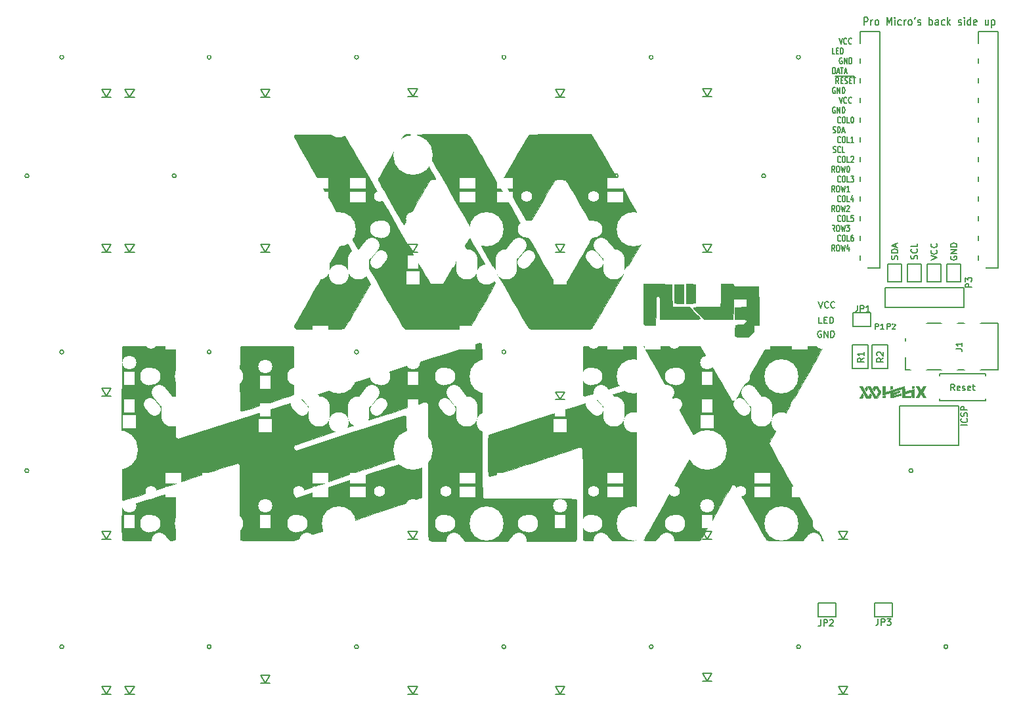
<source format=gbr>
G04 #@! TF.FileFunction,Legend,Top*
%FSLAX46Y46*%
G04 Gerber Fmt 4.6, Leading zero omitted, Abs format (unit mm)*
G04 Created by KiCad (PCBNEW 4.0.1-stable) date 2018/01/08 13:19:11*
%MOMM*%
G01*
G04 APERTURE LIST*
%ADD10C,0.100000*%
%ADD11C,0.150000*%
%ADD12C,0.010000*%
%ADD13C,0.152400*%
%ADD14C,0.110000*%
%ADD15C,5.100400*%
%ADD16R,1.797000X1.797000*%
%ADD17C,1.797000*%
%ADD18R,2.000000X1.400000*%
%ADD19C,2.600000*%
%ADD20C,1.924000*%
%ADD21R,1.543000X1.035000*%
%ADD22R,1.350000X1.700000*%
%ADD23C,2.400000*%
%ADD24R,1.035000X1.543000*%
%ADD25C,1.600000*%
%ADD26O,2.900000X2.100000*%
%ADD27R,0.781000X0.781000*%
%ADD28R,1.924000X1.924000*%
%ADD29C,1.650000*%
%ADD30C,4.400000*%
%ADD31C,2.300000*%
%ADD32C,2.800000*%
%ADD33C,1.950000*%
%ADD34C,2.100000*%
%ADD35C,1.400000*%
G04 APERTURE END LIST*
D10*
D11*
X194515000Y-54984895D02*
X194715000Y-55797695D01*
X194915000Y-54984895D01*
X195457857Y-55720286D02*
X195429286Y-55758990D01*
X195343572Y-55797695D01*
X195286429Y-55797695D01*
X195200714Y-55758990D01*
X195143572Y-55681581D01*
X195115000Y-55604171D01*
X195086429Y-55449352D01*
X195086429Y-55333238D01*
X195115000Y-55178419D01*
X195143572Y-55101010D01*
X195200714Y-55023600D01*
X195286429Y-54984895D01*
X195343572Y-54984895D01*
X195429286Y-55023600D01*
X195457857Y-55062305D01*
X196057857Y-55720286D02*
X196029286Y-55758990D01*
X195943572Y-55797695D01*
X195886429Y-55797695D01*
X195800714Y-55758990D01*
X195743572Y-55681581D01*
X195715000Y-55604171D01*
X195686429Y-55449352D01*
X195686429Y-55333238D01*
X195715000Y-55178419D01*
X195743572Y-55101010D01*
X195800714Y-55023600D01*
X195886429Y-54984895D01*
X195943572Y-54984895D01*
X196029286Y-55023600D01*
X196057857Y-55062305D01*
X193968858Y-56293600D02*
X193911715Y-56254895D01*
X193826001Y-56254895D01*
X193740286Y-56293600D01*
X193683144Y-56371010D01*
X193654572Y-56448419D01*
X193626001Y-56603238D01*
X193626001Y-56719352D01*
X193654572Y-56874171D01*
X193683144Y-56951581D01*
X193740286Y-57028990D01*
X193826001Y-57067695D01*
X193883144Y-57067695D01*
X193968858Y-57028990D01*
X193997429Y-56990286D01*
X193997429Y-56719352D01*
X193883144Y-56719352D01*
X194254572Y-57067695D02*
X194254572Y-56254895D01*
X194597429Y-57067695D01*
X194597429Y-56254895D01*
X194883143Y-57067695D02*
X194883143Y-56254895D01*
X195026000Y-56254895D01*
X195111715Y-56293600D01*
X195168857Y-56371010D01*
X195197429Y-56448419D01*
X195226000Y-56603238D01*
X195226000Y-56719352D01*
X195197429Y-56874171D01*
X195168857Y-56951581D01*
X195111715Y-57028990D01*
X195026000Y-57067695D01*
X194883143Y-57067695D01*
X193968858Y-53753600D02*
X193911715Y-53714895D01*
X193826001Y-53714895D01*
X193740286Y-53753600D01*
X193683144Y-53831010D01*
X193654572Y-53908419D01*
X193626001Y-54063238D01*
X193626001Y-54179352D01*
X193654572Y-54334171D01*
X193683144Y-54411581D01*
X193740286Y-54488990D01*
X193826001Y-54527695D01*
X193883144Y-54527695D01*
X193968858Y-54488990D01*
X193997429Y-54450286D01*
X193997429Y-54179352D01*
X193883144Y-54179352D01*
X194254572Y-54527695D02*
X194254572Y-53714895D01*
X194597429Y-54527695D01*
X194597429Y-53714895D01*
X194883143Y-54527695D02*
X194883143Y-53714895D01*
X195026000Y-53714895D01*
X195111715Y-53753600D01*
X195168857Y-53831010D01*
X195197429Y-53908419D01*
X195226000Y-54063238D01*
X195226000Y-54179352D01*
X195197429Y-54334171D01*
X195168857Y-54411581D01*
X195111715Y-54488990D01*
X195026000Y-54527695D01*
X194883143Y-54527695D01*
X194443571Y-53257695D02*
X194243571Y-52870648D01*
X194100714Y-53257695D02*
X194100714Y-52444895D01*
X194329286Y-52444895D01*
X194386428Y-52483600D01*
X194415000Y-52522305D01*
X194443571Y-52599714D01*
X194443571Y-52715829D01*
X194415000Y-52793238D01*
X194386428Y-52831943D01*
X194329286Y-52870648D01*
X194100714Y-52870648D01*
X194700714Y-52831943D02*
X194900714Y-52831943D01*
X194986428Y-53257695D02*
X194700714Y-53257695D01*
X194700714Y-52444895D01*
X194986428Y-52444895D01*
X195215000Y-53218990D02*
X195300714Y-53257695D01*
X195443571Y-53257695D01*
X195500714Y-53218990D01*
X195529285Y-53180286D01*
X195557857Y-53102876D01*
X195557857Y-53025467D01*
X195529285Y-52948057D01*
X195500714Y-52909352D01*
X195443571Y-52870648D01*
X195329285Y-52831943D01*
X195272143Y-52793238D01*
X195243571Y-52754533D01*
X195215000Y-52677124D01*
X195215000Y-52599714D01*
X195243571Y-52522305D01*
X195272143Y-52483600D01*
X195329285Y-52444895D01*
X195472143Y-52444895D01*
X195557857Y-52483600D01*
X195815000Y-52831943D02*
X196015000Y-52831943D01*
X196100714Y-53257695D02*
X195815000Y-53257695D01*
X195815000Y-52444895D01*
X196100714Y-52444895D01*
X196272143Y-52444895D02*
X196615000Y-52444895D01*
X196443571Y-53257695D02*
X196443571Y-52444895D01*
X193957857Y-52304784D02*
X196672143Y-52304784D01*
X193653000Y-51987695D02*
X193653000Y-51174895D01*
X193795857Y-51174895D01*
X193881572Y-51213600D01*
X193938714Y-51291010D01*
X193967286Y-51368419D01*
X193995857Y-51523238D01*
X193995857Y-51639352D01*
X193967286Y-51794171D01*
X193938714Y-51871581D01*
X193881572Y-51948990D01*
X193795857Y-51987695D01*
X193653000Y-51987695D01*
X194224429Y-51755467D02*
X194510143Y-51755467D01*
X194167286Y-51987695D02*
X194367286Y-51174895D01*
X194567286Y-51987695D01*
X194681572Y-51174895D02*
X195024429Y-51174895D01*
X194853000Y-51987695D02*
X194853000Y-51174895D01*
X195195858Y-51755467D02*
X195481572Y-51755467D01*
X195138715Y-51987695D02*
X195338715Y-51174895D01*
X195538715Y-51987695D01*
X193697429Y-59568990D02*
X193783143Y-59607695D01*
X193926000Y-59607695D01*
X193983143Y-59568990D01*
X194011714Y-59530286D01*
X194040286Y-59452876D01*
X194040286Y-59375467D01*
X194011714Y-59298057D01*
X193983143Y-59259352D01*
X193926000Y-59220648D01*
X193811714Y-59181943D01*
X193754572Y-59143238D01*
X193726000Y-59104533D01*
X193697429Y-59027124D01*
X193697429Y-58949714D01*
X193726000Y-58872305D01*
X193754572Y-58833600D01*
X193811714Y-58794895D01*
X193954572Y-58794895D01*
X194040286Y-58833600D01*
X194297429Y-59607695D02*
X194297429Y-58794895D01*
X194440286Y-58794895D01*
X194526001Y-58833600D01*
X194583143Y-58911010D01*
X194611715Y-58988419D01*
X194640286Y-59143238D01*
X194640286Y-59259352D01*
X194611715Y-59414171D01*
X194583143Y-59491581D01*
X194526001Y-59568990D01*
X194440286Y-59607695D01*
X194297429Y-59607695D01*
X194868858Y-59375467D02*
X195154572Y-59375467D01*
X194811715Y-59607695D02*
X195011715Y-58794895D01*
X195211715Y-59607695D01*
X193711715Y-62108990D02*
X193797429Y-62147695D01*
X193940286Y-62147695D01*
X193997429Y-62108990D01*
X194026000Y-62070286D01*
X194054572Y-61992876D01*
X194054572Y-61915467D01*
X194026000Y-61838057D01*
X193997429Y-61799352D01*
X193940286Y-61760648D01*
X193826000Y-61721943D01*
X193768858Y-61683238D01*
X193740286Y-61644533D01*
X193711715Y-61567124D01*
X193711715Y-61489714D01*
X193740286Y-61412305D01*
X193768858Y-61373600D01*
X193826000Y-61334895D01*
X193968858Y-61334895D01*
X194054572Y-61373600D01*
X194654572Y-62070286D02*
X194626001Y-62108990D01*
X194540287Y-62147695D01*
X194483144Y-62147695D01*
X194397429Y-62108990D01*
X194340287Y-62031581D01*
X194311715Y-61954171D01*
X194283144Y-61799352D01*
X194283144Y-61683238D01*
X194311715Y-61528419D01*
X194340287Y-61451010D01*
X194397429Y-61373600D01*
X194483144Y-61334895D01*
X194540287Y-61334895D01*
X194626001Y-61373600D01*
X194654572Y-61412305D01*
X195197429Y-62147695D02*
X194911715Y-62147695D01*
X194911715Y-61334895D01*
X193922857Y-64687695D02*
X193722857Y-64300648D01*
X193580000Y-64687695D02*
X193580000Y-63874895D01*
X193808572Y-63874895D01*
X193865714Y-63913600D01*
X193894286Y-63952305D01*
X193922857Y-64029714D01*
X193922857Y-64145829D01*
X193894286Y-64223238D01*
X193865714Y-64261943D01*
X193808572Y-64300648D01*
X193580000Y-64300648D01*
X194294286Y-63874895D02*
X194408572Y-63874895D01*
X194465714Y-63913600D01*
X194522857Y-63991010D01*
X194551429Y-64145829D01*
X194551429Y-64416762D01*
X194522857Y-64571581D01*
X194465714Y-64648990D01*
X194408572Y-64687695D01*
X194294286Y-64687695D01*
X194237143Y-64648990D01*
X194180000Y-64571581D01*
X194151429Y-64416762D01*
X194151429Y-64145829D01*
X194180000Y-63991010D01*
X194237143Y-63913600D01*
X194294286Y-63874895D01*
X194751428Y-63874895D02*
X194894285Y-64687695D01*
X195008571Y-64107124D01*
X195122857Y-64687695D01*
X195265714Y-63874895D01*
X195608571Y-63874895D02*
X195665714Y-63874895D01*
X195722857Y-63913600D01*
X195751428Y-63952305D01*
X195779999Y-64029714D01*
X195808571Y-64184533D01*
X195808571Y-64378057D01*
X195779999Y-64532876D01*
X195751428Y-64610286D01*
X195722857Y-64648990D01*
X195665714Y-64687695D01*
X195608571Y-64687695D01*
X195551428Y-64648990D01*
X195522857Y-64610286D01*
X195494285Y-64532876D01*
X195465714Y-64378057D01*
X195465714Y-64184533D01*
X195494285Y-64029714D01*
X195522857Y-63952305D01*
X195551428Y-63913600D01*
X195608571Y-63874895D01*
X193922857Y-67227695D02*
X193722857Y-66840648D01*
X193580000Y-67227695D02*
X193580000Y-66414895D01*
X193808572Y-66414895D01*
X193865714Y-66453600D01*
X193894286Y-66492305D01*
X193922857Y-66569714D01*
X193922857Y-66685829D01*
X193894286Y-66763238D01*
X193865714Y-66801943D01*
X193808572Y-66840648D01*
X193580000Y-66840648D01*
X194294286Y-66414895D02*
X194408572Y-66414895D01*
X194465714Y-66453600D01*
X194522857Y-66531010D01*
X194551429Y-66685829D01*
X194551429Y-66956762D01*
X194522857Y-67111581D01*
X194465714Y-67188990D01*
X194408572Y-67227695D01*
X194294286Y-67227695D01*
X194237143Y-67188990D01*
X194180000Y-67111581D01*
X194151429Y-66956762D01*
X194151429Y-66685829D01*
X194180000Y-66531010D01*
X194237143Y-66453600D01*
X194294286Y-66414895D01*
X194751428Y-66414895D02*
X194894285Y-67227695D01*
X195008571Y-66647124D01*
X195122857Y-67227695D01*
X195265714Y-66414895D01*
X195808571Y-67227695D02*
X195465714Y-67227695D01*
X195637142Y-67227695D02*
X195637142Y-66414895D01*
X195579999Y-66531010D01*
X195522857Y-66608419D01*
X195465714Y-66647124D01*
X193922857Y-69767695D02*
X193722857Y-69380648D01*
X193580000Y-69767695D02*
X193580000Y-68954895D01*
X193808572Y-68954895D01*
X193865714Y-68993600D01*
X193894286Y-69032305D01*
X193922857Y-69109714D01*
X193922857Y-69225829D01*
X193894286Y-69303238D01*
X193865714Y-69341943D01*
X193808572Y-69380648D01*
X193580000Y-69380648D01*
X194294286Y-68954895D02*
X194408572Y-68954895D01*
X194465714Y-68993600D01*
X194522857Y-69071010D01*
X194551429Y-69225829D01*
X194551429Y-69496762D01*
X194522857Y-69651581D01*
X194465714Y-69728990D01*
X194408572Y-69767695D01*
X194294286Y-69767695D01*
X194237143Y-69728990D01*
X194180000Y-69651581D01*
X194151429Y-69496762D01*
X194151429Y-69225829D01*
X194180000Y-69071010D01*
X194237143Y-68993600D01*
X194294286Y-68954895D01*
X194751428Y-68954895D02*
X194894285Y-69767695D01*
X195008571Y-69187124D01*
X195122857Y-69767695D01*
X195265714Y-68954895D01*
X195465714Y-69032305D02*
X195494285Y-68993600D01*
X195551428Y-68954895D01*
X195694285Y-68954895D01*
X195751428Y-68993600D01*
X195779999Y-69032305D01*
X195808571Y-69109714D01*
X195808571Y-69187124D01*
X195779999Y-69303238D01*
X195437142Y-69767695D01*
X195808571Y-69767695D01*
X193922857Y-72307695D02*
X193722857Y-71920648D01*
X193580000Y-72307695D02*
X193580000Y-71494895D01*
X193808572Y-71494895D01*
X193865714Y-71533600D01*
X193894286Y-71572305D01*
X193922857Y-71649714D01*
X193922857Y-71765829D01*
X193894286Y-71843238D01*
X193865714Y-71881943D01*
X193808572Y-71920648D01*
X193580000Y-71920648D01*
X194294286Y-71494895D02*
X194408572Y-71494895D01*
X194465714Y-71533600D01*
X194522857Y-71611010D01*
X194551429Y-71765829D01*
X194551429Y-72036762D01*
X194522857Y-72191581D01*
X194465714Y-72268990D01*
X194408572Y-72307695D01*
X194294286Y-72307695D01*
X194237143Y-72268990D01*
X194180000Y-72191581D01*
X194151429Y-72036762D01*
X194151429Y-71765829D01*
X194180000Y-71611010D01*
X194237143Y-71533600D01*
X194294286Y-71494895D01*
X194751428Y-71494895D02*
X194894285Y-72307695D01*
X195008571Y-71727124D01*
X195122857Y-72307695D01*
X195265714Y-71494895D01*
X195437142Y-71494895D02*
X195808571Y-71494895D01*
X195608571Y-71804533D01*
X195694285Y-71804533D01*
X195751428Y-71843238D01*
X195779999Y-71881943D01*
X195808571Y-71959352D01*
X195808571Y-72152876D01*
X195779999Y-72230286D01*
X195751428Y-72268990D01*
X195694285Y-72307695D01*
X195522857Y-72307695D01*
X195465714Y-72268990D01*
X195437142Y-72230286D01*
X193922857Y-74847695D02*
X193722857Y-74460648D01*
X193580000Y-74847695D02*
X193580000Y-74034895D01*
X193808572Y-74034895D01*
X193865714Y-74073600D01*
X193894286Y-74112305D01*
X193922857Y-74189714D01*
X193922857Y-74305829D01*
X193894286Y-74383238D01*
X193865714Y-74421943D01*
X193808572Y-74460648D01*
X193580000Y-74460648D01*
X194294286Y-74034895D02*
X194408572Y-74034895D01*
X194465714Y-74073600D01*
X194522857Y-74151010D01*
X194551429Y-74305829D01*
X194551429Y-74576762D01*
X194522857Y-74731581D01*
X194465714Y-74808990D01*
X194408572Y-74847695D01*
X194294286Y-74847695D01*
X194237143Y-74808990D01*
X194180000Y-74731581D01*
X194151429Y-74576762D01*
X194151429Y-74305829D01*
X194180000Y-74151010D01*
X194237143Y-74073600D01*
X194294286Y-74034895D01*
X194751428Y-74034895D02*
X194894285Y-74847695D01*
X195008571Y-74267124D01*
X195122857Y-74847695D01*
X195265714Y-74034895D01*
X195751428Y-74305829D02*
X195751428Y-74847695D01*
X195608571Y-73996190D02*
X195465714Y-74576762D01*
X195837142Y-74576762D01*
X194657857Y-73500286D02*
X194629286Y-73538990D01*
X194543572Y-73577695D01*
X194486429Y-73577695D01*
X194400714Y-73538990D01*
X194343572Y-73461581D01*
X194315000Y-73384171D01*
X194286429Y-73229352D01*
X194286429Y-73113238D01*
X194315000Y-72958419D01*
X194343572Y-72881010D01*
X194400714Y-72803600D01*
X194486429Y-72764895D01*
X194543572Y-72764895D01*
X194629286Y-72803600D01*
X194657857Y-72842305D01*
X195029286Y-72764895D02*
X195143572Y-72764895D01*
X195200714Y-72803600D01*
X195257857Y-72881010D01*
X195286429Y-73035829D01*
X195286429Y-73306762D01*
X195257857Y-73461581D01*
X195200714Y-73538990D01*
X195143572Y-73577695D01*
X195029286Y-73577695D01*
X194972143Y-73538990D01*
X194915000Y-73461581D01*
X194886429Y-73306762D01*
X194886429Y-73035829D01*
X194915000Y-72881010D01*
X194972143Y-72803600D01*
X195029286Y-72764895D01*
X195829285Y-73577695D02*
X195543571Y-73577695D01*
X195543571Y-72764895D01*
X196286428Y-72764895D02*
X196172142Y-72764895D01*
X196114999Y-72803600D01*
X196086428Y-72842305D01*
X196029285Y-72958419D01*
X196000714Y-73113238D01*
X196000714Y-73422876D01*
X196029285Y-73500286D01*
X196057857Y-73538990D01*
X196114999Y-73577695D01*
X196229285Y-73577695D01*
X196286428Y-73538990D01*
X196314999Y-73500286D01*
X196343571Y-73422876D01*
X196343571Y-73229352D01*
X196314999Y-73151943D01*
X196286428Y-73113238D01*
X196229285Y-73074533D01*
X196114999Y-73074533D01*
X196057857Y-73113238D01*
X196029285Y-73151943D01*
X196000714Y-73229352D01*
X194657857Y-70960286D02*
X194629286Y-70998990D01*
X194543572Y-71037695D01*
X194486429Y-71037695D01*
X194400714Y-70998990D01*
X194343572Y-70921581D01*
X194315000Y-70844171D01*
X194286429Y-70689352D01*
X194286429Y-70573238D01*
X194315000Y-70418419D01*
X194343572Y-70341010D01*
X194400714Y-70263600D01*
X194486429Y-70224895D01*
X194543572Y-70224895D01*
X194629286Y-70263600D01*
X194657857Y-70302305D01*
X195029286Y-70224895D02*
X195143572Y-70224895D01*
X195200714Y-70263600D01*
X195257857Y-70341010D01*
X195286429Y-70495829D01*
X195286429Y-70766762D01*
X195257857Y-70921581D01*
X195200714Y-70998990D01*
X195143572Y-71037695D01*
X195029286Y-71037695D01*
X194972143Y-70998990D01*
X194915000Y-70921581D01*
X194886429Y-70766762D01*
X194886429Y-70495829D01*
X194915000Y-70341010D01*
X194972143Y-70263600D01*
X195029286Y-70224895D01*
X195829285Y-71037695D02*
X195543571Y-71037695D01*
X195543571Y-70224895D01*
X196314999Y-70224895D02*
X196029285Y-70224895D01*
X196000714Y-70611943D01*
X196029285Y-70573238D01*
X196086428Y-70534533D01*
X196229285Y-70534533D01*
X196286428Y-70573238D01*
X196314999Y-70611943D01*
X196343571Y-70689352D01*
X196343571Y-70882876D01*
X196314999Y-70960286D01*
X196286428Y-70998990D01*
X196229285Y-71037695D01*
X196086428Y-71037695D01*
X196029285Y-70998990D01*
X196000714Y-70960286D01*
X194657857Y-68420286D02*
X194629286Y-68458990D01*
X194543572Y-68497695D01*
X194486429Y-68497695D01*
X194400714Y-68458990D01*
X194343572Y-68381581D01*
X194315000Y-68304171D01*
X194286429Y-68149352D01*
X194286429Y-68033238D01*
X194315000Y-67878419D01*
X194343572Y-67801010D01*
X194400714Y-67723600D01*
X194486429Y-67684895D01*
X194543572Y-67684895D01*
X194629286Y-67723600D01*
X194657857Y-67762305D01*
X195029286Y-67684895D02*
X195143572Y-67684895D01*
X195200714Y-67723600D01*
X195257857Y-67801010D01*
X195286429Y-67955829D01*
X195286429Y-68226762D01*
X195257857Y-68381581D01*
X195200714Y-68458990D01*
X195143572Y-68497695D01*
X195029286Y-68497695D01*
X194972143Y-68458990D01*
X194915000Y-68381581D01*
X194886429Y-68226762D01*
X194886429Y-67955829D01*
X194915000Y-67801010D01*
X194972143Y-67723600D01*
X195029286Y-67684895D01*
X195829285Y-68497695D02*
X195543571Y-68497695D01*
X195543571Y-67684895D01*
X196286428Y-67955829D02*
X196286428Y-68497695D01*
X196143571Y-67646190D02*
X196000714Y-68226762D01*
X196372142Y-68226762D01*
X194657857Y-65880286D02*
X194629286Y-65918990D01*
X194543572Y-65957695D01*
X194486429Y-65957695D01*
X194400714Y-65918990D01*
X194343572Y-65841581D01*
X194315000Y-65764171D01*
X194286429Y-65609352D01*
X194286429Y-65493238D01*
X194315000Y-65338419D01*
X194343572Y-65261010D01*
X194400714Y-65183600D01*
X194486429Y-65144895D01*
X194543572Y-65144895D01*
X194629286Y-65183600D01*
X194657857Y-65222305D01*
X195029286Y-65144895D02*
X195143572Y-65144895D01*
X195200714Y-65183600D01*
X195257857Y-65261010D01*
X195286429Y-65415829D01*
X195286429Y-65686762D01*
X195257857Y-65841581D01*
X195200714Y-65918990D01*
X195143572Y-65957695D01*
X195029286Y-65957695D01*
X194972143Y-65918990D01*
X194915000Y-65841581D01*
X194886429Y-65686762D01*
X194886429Y-65415829D01*
X194915000Y-65261010D01*
X194972143Y-65183600D01*
X195029286Y-65144895D01*
X195829285Y-65957695D02*
X195543571Y-65957695D01*
X195543571Y-65144895D01*
X195972142Y-65144895D02*
X196343571Y-65144895D01*
X196143571Y-65454533D01*
X196229285Y-65454533D01*
X196286428Y-65493238D01*
X196314999Y-65531943D01*
X196343571Y-65609352D01*
X196343571Y-65802876D01*
X196314999Y-65880286D01*
X196286428Y-65918990D01*
X196229285Y-65957695D01*
X196057857Y-65957695D01*
X196000714Y-65918990D01*
X195972142Y-65880286D01*
X194657857Y-63340286D02*
X194629286Y-63378990D01*
X194543572Y-63417695D01*
X194486429Y-63417695D01*
X194400714Y-63378990D01*
X194343572Y-63301581D01*
X194315000Y-63224171D01*
X194286429Y-63069352D01*
X194286429Y-62953238D01*
X194315000Y-62798419D01*
X194343572Y-62721010D01*
X194400714Y-62643600D01*
X194486429Y-62604895D01*
X194543572Y-62604895D01*
X194629286Y-62643600D01*
X194657857Y-62682305D01*
X195029286Y-62604895D02*
X195143572Y-62604895D01*
X195200714Y-62643600D01*
X195257857Y-62721010D01*
X195286429Y-62875829D01*
X195286429Y-63146762D01*
X195257857Y-63301581D01*
X195200714Y-63378990D01*
X195143572Y-63417695D01*
X195029286Y-63417695D01*
X194972143Y-63378990D01*
X194915000Y-63301581D01*
X194886429Y-63146762D01*
X194886429Y-62875829D01*
X194915000Y-62721010D01*
X194972143Y-62643600D01*
X195029286Y-62604895D01*
X195829285Y-63417695D02*
X195543571Y-63417695D01*
X195543571Y-62604895D01*
X196000714Y-62682305D02*
X196029285Y-62643600D01*
X196086428Y-62604895D01*
X196229285Y-62604895D01*
X196286428Y-62643600D01*
X196314999Y-62682305D01*
X196343571Y-62759714D01*
X196343571Y-62837124D01*
X196314999Y-62953238D01*
X195972142Y-63417695D01*
X196343571Y-63417695D01*
X194657857Y-60800286D02*
X194629286Y-60838990D01*
X194543572Y-60877695D01*
X194486429Y-60877695D01*
X194400714Y-60838990D01*
X194343572Y-60761581D01*
X194315000Y-60684171D01*
X194286429Y-60529352D01*
X194286429Y-60413238D01*
X194315000Y-60258419D01*
X194343572Y-60181010D01*
X194400714Y-60103600D01*
X194486429Y-60064895D01*
X194543572Y-60064895D01*
X194629286Y-60103600D01*
X194657857Y-60142305D01*
X195029286Y-60064895D02*
X195143572Y-60064895D01*
X195200714Y-60103600D01*
X195257857Y-60181010D01*
X195286429Y-60335829D01*
X195286429Y-60606762D01*
X195257857Y-60761581D01*
X195200714Y-60838990D01*
X195143572Y-60877695D01*
X195029286Y-60877695D01*
X194972143Y-60838990D01*
X194915000Y-60761581D01*
X194886429Y-60606762D01*
X194886429Y-60335829D01*
X194915000Y-60181010D01*
X194972143Y-60103600D01*
X195029286Y-60064895D01*
X195829285Y-60877695D02*
X195543571Y-60877695D01*
X195543571Y-60064895D01*
X196343571Y-60877695D02*
X196000714Y-60877695D01*
X196172142Y-60877695D02*
X196172142Y-60064895D01*
X196114999Y-60181010D01*
X196057857Y-60258419D01*
X196000714Y-60297124D01*
X194657857Y-58260286D02*
X194629286Y-58298990D01*
X194543572Y-58337695D01*
X194486429Y-58337695D01*
X194400714Y-58298990D01*
X194343572Y-58221581D01*
X194315000Y-58144171D01*
X194286429Y-57989352D01*
X194286429Y-57873238D01*
X194315000Y-57718419D01*
X194343572Y-57641010D01*
X194400714Y-57563600D01*
X194486429Y-57524895D01*
X194543572Y-57524895D01*
X194629286Y-57563600D01*
X194657857Y-57602305D01*
X195029286Y-57524895D02*
X195143572Y-57524895D01*
X195200714Y-57563600D01*
X195257857Y-57641010D01*
X195286429Y-57795829D01*
X195286429Y-58066762D01*
X195257857Y-58221581D01*
X195200714Y-58298990D01*
X195143572Y-58337695D01*
X195029286Y-58337695D01*
X194972143Y-58298990D01*
X194915000Y-58221581D01*
X194886429Y-58066762D01*
X194886429Y-57795829D01*
X194915000Y-57641010D01*
X194972143Y-57563600D01*
X195029286Y-57524895D01*
X195829285Y-58337695D02*
X195543571Y-58337695D01*
X195543571Y-57524895D01*
X196143571Y-57524895D02*
X196200714Y-57524895D01*
X196257857Y-57563600D01*
X196286428Y-57602305D01*
X196314999Y-57679714D01*
X196343571Y-57834533D01*
X196343571Y-58028057D01*
X196314999Y-58182876D01*
X196286428Y-58260286D01*
X196257857Y-58298990D01*
X196200714Y-58337695D01*
X196143571Y-58337695D01*
X196086428Y-58298990D01*
X196057857Y-58260286D01*
X196029285Y-58182876D01*
X196000714Y-58028057D01*
X196000714Y-57834533D01*
X196029285Y-57679714D01*
X196057857Y-57602305D01*
X196086428Y-57563600D01*
X196143571Y-57524895D01*
X194857858Y-49943600D02*
X194800715Y-49904895D01*
X194715001Y-49904895D01*
X194629286Y-49943600D01*
X194572144Y-50021010D01*
X194543572Y-50098419D01*
X194515001Y-50253238D01*
X194515001Y-50369352D01*
X194543572Y-50524171D01*
X194572144Y-50601581D01*
X194629286Y-50678990D01*
X194715001Y-50717695D01*
X194772144Y-50717695D01*
X194857858Y-50678990D01*
X194886429Y-50640286D01*
X194886429Y-50369352D01*
X194772144Y-50369352D01*
X195143572Y-50717695D02*
X195143572Y-49904895D01*
X195486429Y-50717695D01*
X195486429Y-49904895D01*
X195772143Y-50717695D02*
X195772143Y-49904895D01*
X195915000Y-49904895D01*
X196000715Y-49943600D01*
X196057857Y-50021010D01*
X196086429Y-50098419D01*
X196115000Y-50253238D01*
X196115000Y-50369352D01*
X196086429Y-50524171D01*
X196057857Y-50601581D01*
X196000715Y-50678990D01*
X195915000Y-50717695D01*
X195772143Y-50717695D01*
X193913286Y-49447695D02*
X193627572Y-49447695D01*
X193627572Y-48634895D01*
X194113286Y-49021943D02*
X194313286Y-49021943D01*
X194399000Y-49447695D02*
X194113286Y-49447695D01*
X194113286Y-48634895D01*
X194399000Y-48634895D01*
X194656143Y-49447695D02*
X194656143Y-48634895D01*
X194799000Y-48634895D01*
X194884715Y-48673600D01*
X194941857Y-48751010D01*
X194970429Y-48828419D01*
X194999000Y-48983238D01*
X194999000Y-49099352D01*
X194970429Y-49254171D01*
X194941857Y-49331581D01*
X194884715Y-49408990D01*
X194799000Y-49447695D01*
X194656143Y-49447695D01*
X194515000Y-47364895D02*
X194715000Y-48177695D01*
X194915000Y-47364895D01*
X195457857Y-48100286D02*
X195429286Y-48138990D01*
X195343572Y-48177695D01*
X195286429Y-48177695D01*
X195200714Y-48138990D01*
X195143572Y-48061581D01*
X195115000Y-47984171D01*
X195086429Y-47829352D01*
X195086429Y-47713238D01*
X195115000Y-47558419D01*
X195143572Y-47481010D01*
X195200714Y-47403600D01*
X195286429Y-47364895D01*
X195343572Y-47364895D01*
X195429286Y-47403600D01*
X195457857Y-47442305D01*
X196057857Y-48100286D02*
X196029286Y-48138990D01*
X195943572Y-48177695D01*
X195886429Y-48177695D01*
X195800714Y-48138990D01*
X195743572Y-48061581D01*
X195715000Y-47984171D01*
X195686429Y-47829352D01*
X195686429Y-47713238D01*
X195715000Y-47558419D01*
X195743572Y-47481010D01*
X195800714Y-47403600D01*
X195886429Y-47364895D01*
X195943572Y-47364895D01*
X196029286Y-47403600D01*
X196057857Y-47442305D01*
X197688572Y-45722381D02*
X197688572Y-44722381D01*
X198031429Y-44722381D01*
X198117143Y-44770000D01*
X198160000Y-44817619D01*
X198202857Y-44912857D01*
X198202857Y-45055714D01*
X198160000Y-45150952D01*
X198117143Y-45198571D01*
X198031429Y-45246190D01*
X197688572Y-45246190D01*
X198588572Y-45722381D02*
X198588572Y-45055714D01*
X198588572Y-45246190D02*
X198631429Y-45150952D01*
X198674286Y-45103333D01*
X198760000Y-45055714D01*
X198845715Y-45055714D01*
X199274286Y-45722381D02*
X199188572Y-45674762D01*
X199145715Y-45627143D01*
X199102858Y-45531905D01*
X199102858Y-45246190D01*
X199145715Y-45150952D01*
X199188572Y-45103333D01*
X199274286Y-45055714D01*
X199402858Y-45055714D01*
X199488572Y-45103333D01*
X199531429Y-45150952D01*
X199574286Y-45246190D01*
X199574286Y-45531905D01*
X199531429Y-45627143D01*
X199488572Y-45674762D01*
X199402858Y-45722381D01*
X199274286Y-45722381D01*
X200645715Y-45722381D02*
X200645715Y-44722381D01*
X200945715Y-45436667D01*
X201245715Y-44722381D01*
X201245715Y-45722381D01*
X201674286Y-45722381D02*
X201674286Y-45055714D01*
X201674286Y-44722381D02*
X201631429Y-44770000D01*
X201674286Y-44817619D01*
X201717143Y-44770000D01*
X201674286Y-44722381D01*
X201674286Y-44817619D01*
X202488571Y-45674762D02*
X202402857Y-45722381D01*
X202231428Y-45722381D01*
X202145714Y-45674762D01*
X202102857Y-45627143D01*
X202060000Y-45531905D01*
X202060000Y-45246190D01*
X202102857Y-45150952D01*
X202145714Y-45103333D01*
X202231428Y-45055714D01*
X202402857Y-45055714D01*
X202488571Y-45103333D01*
X202874286Y-45722381D02*
X202874286Y-45055714D01*
X202874286Y-45246190D02*
X202917143Y-45150952D01*
X202960000Y-45103333D01*
X203045714Y-45055714D01*
X203131429Y-45055714D01*
X203560000Y-45722381D02*
X203474286Y-45674762D01*
X203431429Y-45627143D01*
X203388572Y-45531905D01*
X203388572Y-45246190D01*
X203431429Y-45150952D01*
X203474286Y-45103333D01*
X203560000Y-45055714D01*
X203688572Y-45055714D01*
X203774286Y-45103333D01*
X203817143Y-45150952D01*
X203860000Y-45246190D01*
X203860000Y-45531905D01*
X203817143Y-45627143D01*
X203774286Y-45674762D01*
X203688572Y-45722381D01*
X203560000Y-45722381D01*
X204288572Y-44722381D02*
X204202858Y-44912857D01*
X204631429Y-45674762D02*
X204717143Y-45722381D01*
X204888571Y-45722381D01*
X204974286Y-45674762D01*
X205017143Y-45579524D01*
X205017143Y-45531905D01*
X204974286Y-45436667D01*
X204888571Y-45389048D01*
X204760000Y-45389048D01*
X204674286Y-45341429D01*
X204631429Y-45246190D01*
X204631429Y-45198571D01*
X204674286Y-45103333D01*
X204760000Y-45055714D01*
X204888571Y-45055714D01*
X204974286Y-45103333D01*
X206088571Y-45722381D02*
X206088571Y-44722381D01*
X206088571Y-45103333D02*
X206174285Y-45055714D01*
X206345714Y-45055714D01*
X206431428Y-45103333D01*
X206474285Y-45150952D01*
X206517142Y-45246190D01*
X206517142Y-45531905D01*
X206474285Y-45627143D01*
X206431428Y-45674762D01*
X206345714Y-45722381D01*
X206174285Y-45722381D01*
X206088571Y-45674762D01*
X207288571Y-45722381D02*
X207288571Y-45198571D01*
X207245714Y-45103333D01*
X207160000Y-45055714D01*
X206988571Y-45055714D01*
X206902857Y-45103333D01*
X207288571Y-45674762D02*
X207202857Y-45722381D01*
X206988571Y-45722381D01*
X206902857Y-45674762D01*
X206860000Y-45579524D01*
X206860000Y-45484286D01*
X206902857Y-45389048D01*
X206988571Y-45341429D01*
X207202857Y-45341429D01*
X207288571Y-45293810D01*
X208102857Y-45674762D02*
X208017143Y-45722381D01*
X207845714Y-45722381D01*
X207760000Y-45674762D01*
X207717143Y-45627143D01*
X207674286Y-45531905D01*
X207674286Y-45246190D01*
X207717143Y-45150952D01*
X207760000Y-45103333D01*
X207845714Y-45055714D01*
X208017143Y-45055714D01*
X208102857Y-45103333D01*
X208488572Y-45722381D02*
X208488572Y-44722381D01*
X208574286Y-45341429D02*
X208831429Y-45722381D01*
X208831429Y-45055714D02*
X208488572Y-45436667D01*
X209860000Y-45674762D02*
X209945714Y-45722381D01*
X210117142Y-45722381D01*
X210202857Y-45674762D01*
X210245714Y-45579524D01*
X210245714Y-45531905D01*
X210202857Y-45436667D01*
X210117142Y-45389048D01*
X209988571Y-45389048D01*
X209902857Y-45341429D01*
X209860000Y-45246190D01*
X209860000Y-45198571D01*
X209902857Y-45103333D01*
X209988571Y-45055714D01*
X210117142Y-45055714D01*
X210202857Y-45103333D01*
X210631428Y-45722381D02*
X210631428Y-45055714D01*
X210631428Y-44722381D02*
X210588571Y-44770000D01*
X210631428Y-44817619D01*
X210674285Y-44770000D01*
X210631428Y-44722381D01*
X210631428Y-44817619D01*
X211445713Y-45722381D02*
X211445713Y-44722381D01*
X211445713Y-45674762D02*
X211359999Y-45722381D01*
X211188570Y-45722381D01*
X211102856Y-45674762D01*
X211059999Y-45627143D01*
X211017142Y-45531905D01*
X211017142Y-45246190D01*
X211059999Y-45150952D01*
X211102856Y-45103333D01*
X211188570Y-45055714D01*
X211359999Y-45055714D01*
X211445713Y-45103333D01*
X212217142Y-45674762D02*
X212131428Y-45722381D01*
X211959999Y-45722381D01*
X211874285Y-45674762D01*
X211831428Y-45579524D01*
X211831428Y-45198571D01*
X211874285Y-45103333D01*
X211959999Y-45055714D01*
X212131428Y-45055714D01*
X212217142Y-45103333D01*
X212259999Y-45198571D01*
X212259999Y-45293810D01*
X211831428Y-45389048D01*
X213717142Y-45055714D02*
X213717142Y-45722381D01*
X213331428Y-45055714D02*
X213331428Y-45579524D01*
X213374285Y-45674762D01*
X213459999Y-45722381D01*
X213588571Y-45722381D01*
X213674285Y-45674762D01*
X213717142Y-45627143D01*
X214145714Y-45055714D02*
X214145714Y-46055714D01*
X214145714Y-45103333D02*
X214231428Y-45055714D01*
X214402857Y-45055714D01*
X214488571Y-45103333D01*
X214531428Y-45150952D01*
X214574285Y-45246190D01*
X214574285Y-45531905D01*
X214531428Y-45627143D01*
X214488571Y-45674762D01*
X214402857Y-45722381D01*
X214231428Y-45722381D01*
X214145714Y-45674762D01*
X192180724Y-85193600D02*
X192103315Y-85154895D01*
X191987200Y-85154895D01*
X191871086Y-85193600D01*
X191793677Y-85271010D01*
X191754972Y-85348419D01*
X191716267Y-85503238D01*
X191716267Y-85619352D01*
X191754972Y-85774171D01*
X191793677Y-85851581D01*
X191871086Y-85928990D01*
X191987200Y-85967695D01*
X192064610Y-85967695D01*
X192180724Y-85928990D01*
X192219429Y-85890286D01*
X192219429Y-85619352D01*
X192064610Y-85619352D01*
X192567772Y-85967695D02*
X192567772Y-85154895D01*
X193032229Y-85967695D01*
X193032229Y-85154895D01*
X193419277Y-85967695D02*
X193419277Y-85154895D01*
X193612801Y-85154895D01*
X193728915Y-85193600D01*
X193806324Y-85271010D01*
X193845029Y-85348419D01*
X193883734Y-85503238D01*
X193883734Y-85619352D01*
X193845029Y-85774171D01*
X193806324Y-85851581D01*
X193728915Y-85928990D01*
X193612801Y-85967695D01*
X193419277Y-85967695D01*
X192277486Y-84167695D02*
X191890439Y-84167695D01*
X191890439Y-83354895D01*
X192548420Y-83741943D02*
X192819353Y-83741943D01*
X192935467Y-84167695D02*
X192548420Y-84167695D01*
X192548420Y-83354895D01*
X192935467Y-83354895D01*
X193283810Y-84167695D02*
X193283810Y-83354895D01*
X193477334Y-83354895D01*
X193593448Y-83393600D01*
X193670857Y-83471010D01*
X193709562Y-83548419D01*
X193748267Y-83703238D01*
X193748267Y-83819352D01*
X193709562Y-83974171D01*
X193670857Y-84051581D01*
X193593448Y-84128990D01*
X193477334Y-84167695D01*
X193283810Y-84167695D01*
X191816267Y-81354895D02*
X192087200Y-82167695D01*
X192358133Y-81354895D01*
X193093524Y-82090286D02*
X193054819Y-82128990D01*
X192938705Y-82167695D01*
X192861295Y-82167695D01*
X192745181Y-82128990D01*
X192667772Y-82051581D01*
X192629067Y-81974171D01*
X192590362Y-81819352D01*
X192590362Y-81703238D01*
X192629067Y-81548419D01*
X192667772Y-81471010D01*
X192745181Y-81393600D01*
X192861295Y-81354895D01*
X192938705Y-81354895D01*
X193054819Y-81393600D01*
X193093524Y-81432305D01*
X193906324Y-82090286D02*
X193867619Y-82128990D01*
X193751505Y-82167695D01*
X193674095Y-82167695D01*
X193557981Y-82128990D01*
X193480572Y-82051581D01*
X193441867Y-81974171D01*
X193403162Y-81819352D01*
X193403162Y-81703238D01*
X193441867Y-81548419D01*
X193480572Y-81471010D01*
X193557981Y-81393600D01*
X193674095Y-81354895D01*
X193751505Y-81354895D01*
X193867619Y-81393600D01*
X193906324Y-81432305D01*
D12*
G36*
X197458978Y-93195395D02*
X197466014Y-93205381D01*
X197476401Y-93221517D01*
X197489547Y-93242856D01*
X197504860Y-93268449D01*
X197521751Y-93297347D01*
X197527866Y-93307963D01*
X197545333Y-93338387D01*
X197561456Y-93366444D01*
X197575619Y-93391068D01*
X197587211Y-93411192D01*
X197595615Y-93425751D01*
X197600219Y-93433678D01*
X197600761Y-93434592D01*
X197600922Y-93438374D01*
X197598585Y-93445816D01*
X197593433Y-93457536D01*
X197585148Y-93474151D01*
X197573412Y-93496276D01*
X197557905Y-93524530D01*
X197538311Y-93559528D01*
X197515646Y-93599540D01*
X197426055Y-93757077D01*
X197279428Y-93757230D01*
X197243683Y-93757200D01*
X197211088Y-93757044D01*
X197182740Y-93756778D01*
X197159737Y-93756417D01*
X197143175Y-93755976D01*
X197134152Y-93755470D01*
X197132800Y-93755172D01*
X197135034Y-93750856D01*
X197141436Y-93739325D01*
X197151554Y-93721366D01*
X197164938Y-93697763D01*
X197181137Y-93669302D01*
X197199700Y-93636767D01*
X197220177Y-93600944D01*
X197242117Y-93562618D01*
X197265068Y-93522574D01*
X197288580Y-93481596D01*
X197312203Y-93440471D01*
X197335485Y-93399982D01*
X197357976Y-93360916D01*
X197379225Y-93324057D01*
X197398781Y-93290190D01*
X197416193Y-93260101D01*
X197431010Y-93234575D01*
X197442782Y-93214396D01*
X197451058Y-93200350D01*
X197455387Y-93193221D01*
X197455884Y-93192508D01*
X197458978Y-93195395D01*
X197458978Y-93195395D01*
G37*
X197458978Y-93195395D02*
X197466014Y-93205381D01*
X197476401Y-93221517D01*
X197489547Y-93242856D01*
X197504860Y-93268449D01*
X197521751Y-93297347D01*
X197527866Y-93307963D01*
X197545333Y-93338387D01*
X197561456Y-93366444D01*
X197575619Y-93391068D01*
X197587211Y-93411192D01*
X197595615Y-93425751D01*
X197600219Y-93433678D01*
X197600761Y-93434592D01*
X197600922Y-93438374D01*
X197598585Y-93445816D01*
X197593433Y-93457536D01*
X197585148Y-93474151D01*
X197573412Y-93496276D01*
X197557905Y-93524530D01*
X197538311Y-93559528D01*
X197515646Y-93599540D01*
X197426055Y-93757077D01*
X197279428Y-93757230D01*
X197243683Y-93757200D01*
X197211088Y-93757044D01*
X197182740Y-93756778D01*
X197159737Y-93756417D01*
X197143175Y-93755976D01*
X197134152Y-93755470D01*
X197132800Y-93755172D01*
X197135034Y-93750856D01*
X197141436Y-93739325D01*
X197151554Y-93721366D01*
X197164938Y-93697763D01*
X197181137Y-93669302D01*
X197199700Y-93636767D01*
X197220177Y-93600944D01*
X197242117Y-93562618D01*
X197265068Y-93522574D01*
X197288580Y-93481596D01*
X197312203Y-93440471D01*
X197335485Y-93399982D01*
X197357976Y-93360916D01*
X197379225Y-93324057D01*
X197398781Y-93290190D01*
X197416193Y-93260101D01*
X197431010Y-93234575D01*
X197442782Y-93214396D01*
X197451058Y-93200350D01*
X197455387Y-93193221D01*
X197455884Y-93192508D01*
X197458978Y-93195395D01*
G36*
X197279043Y-92284392D02*
X197426055Y-92284602D01*
X197766134Y-92878983D01*
X197812695Y-92960341D01*
X197854910Y-93034055D01*
X197893006Y-93100507D01*
X197927206Y-93160080D01*
X197957739Y-93213154D01*
X197984828Y-93260112D01*
X198008700Y-93301335D01*
X198029580Y-93337207D01*
X198047695Y-93368107D01*
X198063269Y-93394419D01*
X198076528Y-93416525D01*
X198087699Y-93434805D01*
X198097007Y-93449643D01*
X198104677Y-93461420D01*
X198110936Y-93470517D01*
X198116008Y-93477318D01*
X198120120Y-93482203D01*
X198123498Y-93485554D01*
X198125582Y-93487219D01*
X198144950Y-93501073D01*
X198219612Y-93502387D01*
X198294273Y-93503700D01*
X198383861Y-93346523D01*
X198403686Y-93311866D01*
X198422137Y-93279856D01*
X198438707Y-93251353D01*
X198452888Y-93227219D01*
X198464175Y-93208312D01*
X198472061Y-93195495D01*
X198476040Y-93189627D01*
X198476375Y-93189346D01*
X198479184Y-93193162D01*
X198485880Y-93203827D01*
X198495779Y-93220162D01*
X198508196Y-93240992D01*
X198522447Y-93265137D01*
X198537847Y-93291422D01*
X198553711Y-93318670D01*
X198569355Y-93345702D01*
X198584093Y-93371342D01*
X198597242Y-93394412D01*
X198608117Y-93413736D01*
X198616033Y-93428136D01*
X198620305Y-93436435D01*
X198620821Y-93437708D01*
X198618896Y-93442633D01*
X198612838Y-93454668D01*
X198603130Y-93472926D01*
X198590259Y-93496518D01*
X198574709Y-93524558D01*
X198556967Y-93556156D01*
X198537519Y-93590427D01*
X198532109Y-93599897D01*
X198442055Y-93757356D01*
X198208837Y-93757269D01*
X197975619Y-93757183D01*
X197555364Y-93024998D01*
X197511738Y-92948983D01*
X197469348Y-92875103D01*
X197428421Y-92803757D01*
X197389187Y-92735345D01*
X197351875Y-92670266D01*
X197316713Y-92608921D01*
X197283931Y-92551709D01*
X197253757Y-92499029D01*
X197226420Y-92451282D01*
X197202149Y-92408866D01*
X197181174Y-92372182D01*
X197163722Y-92341629D01*
X197150022Y-92317608D01*
X197140305Y-92300516D01*
X197134797Y-92290755D01*
X197133570Y-92288498D01*
X197137619Y-92287302D01*
X197150230Y-92286284D01*
X197170730Y-92285465D01*
X197198446Y-92284863D01*
X197232705Y-92284497D01*
X197272834Y-92284386D01*
X197279043Y-92284392D01*
X197279043Y-92284392D01*
G37*
X197279043Y-92284392D02*
X197426055Y-92284602D01*
X197766134Y-92878983D01*
X197812695Y-92960341D01*
X197854910Y-93034055D01*
X197893006Y-93100507D01*
X197927206Y-93160080D01*
X197957739Y-93213154D01*
X197984828Y-93260112D01*
X198008700Y-93301335D01*
X198029580Y-93337207D01*
X198047695Y-93368107D01*
X198063269Y-93394419D01*
X198076528Y-93416525D01*
X198087699Y-93434805D01*
X198097007Y-93449643D01*
X198104677Y-93461420D01*
X198110936Y-93470517D01*
X198116008Y-93477318D01*
X198120120Y-93482203D01*
X198123498Y-93485554D01*
X198125582Y-93487219D01*
X198144950Y-93501073D01*
X198219612Y-93502387D01*
X198294273Y-93503700D01*
X198383861Y-93346523D01*
X198403686Y-93311866D01*
X198422137Y-93279856D01*
X198438707Y-93251353D01*
X198452888Y-93227219D01*
X198464175Y-93208312D01*
X198472061Y-93195495D01*
X198476040Y-93189627D01*
X198476375Y-93189346D01*
X198479184Y-93193162D01*
X198485880Y-93203827D01*
X198495779Y-93220162D01*
X198508196Y-93240992D01*
X198522447Y-93265137D01*
X198537847Y-93291422D01*
X198553711Y-93318670D01*
X198569355Y-93345702D01*
X198584093Y-93371342D01*
X198597242Y-93394412D01*
X198608117Y-93413736D01*
X198616033Y-93428136D01*
X198620305Y-93436435D01*
X198620821Y-93437708D01*
X198618896Y-93442633D01*
X198612838Y-93454668D01*
X198603130Y-93472926D01*
X198590259Y-93496518D01*
X198574709Y-93524558D01*
X198556967Y-93556156D01*
X198537519Y-93590427D01*
X198532109Y-93599897D01*
X198442055Y-93757356D01*
X198208837Y-93757269D01*
X197975619Y-93757183D01*
X197555364Y-93024998D01*
X197511738Y-92948983D01*
X197469348Y-92875103D01*
X197428421Y-92803757D01*
X197389187Y-92735345D01*
X197351875Y-92670266D01*
X197316713Y-92608921D01*
X197283931Y-92551709D01*
X197253757Y-92499029D01*
X197226420Y-92451282D01*
X197202149Y-92408866D01*
X197181174Y-92372182D01*
X197163722Y-92341629D01*
X197150022Y-92317608D01*
X197140305Y-92300516D01*
X197134797Y-92290755D01*
X197133570Y-92288498D01*
X197137619Y-92287302D01*
X197150230Y-92286284D01*
X197170730Y-92285465D01*
X197198446Y-92284863D01*
X197232705Y-92284497D01*
X197272834Y-92284386D01*
X197279043Y-92284392D01*
G36*
X198295265Y-92284211D02*
X198442055Y-92284239D01*
X198780673Y-92875119D01*
X198819930Y-92943550D01*
X198858083Y-93009918D01*
X198894868Y-93073767D01*
X198930017Y-93134642D01*
X198963265Y-93192087D01*
X198994346Y-93245644D01*
X199022993Y-93294859D01*
X199048942Y-93339274D01*
X199071925Y-93378435D01*
X199091678Y-93411885D01*
X199107934Y-93439167D01*
X199120426Y-93459826D01*
X199128890Y-93473407D01*
X199133059Y-93479451D01*
X199133178Y-93479575D01*
X199149456Y-93491515D01*
X199170115Y-93499087D01*
X199196574Y-93502631D01*
X199229329Y-93502531D01*
X199242710Y-93501945D01*
X199254261Y-93501170D01*
X199264483Y-93499607D01*
X199273881Y-93496656D01*
X199282955Y-93491717D01*
X199292209Y-93484192D01*
X199302145Y-93473479D01*
X199313266Y-93458981D01*
X199326075Y-93440097D01*
X199341073Y-93416227D01*
X199358765Y-93386773D01*
X199379651Y-93351134D01*
X199404236Y-93308710D01*
X199431850Y-93260928D01*
X199554685Y-93048491D01*
X199554667Y-93020782D01*
X199554650Y-92993073D01*
X199431792Y-92780637D01*
X199403169Y-92731120D01*
X199378729Y-92688965D01*
X199357969Y-92653571D01*
X199340385Y-92624338D01*
X199325477Y-92600667D01*
X199312741Y-92581959D01*
X199301676Y-92567615D01*
X199291778Y-92557033D01*
X199282545Y-92549616D01*
X199273475Y-92544763D01*
X199264066Y-92541876D01*
X199253814Y-92540353D01*
X199242219Y-92539597D01*
X199229329Y-92539034D01*
X199195840Y-92538975D01*
X199169537Y-92542615D01*
X199149002Y-92550292D01*
X199133187Y-92561980D01*
X199127636Y-92569147D01*
X199118193Y-92583323D01*
X199105495Y-92603466D01*
X199090179Y-92628537D01*
X199072885Y-92657494D01*
X199054249Y-92689296D01*
X199039772Y-92714396D01*
X199018209Y-92751911D01*
X199000702Y-92782035D01*
X198986812Y-92805448D01*
X198976098Y-92822827D01*
X198968121Y-92834852D01*
X198962443Y-92842202D01*
X198958624Y-92845554D01*
X198956225Y-92845587D01*
X198955463Y-92844650D01*
X198952016Y-92838572D01*
X198944589Y-92825561D01*
X198933799Y-92806695D01*
X198920262Y-92783054D01*
X198904597Y-92755714D01*
X198887419Y-92725754D01*
X198882150Y-92716569D01*
X198813608Y-92597084D01*
X198902857Y-92441787D01*
X198992106Y-92286491D01*
X199439582Y-92284291D01*
X199650864Y-92650572D01*
X199681680Y-92704037D01*
X199711146Y-92755241D01*
X199738936Y-92803615D01*
X199764728Y-92848592D01*
X199788198Y-92889605D01*
X199809022Y-92926087D01*
X199826875Y-92957470D01*
X199841436Y-92983187D01*
X199852379Y-93002672D01*
X199859381Y-93015356D01*
X199862119Y-93020673D01*
X199862146Y-93020782D01*
X199859888Y-93025270D01*
X199853330Y-93037185D01*
X199842797Y-93055963D01*
X199828611Y-93081034D01*
X199811097Y-93111832D01*
X199790578Y-93147790D01*
X199767378Y-93188341D01*
X199741820Y-93232917D01*
X199714229Y-93280950D01*
X199684929Y-93331875D01*
X199654242Y-93385122D01*
X199650864Y-93390979D01*
X199439582Y-93757245D01*
X199216861Y-93757313D01*
X198994141Y-93757382D01*
X198987553Y-93746991D01*
X198984593Y-93741946D01*
X198977320Y-93729381D01*
X198966017Y-93709787D01*
X198950968Y-93683658D01*
X198932453Y-93651484D01*
X198910756Y-93613758D01*
X198886160Y-93570973D01*
X198858945Y-93523620D01*
X198829396Y-93472192D01*
X198797795Y-93417180D01*
X198764423Y-93359077D01*
X198729564Y-93298375D01*
X198693500Y-93235566D01*
X198656513Y-93171142D01*
X198618885Y-93105596D01*
X198580900Y-93039419D01*
X198542840Y-92973104D01*
X198504987Y-92907142D01*
X198467623Y-92842026D01*
X198431032Y-92778248D01*
X198395495Y-92716300D01*
X198361295Y-92656675D01*
X198328714Y-92599864D01*
X198298035Y-92546359D01*
X198269541Y-92496653D01*
X198243513Y-92451237D01*
X198220234Y-92410605D01*
X198199988Y-92375247D01*
X198183055Y-92345657D01*
X198169719Y-92322326D01*
X198160262Y-92305746D01*
X198154966Y-92296409D01*
X198153947Y-92294573D01*
X198148475Y-92284182D01*
X198295265Y-92284211D01*
X198295265Y-92284211D01*
G37*
X198295265Y-92284211D02*
X198442055Y-92284239D01*
X198780673Y-92875119D01*
X198819930Y-92943550D01*
X198858083Y-93009918D01*
X198894868Y-93073767D01*
X198930017Y-93134642D01*
X198963265Y-93192087D01*
X198994346Y-93245644D01*
X199022993Y-93294859D01*
X199048942Y-93339274D01*
X199071925Y-93378435D01*
X199091678Y-93411885D01*
X199107934Y-93439167D01*
X199120426Y-93459826D01*
X199128890Y-93473407D01*
X199133059Y-93479451D01*
X199133178Y-93479575D01*
X199149456Y-93491515D01*
X199170115Y-93499087D01*
X199196574Y-93502631D01*
X199229329Y-93502531D01*
X199242710Y-93501945D01*
X199254261Y-93501170D01*
X199264483Y-93499607D01*
X199273881Y-93496656D01*
X199282955Y-93491717D01*
X199292209Y-93484192D01*
X199302145Y-93473479D01*
X199313266Y-93458981D01*
X199326075Y-93440097D01*
X199341073Y-93416227D01*
X199358765Y-93386773D01*
X199379651Y-93351134D01*
X199404236Y-93308710D01*
X199431850Y-93260928D01*
X199554685Y-93048491D01*
X199554667Y-93020782D01*
X199554650Y-92993073D01*
X199431792Y-92780637D01*
X199403169Y-92731120D01*
X199378729Y-92688965D01*
X199357969Y-92653571D01*
X199340385Y-92624338D01*
X199325477Y-92600667D01*
X199312741Y-92581959D01*
X199301676Y-92567615D01*
X199291778Y-92557033D01*
X199282545Y-92549616D01*
X199273475Y-92544763D01*
X199264066Y-92541876D01*
X199253814Y-92540353D01*
X199242219Y-92539597D01*
X199229329Y-92539034D01*
X199195840Y-92538975D01*
X199169537Y-92542615D01*
X199149002Y-92550292D01*
X199133187Y-92561980D01*
X199127636Y-92569147D01*
X199118193Y-92583323D01*
X199105495Y-92603466D01*
X199090179Y-92628537D01*
X199072885Y-92657494D01*
X199054249Y-92689296D01*
X199039772Y-92714396D01*
X199018209Y-92751911D01*
X199000702Y-92782035D01*
X198986812Y-92805448D01*
X198976098Y-92822827D01*
X198968121Y-92834852D01*
X198962443Y-92842202D01*
X198958624Y-92845554D01*
X198956225Y-92845587D01*
X198955463Y-92844650D01*
X198952016Y-92838572D01*
X198944589Y-92825561D01*
X198933799Y-92806695D01*
X198920262Y-92783054D01*
X198904597Y-92755714D01*
X198887419Y-92725754D01*
X198882150Y-92716569D01*
X198813608Y-92597084D01*
X198902857Y-92441787D01*
X198992106Y-92286491D01*
X199439582Y-92284291D01*
X199650864Y-92650572D01*
X199681680Y-92704037D01*
X199711146Y-92755241D01*
X199738936Y-92803615D01*
X199764728Y-92848592D01*
X199788198Y-92889605D01*
X199809022Y-92926087D01*
X199826875Y-92957470D01*
X199841436Y-92983187D01*
X199852379Y-93002672D01*
X199859381Y-93015356D01*
X199862119Y-93020673D01*
X199862146Y-93020782D01*
X199859888Y-93025270D01*
X199853330Y-93037185D01*
X199842797Y-93055963D01*
X199828611Y-93081034D01*
X199811097Y-93111832D01*
X199790578Y-93147790D01*
X199767378Y-93188341D01*
X199741820Y-93232917D01*
X199714229Y-93280950D01*
X199684929Y-93331875D01*
X199654242Y-93385122D01*
X199650864Y-93390979D01*
X199439582Y-93757245D01*
X199216861Y-93757313D01*
X198994141Y-93757382D01*
X198987553Y-93746991D01*
X198984593Y-93741946D01*
X198977320Y-93729381D01*
X198966017Y-93709787D01*
X198950968Y-93683658D01*
X198932453Y-93651484D01*
X198910756Y-93613758D01*
X198886160Y-93570973D01*
X198858945Y-93523620D01*
X198829396Y-93472192D01*
X198797795Y-93417180D01*
X198764423Y-93359077D01*
X198729564Y-93298375D01*
X198693500Y-93235566D01*
X198656513Y-93171142D01*
X198618885Y-93105596D01*
X198580900Y-93039419D01*
X198542840Y-92973104D01*
X198504987Y-92907142D01*
X198467623Y-92842026D01*
X198431032Y-92778248D01*
X198395495Y-92716300D01*
X198361295Y-92656675D01*
X198328714Y-92599864D01*
X198298035Y-92546359D01*
X198269541Y-92496653D01*
X198243513Y-92451237D01*
X198220234Y-92410605D01*
X198199988Y-92375247D01*
X198183055Y-92345657D01*
X198169719Y-92322326D01*
X198160262Y-92305746D01*
X198154966Y-92296409D01*
X198153947Y-92294573D01*
X198148475Y-92284182D01*
X198295265Y-92284211D01*
G36*
X202912093Y-92859731D02*
X202912612Y-92949269D01*
X202913115Y-93029993D01*
X202913609Y-93102327D01*
X202914099Y-93166692D01*
X202914593Y-93223512D01*
X202915098Y-93273209D01*
X202915619Y-93316206D01*
X202916163Y-93352926D01*
X202916738Y-93383792D01*
X202917349Y-93409225D01*
X202918003Y-93429650D01*
X202918707Y-93445488D01*
X202919467Y-93457162D01*
X202920290Y-93465095D01*
X202921182Y-93469710D01*
X202921603Y-93470807D01*
X202935387Y-93489334D01*
X202953907Y-93503672D01*
X202962401Y-93507693D01*
X202969601Y-93508757D01*
X202985298Y-93509688D01*
X203009586Y-93510489D01*
X203042559Y-93511160D01*
X203084311Y-93511703D01*
X203134936Y-93512119D01*
X203194530Y-93512409D01*
X203263185Y-93512575D01*
X203328392Y-93512619D01*
X203681382Y-93512619D01*
X203681382Y-93748146D01*
X203145946Y-93748146D01*
X203053234Y-93748106D01*
X202969069Y-93747987D01*
X202893519Y-93747788D01*
X202826654Y-93747512D01*
X202768544Y-93747158D01*
X202719260Y-93746726D01*
X202678870Y-93746219D01*
X202647444Y-93745635D01*
X202625054Y-93744976D01*
X202611767Y-93744243D01*
X202607655Y-93743528D01*
X202601141Y-93739648D01*
X202595837Y-93738910D01*
X202594464Y-93738750D01*
X202593239Y-93737941D01*
X202592153Y-93735985D01*
X202591198Y-93732383D01*
X202590366Y-93726639D01*
X202589648Y-93718254D01*
X202589035Y-93706732D01*
X202588519Y-93691574D01*
X202588092Y-93672282D01*
X202587746Y-93648360D01*
X202587471Y-93619310D01*
X202587259Y-93584633D01*
X202587103Y-93543833D01*
X202586993Y-93496412D01*
X202586921Y-93441872D01*
X202586878Y-93379715D01*
X202586857Y-93309444D01*
X202586848Y-93230562D01*
X202586847Y-93208973D01*
X202586801Y-93116929D01*
X202586671Y-93032999D01*
X202586460Y-92957297D01*
X202586168Y-92889938D01*
X202585795Y-92831037D01*
X202585344Y-92780708D01*
X202584815Y-92739066D01*
X202584208Y-92706225D01*
X202583526Y-92682301D01*
X202582768Y-92667407D01*
X202582117Y-92662099D01*
X202573076Y-92644402D01*
X202557569Y-92628263D01*
X202538319Y-92616174D01*
X202527710Y-92612308D01*
X202512496Y-92609976D01*
X202495827Y-92611703D01*
X202484932Y-92614328D01*
X202473075Y-92617805D01*
X202453612Y-92623846D01*
X202427198Y-92632232D01*
X202394487Y-92642745D01*
X202356137Y-92655168D01*
X202312803Y-92669283D01*
X202265141Y-92684873D01*
X202213805Y-92701719D01*
X202159453Y-92719604D01*
X202102740Y-92738310D01*
X202044320Y-92757619D01*
X201984852Y-92777313D01*
X201924989Y-92797175D01*
X201865387Y-92816987D01*
X201806703Y-92836532D01*
X201749592Y-92855590D01*
X201694710Y-92873946D01*
X201642712Y-92891380D01*
X201594255Y-92907675D01*
X201549993Y-92922614D01*
X201510584Y-92935978D01*
X201476681Y-92947551D01*
X201448942Y-92957113D01*
X201428022Y-92964447D01*
X201414576Y-92969337D01*
X201409276Y-92971550D01*
X201391919Y-92989971D01*
X201382090Y-93013694D01*
X201379698Y-93037907D01*
X201383971Y-93065035D01*
X201395364Y-93087301D01*
X201412926Y-93103724D01*
X201435708Y-93113322D01*
X201454753Y-93115455D01*
X201461750Y-93114044D01*
X201476928Y-93109935D01*
X201499689Y-93103318D01*
X201529441Y-93094382D01*
X201565587Y-93083315D01*
X201607533Y-93070305D01*
X201654685Y-93055541D01*
X201706447Y-93039212D01*
X201762225Y-93021507D01*
X201821424Y-93002613D01*
X201883449Y-92982721D01*
X201947706Y-92962018D01*
X202013599Y-92940693D01*
X202080534Y-92918934D01*
X202147917Y-92896931D01*
X202215151Y-92874872D01*
X202262446Y-92859288D01*
X202295928Y-92848235D01*
X202295928Y-93063035D01*
X201858355Y-93210008D01*
X201797004Y-93230646D01*
X201738011Y-93250552D01*
X201681982Y-93269517D01*
X201629522Y-93287335D01*
X201581235Y-93303798D01*
X201537726Y-93318698D01*
X201499600Y-93331828D01*
X201467461Y-93342981D01*
X201441916Y-93351950D01*
X201423567Y-93358526D01*
X201413021Y-93362502D01*
X201410712Y-93363539D01*
X201395075Y-93378807D01*
X201384412Y-93399515D01*
X201379768Y-93422742D01*
X201381829Y-93444290D01*
X201391955Y-93466740D01*
X201408231Y-93485163D01*
X201428623Y-93497897D01*
X201451096Y-93503279D01*
X201454116Y-93503352D01*
X201460159Y-93501936D01*
X201474393Y-93497821D01*
X201496236Y-93491193D01*
X201525104Y-93482237D01*
X201560414Y-93471138D01*
X201601583Y-93458083D01*
X201648028Y-93443257D01*
X201699166Y-93426845D01*
X201754414Y-93409034D01*
X201813189Y-93390008D01*
X201874907Y-93369953D01*
X201938986Y-93349056D01*
X201944946Y-93347108D01*
X202422928Y-93190896D01*
X202424169Y-93297022D01*
X202424449Y-93327345D01*
X202424556Y-93354446D01*
X202424496Y-93377004D01*
X202424277Y-93393703D01*
X202423905Y-93403223D01*
X202423632Y-93404927D01*
X202419107Y-93406600D01*
X202406379Y-93411021D01*
X202386001Y-93418001D01*
X202358528Y-93427353D01*
X202324512Y-93438891D01*
X202284509Y-93452427D01*
X202239072Y-93467773D01*
X202188756Y-93484743D01*
X202134114Y-93503149D01*
X202075701Y-93522805D01*
X202014070Y-93543522D01*
X201949776Y-93565113D01*
X201926852Y-93572807D01*
X201431850Y-93738910D01*
X201053905Y-93738910D01*
X201052616Y-93451086D01*
X201051328Y-93163263D01*
X201039040Y-93144699D01*
X201021433Y-93125799D01*
X200999227Y-93114209D01*
X200977501Y-93110837D01*
X200970501Y-93112282D01*
X200955247Y-93116513D01*
X200932239Y-93123369D01*
X200901976Y-93132691D01*
X200864960Y-93144320D01*
X200821690Y-93158097D01*
X200772666Y-93173863D01*
X200718389Y-93191457D01*
X200659359Y-93210722D01*
X200596076Y-93231498D01*
X200529040Y-93253625D01*
X200527904Y-93254000D01*
X200467050Y-93274129D01*
X200408675Y-93293415D01*
X200353376Y-93311663D01*
X200301750Y-93328677D01*
X200254395Y-93344262D01*
X200211906Y-93358220D01*
X200174881Y-93370356D01*
X200143918Y-93380474D01*
X200119613Y-93388377D01*
X200102563Y-93393871D01*
X200093366Y-93396758D01*
X200091878Y-93397164D01*
X200091443Y-93392639D01*
X200091024Y-93379436D01*
X200090625Y-93358114D01*
X200090248Y-93329232D01*
X200089897Y-93293348D01*
X200089576Y-93251020D01*
X200089287Y-93202808D01*
X200089035Y-93149270D01*
X200088823Y-93090965D01*
X200088653Y-93028451D01*
X200088530Y-92962286D01*
X200088457Y-92893031D01*
X200088437Y-92831437D01*
X200088437Y-92265710D01*
X200416328Y-92265710D01*
X200416328Y-92612221D01*
X200416355Y-92679459D01*
X200416444Y-92738036D01*
X200416605Y-92788531D01*
X200416848Y-92831520D01*
X200417182Y-92867579D01*
X200417618Y-92897286D01*
X200418165Y-92921216D01*
X200418834Y-92939947D01*
X200419634Y-92954056D01*
X200420575Y-92964118D01*
X200421668Y-92970712D01*
X200422567Y-92973666D01*
X200433798Y-92991300D01*
X200450471Y-93006817D01*
X200469388Y-93017593D01*
X200479689Y-93020564D01*
X200481289Y-93021004D01*
X200482255Y-93021581D01*
X200482888Y-93022201D01*
X200483489Y-93022772D01*
X200484357Y-93023201D01*
X200485794Y-93023393D01*
X200488099Y-93023257D01*
X200491573Y-93022700D01*
X200496517Y-93021627D01*
X200503231Y-93019946D01*
X200512015Y-93017564D01*
X200523170Y-93014387D01*
X200536996Y-93010323D01*
X200553794Y-93005279D01*
X200573864Y-92999161D01*
X200597507Y-92991876D01*
X200625022Y-92983332D01*
X200656711Y-92973435D01*
X200692874Y-92962091D01*
X200733811Y-92949209D01*
X200779823Y-92934694D01*
X200831209Y-92918454D01*
X200888272Y-92900396D01*
X200951310Y-92880426D01*
X201020625Y-92858451D01*
X201096516Y-92834379D01*
X201179285Y-92808116D01*
X201269231Y-92779569D01*
X201366656Y-92748645D01*
X201471859Y-92715250D01*
X201585141Y-92679293D01*
X201706802Y-92640679D01*
X201760219Y-92623727D01*
X201859425Y-92592246D01*
X201956376Y-92561485D01*
X202050697Y-92531563D01*
X202142018Y-92502598D01*
X202229965Y-92474707D01*
X202314168Y-92448008D01*
X202394253Y-92422619D01*
X202469848Y-92398658D01*
X202540582Y-92376244D01*
X202606082Y-92355493D01*
X202665976Y-92336524D01*
X202719892Y-92319454D01*
X202767458Y-92304402D01*
X202808301Y-92291486D01*
X202842050Y-92280823D01*
X202868332Y-92272532D01*
X202886775Y-92266729D01*
X202897007Y-92263534D01*
X202899043Y-92262919D01*
X202908722Y-92260447D01*
X202912093Y-92859731D01*
X202912093Y-92859731D01*
G37*
X202912093Y-92859731D02*
X202912612Y-92949269D01*
X202913115Y-93029993D01*
X202913609Y-93102327D01*
X202914099Y-93166692D01*
X202914593Y-93223512D01*
X202915098Y-93273209D01*
X202915619Y-93316206D01*
X202916163Y-93352926D01*
X202916738Y-93383792D01*
X202917349Y-93409225D01*
X202918003Y-93429650D01*
X202918707Y-93445488D01*
X202919467Y-93457162D01*
X202920290Y-93465095D01*
X202921182Y-93469710D01*
X202921603Y-93470807D01*
X202935387Y-93489334D01*
X202953907Y-93503672D01*
X202962401Y-93507693D01*
X202969601Y-93508757D01*
X202985298Y-93509688D01*
X203009586Y-93510489D01*
X203042559Y-93511160D01*
X203084311Y-93511703D01*
X203134936Y-93512119D01*
X203194530Y-93512409D01*
X203263185Y-93512575D01*
X203328392Y-93512619D01*
X203681382Y-93512619D01*
X203681382Y-93748146D01*
X203145946Y-93748146D01*
X203053234Y-93748106D01*
X202969069Y-93747987D01*
X202893519Y-93747788D01*
X202826654Y-93747512D01*
X202768544Y-93747158D01*
X202719260Y-93746726D01*
X202678870Y-93746219D01*
X202647444Y-93745635D01*
X202625054Y-93744976D01*
X202611767Y-93744243D01*
X202607655Y-93743528D01*
X202601141Y-93739648D01*
X202595837Y-93738910D01*
X202594464Y-93738750D01*
X202593239Y-93737941D01*
X202592153Y-93735985D01*
X202591198Y-93732383D01*
X202590366Y-93726639D01*
X202589648Y-93718254D01*
X202589035Y-93706732D01*
X202588519Y-93691574D01*
X202588092Y-93672282D01*
X202587746Y-93648360D01*
X202587471Y-93619310D01*
X202587259Y-93584633D01*
X202587103Y-93543833D01*
X202586993Y-93496412D01*
X202586921Y-93441872D01*
X202586878Y-93379715D01*
X202586857Y-93309444D01*
X202586848Y-93230562D01*
X202586847Y-93208973D01*
X202586801Y-93116929D01*
X202586671Y-93032999D01*
X202586460Y-92957297D01*
X202586168Y-92889938D01*
X202585795Y-92831037D01*
X202585344Y-92780708D01*
X202584815Y-92739066D01*
X202584208Y-92706225D01*
X202583526Y-92682301D01*
X202582768Y-92667407D01*
X202582117Y-92662099D01*
X202573076Y-92644402D01*
X202557569Y-92628263D01*
X202538319Y-92616174D01*
X202527710Y-92612308D01*
X202512496Y-92609976D01*
X202495827Y-92611703D01*
X202484932Y-92614328D01*
X202473075Y-92617805D01*
X202453612Y-92623846D01*
X202427198Y-92632232D01*
X202394487Y-92642745D01*
X202356137Y-92655168D01*
X202312803Y-92669283D01*
X202265141Y-92684873D01*
X202213805Y-92701719D01*
X202159453Y-92719604D01*
X202102740Y-92738310D01*
X202044320Y-92757619D01*
X201984852Y-92777313D01*
X201924989Y-92797175D01*
X201865387Y-92816987D01*
X201806703Y-92836532D01*
X201749592Y-92855590D01*
X201694710Y-92873946D01*
X201642712Y-92891380D01*
X201594255Y-92907675D01*
X201549993Y-92922614D01*
X201510584Y-92935978D01*
X201476681Y-92947551D01*
X201448942Y-92957113D01*
X201428022Y-92964447D01*
X201414576Y-92969337D01*
X201409276Y-92971550D01*
X201391919Y-92989971D01*
X201382090Y-93013694D01*
X201379698Y-93037907D01*
X201383971Y-93065035D01*
X201395364Y-93087301D01*
X201412926Y-93103724D01*
X201435708Y-93113322D01*
X201454753Y-93115455D01*
X201461750Y-93114044D01*
X201476928Y-93109935D01*
X201499689Y-93103318D01*
X201529441Y-93094382D01*
X201565587Y-93083315D01*
X201607533Y-93070305D01*
X201654685Y-93055541D01*
X201706447Y-93039212D01*
X201762225Y-93021507D01*
X201821424Y-93002613D01*
X201883449Y-92982721D01*
X201947706Y-92962018D01*
X202013599Y-92940693D01*
X202080534Y-92918934D01*
X202147917Y-92896931D01*
X202215151Y-92874872D01*
X202262446Y-92859288D01*
X202295928Y-92848235D01*
X202295928Y-93063035D01*
X201858355Y-93210008D01*
X201797004Y-93230646D01*
X201738011Y-93250552D01*
X201681982Y-93269517D01*
X201629522Y-93287335D01*
X201581235Y-93303798D01*
X201537726Y-93318698D01*
X201499600Y-93331828D01*
X201467461Y-93342981D01*
X201441916Y-93351950D01*
X201423567Y-93358526D01*
X201413021Y-93362502D01*
X201410712Y-93363539D01*
X201395075Y-93378807D01*
X201384412Y-93399515D01*
X201379768Y-93422742D01*
X201381829Y-93444290D01*
X201391955Y-93466740D01*
X201408231Y-93485163D01*
X201428623Y-93497897D01*
X201451096Y-93503279D01*
X201454116Y-93503352D01*
X201460159Y-93501936D01*
X201474393Y-93497821D01*
X201496236Y-93491193D01*
X201525104Y-93482237D01*
X201560414Y-93471138D01*
X201601583Y-93458083D01*
X201648028Y-93443257D01*
X201699166Y-93426845D01*
X201754414Y-93409034D01*
X201813189Y-93390008D01*
X201874907Y-93369953D01*
X201938986Y-93349056D01*
X201944946Y-93347108D01*
X202422928Y-93190896D01*
X202424169Y-93297022D01*
X202424449Y-93327345D01*
X202424556Y-93354446D01*
X202424496Y-93377004D01*
X202424277Y-93393703D01*
X202423905Y-93403223D01*
X202423632Y-93404927D01*
X202419107Y-93406600D01*
X202406379Y-93411021D01*
X202386001Y-93418001D01*
X202358528Y-93427353D01*
X202324512Y-93438891D01*
X202284509Y-93452427D01*
X202239072Y-93467773D01*
X202188756Y-93484743D01*
X202134114Y-93503149D01*
X202075701Y-93522805D01*
X202014070Y-93543522D01*
X201949776Y-93565113D01*
X201926852Y-93572807D01*
X201431850Y-93738910D01*
X201053905Y-93738910D01*
X201052616Y-93451086D01*
X201051328Y-93163263D01*
X201039040Y-93144699D01*
X201021433Y-93125799D01*
X200999227Y-93114209D01*
X200977501Y-93110837D01*
X200970501Y-93112282D01*
X200955247Y-93116513D01*
X200932239Y-93123369D01*
X200901976Y-93132691D01*
X200864960Y-93144320D01*
X200821690Y-93158097D01*
X200772666Y-93173863D01*
X200718389Y-93191457D01*
X200659359Y-93210722D01*
X200596076Y-93231498D01*
X200529040Y-93253625D01*
X200527904Y-93254000D01*
X200467050Y-93274129D01*
X200408675Y-93293415D01*
X200353376Y-93311663D01*
X200301750Y-93328677D01*
X200254395Y-93344262D01*
X200211906Y-93358220D01*
X200174881Y-93370356D01*
X200143918Y-93380474D01*
X200119613Y-93388377D01*
X200102563Y-93393871D01*
X200093366Y-93396758D01*
X200091878Y-93397164D01*
X200091443Y-93392639D01*
X200091024Y-93379436D01*
X200090625Y-93358114D01*
X200090248Y-93329232D01*
X200089897Y-93293348D01*
X200089576Y-93251020D01*
X200089287Y-93202808D01*
X200089035Y-93149270D01*
X200088823Y-93090965D01*
X200088653Y-93028451D01*
X200088530Y-92962286D01*
X200088457Y-92893031D01*
X200088437Y-92831437D01*
X200088437Y-92265710D01*
X200416328Y-92265710D01*
X200416328Y-92612221D01*
X200416355Y-92679459D01*
X200416444Y-92738036D01*
X200416605Y-92788531D01*
X200416848Y-92831520D01*
X200417182Y-92867579D01*
X200417618Y-92897286D01*
X200418165Y-92921216D01*
X200418834Y-92939947D01*
X200419634Y-92954056D01*
X200420575Y-92964118D01*
X200421668Y-92970712D01*
X200422567Y-92973666D01*
X200433798Y-92991300D01*
X200450471Y-93006817D01*
X200469388Y-93017593D01*
X200479689Y-93020564D01*
X200481289Y-93021004D01*
X200482255Y-93021581D01*
X200482888Y-93022201D01*
X200483489Y-93022772D01*
X200484357Y-93023201D01*
X200485794Y-93023393D01*
X200488099Y-93023257D01*
X200491573Y-93022700D01*
X200496517Y-93021627D01*
X200503231Y-93019946D01*
X200512015Y-93017564D01*
X200523170Y-93014387D01*
X200536996Y-93010323D01*
X200553794Y-93005279D01*
X200573864Y-92999161D01*
X200597507Y-92991876D01*
X200625022Y-92983332D01*
X200656711Y-92973435D01*
X200692874Y-92962091D01*
X200733811Y-92949209D01*
X200779823Y-92934694D01*
X200831209Y-92918454D01*
X200888272Y-92900396D01*
X200951310Y-92880426D01*
X201020625Y-92858451D01*
X201096516Y-92834379D01*
X201179285Y-92808116D01*
X201269231Y-92779569D01*
X201366656Y-92748645D01*
X201471859Y-92715250D01*
X201585141Y-92679293D01*
X201706802Y-92640679D01*
X201760219Y-92623727D01*
X201859425Y-92592246D01*
X201956376Y-92561485D01*
X202050697Y-92531563D01*
X202142018Y-92502598D01*
X202229965Y-92474707D01*
X202314168Y-92448008D01*
X202394253Y-92422619D01*
X202469848Y-92398658D01*
X202540582Y-92376244D01*
X202606082Y-92355493D01*
X202665976Y-92336524D01*
X202719892Y-92319454D01*
X202767458Y-92304402D01*
X202808301Y-92291486D01*
X202842050Y-92280823D01*
X202868332Y-92272532D01*
X202886775Y-92266729D01*
X202897007Y-92263534D01*
X202899043Y-92262919D01*
X202908722Y-92260447D01*
X202912093Y-92859731D01*
G36*
X200413299Y-93475488D02*
X200414250Y-93488051D01*
X200415062Y-93507636D01*
X200415700Y-93533135D01*
X200416131Y-93563443D01*
X200416321Y-93597451D01*
X200416328Y-93604982D01*
X200416328Y-93738910D01*
X200088437Y-93738910D01*
X200088437Y-93573397D01*
X200110373Y-93566263D01*
X200139791Y-93556737D01*
X200172191Y-93546319D01*
X200206441Y-93535365D01*
X200241408Y-93524232D01*
X200275961Y-93513277D01*
X200308968Y-93502857D01*
X200339297Y-93493329D01*
X200365816Y-93485051D01*
X200387393Y-93478379D01*
X200402896Y-93473670D01*
X200411192Y-93471281D01*
X200412243Y-93471055D01*
X200413299Y-93475488D01*
X200413299Y-93475488D01*
G37*
X200413299Y-93475488D02*
X200414250Y-93488051D01*
X200415062Y-93507636D01*
X200415700Y-93533135D01*
X200416131Y-93563443D01*
X200416321Y-93597451D01*
X200416328Y-93604982D01*
X200416328Y-93738910D01*
X200088437Y-93738910D01*
X200088437Y-93573397D01*
X200110373Y-93566263D01*
X200139791Y-93556737D01*
X200172191Y-93546319D01*
X200206441Y-93535365D01*
X200241408Y-93524232D01*
X200275961Y-93513277D01*
X200308968Y-93502857D01*
X200339297Y-93493329D01*
X200365816Y-93485051D01*
X200387393Y-93478379D01*
X200402896Y-93473670D01*
X200411192Y-93471281D01*
X200412243Y-93471055D01*
X200413299Y-93475488D01*
G36*
X204164036Y-92622458D02*
X204165117Y-92623522D01*
X204166080Y-92626114D01*
X204166929Y-92630715D01*
X204167673Y-92637804D01*
X204168319Y-92647863D01*
X204168873Y-92661370D01*
X204169342Y-92678806D01*
X204169733Y-92700651D01*
X204170054Y-92727386D01*
X204170311Y-92759491D01*
X204170511Y-92797445D01*
X204170662Y-92841730D01*
X204170769Y-92892824D01*
X204170841Y-92951209D01*
X204170883Y-93017364D01*
X204170904Y-93091769D01*
X204170909Y-93174906D01*
X204170909Y-93738910D01*
X203843186Y-93738910D01*
X203841948Y-93383646D01*
X203841715Y-93317989D01*
X203841494Y-93260937D01*
X203841265Y-93211861D01*
X203841011Y-93170129D01*
X203840712Y-93135112D01*
X203840349Y-93106178D01*
X203839905Y-93082698D01*
X203839360Y-93064039D01*
X203838696Y-93049574D01*
X203837894Y-93038669D01*
X203836936Y-93030696D01*
X203835802Y-93025023D01*
X203834475Y-93021020D01*
X203832935Y-93018056D01*
X203831164Y-93015502D01*
X203831048Y-93015346D01*
X203811928Y-92995949D01*
X203789691Y-92984501D01*
X203770183Y-92981528D01*
X203762363Y-92982657D01*
X203748031Y-92986100D01*
X203726921Y-92991938D01*
X203698766Y-93000253D01*
X203663298Y-93011129D01*
X203620253Y-93024646D01*
X203569362Y-93040887D01*
X203510360Y-93059935D01*
X203442980Y-93081871D01*
X203417963Y-93090051D01*
X203364654Y-93107505D01*
X203313807Y-93124164D01*
X203266119Y-93139798D01*
X203222284Y-93154179D01*
X203183001Y-93167079D01*
X203148964Y-93178267D01*
X203120870Y-93187516D01*
X203099416Y-93194597D01*
X203085296Y-93199281D01*
X203079209Y-93201340D01*
X203079097Y-93201381D01*
X203076807Y-93201479D01*
X203075046Y-93199110D01*
X203073746Y-93193254D01*
X203072840Y-93182889D01*
X203072259Y-93166992D01*
X203071935Y-93144542D01*
X203071800Y-93114516D01*
X203071782Y-93091457D01*
X203071782Y-92978726D01*
X203613264Y-92801690D01*
X203681608Y-92779348D01*
X203747587Y-92757786D01*
X203810660Y-92737181D01*
X203870289Y-92717707D01*
X203925933Y-92699542D01*
X203977054Y-92682860D01*
X204023110Y-92667839D01*
X204063563Y-92654654D01*
X204097873Y-92643481D01*
X204125500Y-92634496D01*
X204145905Y-92627875D01*
X204158547Y-92623794D01*
X204162828Y-92622443D01*
X204164036Y-92622458D01*
X204164036Y-92622458D01*
G37*
X204164036Y-92622458D02*
X204165117Y-92623522D01*
X204166080Y-92626114D01*
X204166929Y-92630715D01*
X204167673Y-92637804D01*
X204168319Y-92647863D01*
X204168873Y-92661370D01*
X204169342Y-92678806D01*
X204169733Y-92700651D01*
X204170054Y-92727386D01*
X204170311Y-92759491D01*
X204170511Y-92797445D01*
X204170662Y-92841730D01*
X204170769Y-92892824D01*
X204170841Y-92951209D01*
X204170883Y-93017364D01*
X204170904Y-93091769D01*
X204170909Y-93174906D01*
X204170909Y-93738910D01*
X203843186Y-93738910D01*
X203841948Y-93383646D01*
X203841715Y-93317989D01*
X203841494Y-93260937D01*
X203841265Y-93211861D01*
X203841011Y-93170129D01*
X203840712Y-93135112D01*
X203840349Y-93106178D01*
X203839905Y-93082698D01*
X203839360Y-93064039D01*
X203838696Y-93049574D01*
X203837894Y-93038669D01*
X203836936Y-93030696D01*
X203835802Y-93025023D01*
X203834475Y-93021020D01*
X203832935Y-93018056D01*
X203831164Y-93015502D01*
X203831048Y-93015346D01*
X203811928Y-92995949D01*
X203789691Y-92984501D01*
X203770183Y-92981528D01*
X203762363Y-92982657D01*
X203748031Y-92986100D01*
X203726921Y-92991938D01*
X203698766Y-93000253D01*
X203663298Y-93011129D01*
X203620253Y-93024646D01*
X203569362Y-93040887D01*
X203510360Y-93059935D01*
X203442980Y-93081871D01*
X203417963Y-93090051D01*
X203364654Y-93107505D01*
X203313807Y-93124164D01*
X203266119Y-93139798D01*
X203222284Y-93154179D01*
X203183001Y-93167079D01*
X203148964Y-93178267D01*
X203120870Y-93187516D01*
X203099416Y-93194597D01*
X203085296Y-93199281D01*
X203079209Y-93201340D01*
X203079097Y-93201381D01*
X203076807Y-93201479D01*
X203075046Y-93199110D01*
X203073746Y-93193254D01*
X203072840Y-93182889D01*
X203072259Y-93166992D01*
X203071935Y-93144542D01*
X203071800Y-93114516D01*
X203071782Y-93091457D01*
X203071782Y-92978726D01*
X203613264Y-92801690D01*
X203681608Y-92779348D01*
X203747587Y-92757786D01*
X203810660Y-92737181D01*
X203870289Y-92717707D01*
X203925933Y-92699542D01*
X203977054Y-92682860D01*
X204023110Y-92667839D01*
X204063563Y-92654654D01*
X204097873Y-92643481D01*
X204125500Y-92634496D01*
X204145905Y-92627875D01*
X204158547Y-92623794D01*
X204162828Y-92622443D01*
X204164036Y-92622458D01*
G36*
X205526260Y-92265844D02*
X205561187Y-92266030D01*
X205591994Y-92266334D01*
X205617646Y-92266739D01*
X205637109Y-92267229D01*
X205649349Y-92267788D01*
X205653346Y-92268367D01*
X205651120Y-92272690D01*
X205644659Y-92284464D01*
X205634291Y-92303109D01*
X205620342Y-92328044D01*
X205603138Y-92358689D01*
X205583006Y-92394464D01*
X205560272Y-92434788D01*
X205535264Y-92479081D01*
X205508307Y-92526763D01*
X205479728Y-92577252D01*
X205454035Y-92622595D01*
X205424159Y-92675398D01*
X205395545Y-92726169D01*
X205368530Y-92774301D01*
X205343453Y-92819181D01*
X205320649Y-92860200D01*
X205300457Y-92896747D01*
X205283214Y-92928213D01*
X205269257Y-92953986D01*
X205258925Y-92973457D01*
X205252553Y-92986014D01*
X205250521Y-92990725D01*
X205249005Y-93010225D01*
X205252624Y-93025578D01*
X205255580Y-93031642D01*
X205262689Y-93045028D01*
X205273550Y-93065021D01*
X205287762Y-93090907D01*
X205304924Y-93121970D01*
X205324637Y-93157497D01*
X205346500Y-93196773D01*
X205370111Y-93239084D01*
X205395072Y-93283714D01*
X205420980Y-93329950D01*
X205447435Y-93377077D01*
X205474038Y-93424380D01*
X205500386Y-93471144D01*
X205526081Y-93516656D01*
X205550720Y-93560201D01*
X205573904Y-93601064D01*
X205595232Y-93638531D01*
X205614303Y-93671886D01*
X205630717Y-93700416D01*
X205637665Y-93712412D01*
X205653122Y-93739023D01*
X205484280Y-93737812D01*
X205315437Y-93736600D01*
X205197774Y-93526473D01*
X205174776Y-93485617D01*
X205152752Y-93446906D01*
X205132181Y-93411151D01*
X205113539Y-93379162D01*
X205097304Y-93351750D01*
X205083953Y-93329726D01*
X205073964Y-93313902D01*
X205067814Y-93305087D01*
X205066728Y-93303873D01*
X205045841Y-93290276D01*
X205022166Y-93284448D01*
X204997913Y-93286386D01*
X204975289Y-93296092D01*
X204965263Y-93303873D01*
X204960443Y-93310244D01*
X204951626Y-93323887D01*
X204939286Y-93343995D01*
X204923902Y-93369760D01*
X204905949Y-93400372D01*
X204885903Y-93435025D01*
X204864242Y-93472911D01*
X204841440Y-93513221D01*
X204833349Y-93527628D01*
X204714901Y-93738910D01*
X204377974Y-93738910D01*
X204387113Y-93723900D01*
X204391072Y-93717118D01*
X204399128Y-93703081D01*
X204410861Y-93682531D01*
X204425851Y-93656210D01*
X204443679Y-93624859D01*
X204463925Y-93589218D01*
X204486168Y-93550030D01*
X204509990Y-93508034D01*
X204534969Y-93463974D01*
X204560687Y-93418589D01*
X204586724Y-93372622D01*
X204612660Y-93326813D01*
X204638075Y-93281903D01*
X204662549Y-93238635D01*
X204685663Y-93197748D01*
X204706996Y-93159985D01*
X204726129Y-93126086D01*
X204742642Y-93096793D01*
X204756116Y-93072848D01*
X204766130Y-93054990D01*
X204772265Y-93043962D01*
X204773939Y-93040874D01*
X204778712Y-93026832D01*
X204781375Y-93009655D01*
X204781575Y-93004319D01*
X204781334Y-93000104D01*
X204780426Y-92995175D01*
X204778573Y-92989012D01*
X204775497Y-92981094D01*
X204770919Y-92970898D01*
X204764562Y-92957905D01*
X204756146Y-92941592D01*
X204745395Y-92921439D01*
X204732030Y-92896925D01*
X204715772Y-92867529D01*
X204696344Y-92832728D01*
X204673468Y-92792003D01*
X204646865Y-92744832D01*
X204616257Y-92690693D01*
X204581366Y-92629066D01*
X204580151Y-92626921D01*
X204550285Y-92574163D01*
X204521757Y-92523706D01*
X204494890Y-92476130D01*
X204470011Y-92432011D01*
X204447442Y-92391927D01*
X204427509Y-92356456D01*
X204410537Y-92326175D01*
X204396849Y-92301662D01*
X204386771Y-92283493D01*
X204380627Y-92272248D01*
X204378728Y-92268511D01*
X204383173Y-92267870D01*
X204395821Y-92267288D01*
X204415638Y-92266782D01*
X204441588Y-92266369D01*
X204472638Y-92266066D01*
X204507754Y-92265888D01*
X204543828Y-92265852D01*
X204708928Y-92265994D01*
X204829000Y-92472067D01*
X204852445Y-92512235D01*
X204874704Y-92550237D01*
X204895303Y-92585275D01*
X204913770Y-92616552D01*
X204929632Y-92643269D01*
X204942416Y-92664628D01*
X204951650Y-92679831D01*
X204956861Y-92688080D01*
X204957563Y-92689072D01*
X204974706Y-92704115D01*
X204996335Y-92712761D01*
X205020127Y-92714854D01*
X205043760Y-92710240D01*
X205064911Y-92698763D01*
X205067737Y-92696430D01*
X205071510Y-92691229D01*
X205079457Y-92678805D01*
X205091117Y-92659924D01*
X205106029Y-92635352D01*
X205123732Y-92605856D01*
X205143765Y-92572202D01*
X205165666Y-92535156D01*
X205188976Y-92495484D01*
X205199355Y-92477742D01*
X205323146Y-92265874D01*
X205488246Y-92265792D01*
X205526260Y-92265844D01*
X205526260Y-92265844D01*
G37*
X205526260Y-92265844D02*
X205561187Y-92266030D01*
X205591994Y-92266334D01*
X205617646Y-92266739D01*
X205637109Y-92267229D01*
X205649349Y-92267788D01*
X205653346Y-92268367D01*
X205651120Y-92272690D01*
X205644659Y-92284464D01*
X205634291Y-92303109D01*
X205620342Y-92328044D01*
X205603138Y-92358689D01*
X205583006Y-92394464D01*
X205560272Y-92434788D01*
X205535264Y-92479081D01*
X205508307Y-92526763D01*
X205479728Y-92577252D01*
X205454035Y-92622595D01*
X205424159Y-92675398D01*
X205395545Y-92726169D01*
X205368530Y-92774301D01*
X205343453Y-92819181D01*
X205320649Y-92860200D01*
X205300457Y-92896747D01*
X205283214Y-92928213D01*
X205269257Y-92953986D01*
X205258925Y-92973457D01*
X205252553Y-92986014D01*
X205250521Y-92990725D01*
X205249005Y-93010225D01*
X205252624Y-93025578D01*
X205255580Y-93031642D01*
X205262689Y-93045028D01*
X205273550Y-93065021D01*
X205287762Y-93090907D01*
X205304924Y-93121970D01*
X205324637Y-93157497D01*
X205346500Y-93196773D01*
X205370111Y-93239084D01*
X205395072Y-93283714D01*
X205420980Y-93329950D01*
X205447435Y-93377077D01*
X205474038Y-93424380D01*
X205500386Y-93471144D01*
X205526081Y-93516656D01*
X205550720Y-93560201D01*
X205573904Y-93601064D01*
X205595232Y-93638531D01*
X205614303Y-93671886D01*
X205630717Y-93700416D01*
X205637665Y-93712412D01*
X205653122Y-93739023D01*
X205484280Y-93737812D01*
X205315437Y-93736600D01*
X205197774Y-93526473D01*
X205174776Y-93485617D01*
X205152752Y-93446906D01*
X205132181Y-93411151D01*
X205113539Y-93379162D01*
X205097304Y-93351750D01*
X205083953Y-93329726D01*
X205073964Y-93313902D01*
X205067814Y-93305087D01*
X205066728Y-93303873D01*
X205045841Y-93290276D01*
X205022166Y-93284448D01*
X204997913Y-93286386D01*
X204975289Y-93296092D01*
X204965263Y-93303873D01*
X204960443Y-93310244D01*
X204951626Y-93323887D01*
X204939286Y-93343995D01*
X204923902Y-93369760D01*
X204905949Y-93400372D01*
X204885903Y-93435025D01*
X204864242Y-93472911D01*
X204841440Y-93513221D01*
X204833349Y-93527628D01*
X204714901Y-93738910D01*
X204377974Y-93738910D01*
X204387113Y-93723900D01*
X204391072Y-93717118D01*
X204399128Y-93703081D01*
X204410861Y-93682531D01*
X204425851Y-93656210D01*
X204443679Y-93624859D01*
X204463925Y-93589218D01*
X204486168Y-93550030D01*
X204509990Y-93508034D01*
X204534969Y-93463974D01*
X204560687Y-93418589D01*
X204586724Y-93372622D01*
X204612660Y-93326813D01*
X204638075Y-93281903D01*
X204662549Y-93238635D01*
X204685663Y-93197748D01*
X204706996Y-93159985D01*
X204726129Y-93126086D01*
X204742642Y-93096793D01*
X204756116Y-93072848D01*
X204766130Y-93054990D01*
X204772265Y-93043962D01*
X204773939Y-93040874D01*
X204778712Y-93026832D01*
X204781375Y-93009655D01*
X204781575Y-93004319D01*
X204781334Y-93000104D01*
X204780426Y-92995175D01*
X204778573Y-92989012D01*
X204775497Y-92981094D01*
X204770919Y-92970898D01*
X204764562Y-92957905D01*
X204756146Y-92941592D01*
X204745395Y-92921439D01*
X204732030Y-92896925D01*
X204715772Y-92867529D01*
X204696344Y-92832728D01*
X204673468Y-92792003D01*
X204646865Y-92744832D01*
X204616257Y-92690693D01*
X204581366Y-92629066D01*
X204580151Y-92626921D01*
X204550285Y-92574163D01*
X204521757Y-92523706D01*
X204494890Y-92476130D01*
X204470011Y-92432011D01*
X204447442Y-92391927D01*
X204427509Y-92356456D01*
X204410537Y-92326175D01*
X204396849Y-92301662D01*
X204386771Y-92283493D01*
X204380627Y-92272248D01*
X204378728Y-92268511D01*
X204383173Y-92267870D01*
X204395821Y-92267288D01*
X204415638Y-92266782D01*
X204441588Y-92266369D01*
X204472638Y-92266066D01*
X204507754Y-92265888D01*
X204543828Y-92265852D01*
X204708928Y-92265994D01*
X204829000Y-92472067D01*
X204852445Y-92512235D01*
X204874704Y-92550237D01*
X204895303Y-92585275D01*
X204913770Y-92616552D01*
X204929632Y-92643269D01*
X204942416Y-92664628D01*
X204951650Y-92679831D01*
X204956861Y-92688080D01*
X204957563Y-92689072D01*
X204974706Y-92704115D01*
X204996335Y-92712761D01*
X205020127Y-92714854D01*
X205043760Y-92710240D01*
X205064911Y-92698763D01*
X205067737Y-92696430D01*
X205071510Y-92691229D01*
X205079457Y-92678805D01*
X205091117Y-92659924D01*
X205106029Y-92635352D01*
X205123732Y-92605856D01*
X205143765Y-92572202D01*
X205165666Y-92535156D01*
X205188976Y-92495484D01*
X205199355Y-92477742D01*
X205323146Y-92265874D01*
X205488246Y-92265792D01*
X205526260Y-92265844D01*
G36*
X197970625Y-92307457D02*
X197977620Y-92318148D01*
X197988010Y-92334995D01*
X198001226Y-92357053D01*
X198016698Y-92383375D01*
X198033858Y-92413018D01*
X198043819Y-92430413D01*
X198064187Y-92466231D01*
X198080308Y-92494916D01*
X198092595Y-92517307D01*
X198101463Y-92534247D01*
X198107325Y-92546574D01*
X198110595Y-92555131D01*
X198111685Y-92560758D01*
X198111010Y-92564296D01*
X198110234Y-92565437D01*
X198106454Y-92571126D01*
X198098704Y-92583836D01*
X198087580Y-92602556D01*
X198073673Y-92626275D01*
X198057579Y-92653982D01*
X198039891Y-92684669D01*
X198028562Y-92704437D01*
X198006363Y-92743291D01*
X197988329Y-92774846D01*
X197973991Y-92799792D01*
X197962881Y-92818819D01*
X197954530Y-92832618D01*
X197948469Y-92841880D01*
X197944229Y-92847294D01*
X197941341Y-92849550D01*
X197939336Y-92849340D01*
X197937746Y-92847354D01*
X197936101Y-92844281D01*
X197934942Y-92842280D01*
X197928730Y-92832028D01*
X197919308Y-92815950D01*
X197907357Y-92795253D01*
X197893557Y-92771145D01*
X197878589Y-92744833D01*
X197863135Y-92717524D01*
X197847874Y-92690425D01*
X197833487Y-92664743D01*
X197820656Y-92641686D01*
X197810060Y-92622461D01*
X197802382Y-92608276D01*
X197798300Y-92600336D01*
X197797819Y-92599111D01*
X197800038Y-92594157D01*
X197806278Y-92582371D01*
X197815910Y-92564847D01*
X197828307Y-92542676D01*
X197842840Y-92516950D01*
X197858883Y-92488760D01*
X197875807Y-92459198D01*
X197892984Y-92429357D01*
X197909787Y-92400327D01*
X197925587Y-92373201D01*
X197939758Y-92349071D01*
X197951671Y-92329028D01*
X197960698Y-92314163D01*
X197966211Y-92305570D01*
X197967595Y-92303868D01*
X197970625Y-92307457D01*
X197970625Y-92307457D01*
G37*
X197970625Y-92307457D02*
X197977620Y-92318148D01*
X197988010Y-92334995D01*
X198001226Y-92357053D01*
X198016698Y-92383375D01*
X198033858Y-92413018D01*
X198043819Y-92430413D01*
X198064187Y-92466231D01*
X198080308Y-92494916D01*
X198092595Y-92517307D01*
X198101463Y-92534247D01*
X198107325Y-92546574D01*
X198110595Y-92555131D01*
X198111685Y-92560758D01*
X198111010Y-92564296D01*
X198110234Y-92565437D01*
X198106454Y-92571126D01*
X198098704Y-92583836D01*
X198087580Y-92602556D01*
X198073673Y-92626275D01*
X198057579Y-92653982D01*
X198039891Y-92684669D01*
X198028562Y-92704437D01*
X198006363Y-92743291D01*
X197988329Y-92774846D01*
X197973991Y-92799792D01*
X197962881Y-92818819D01*
X197954530Y-92832618D01*
X197948469Y-92841880D01*
X197944229Y-92847294D01*
X197941341Y-92849550D01*
X197939336Y-92849340D01*
X197937746Y-92847354D01*
X197936101Y-92844281D01*
X197934942Y-92842280D01*
X197928730Y-92832028D01*
X197919308Y-92815950D01*
X197907357Y-92795253D01*
X197893557Y-92771145D01*
X197878589Y-92744833D01*
X197863135Y-92717524D01*
X197847874Y-92690425D01*
X197833487Y-92664743D01*
X197820656Y-92641686D01*
X197810060Y-92622461D01*
X197802382Y-92608276D01*
X197798300Y-92600336D01*
X197797819Y-92599111D01*
X197800038Y-92594157D01*
X197806278Y-92582371D01*
X197815910Y-92564847D01*
X197828307Y-92542676D01*
X197842840Y-92516950D01*
X197858883Y-92488760D01*
X197875807Y-92459198D01*
X197892984Y-92429357D01*
X197909787Y-92400327D01*
X197925587Y-92373201D01*
X197939758Y-92349071D01*
X197951671Y-92329028D01*
X197960698Y-92314163D01*
X197966211Y-92305570D01*
X197967595Y-92303868D01*
X197970625Y-92307457D01*
G36*
X201376909Y-92418110D02*
X201376848Y-92454578D01*
X201376675Y-92487918D01*
X201376405Y-92517052D01*
X201376052Y-92540906D01*
X201375631Y-92558401D01*
X201375158Y-92568463D01*
X201374816Y-92570510D01*
X201370133Y-92571871D01*
X201357609Y-92575754D01*
X201338196Y-92581856D01*
X201312847Y-92589873D01*
X201282514Y-92599502D01*
X201248150Y-92610440D01*
X201210707Y-92622385D01*
X201171138Y-92635032D01*
X201130396Y-92648079D01*
X201089433Y-92661223D01*
X201061719Y-92670132D01*
X201059785Y-92670319D01*
X201058186Y-92668997D01*
X201056890Y-92665379D01*
X201055865Y-92658677D01*
X201055081Y-92648105D01*
X201054505Y-92632875D01*
X201054105Y-92612199D01*
X201053850Y-92585292D01*
X201053708Y-92551366D01*
X201053648Y-92509633D01*
X201053637Y-92469221D01*
X201053637Y-92265710D01*
X201376909Y-92265710D01*
X201376909Y-92418110D01*
X201376909Y-92418110D01*
G37*
X201376909Y-92418110D02*
X201376848Y-92454578D01*
X201376675Y-92487918D01*
X201376405Y-92517052D01*
X201376052Y-92540906D01*
X201375631Y-92558401D01*
X201375158Y-92568463D01*
X201374816Y-92570510D01*
X201370133Y-92571871D01*
X201357609Y-92575754D01*
X201338196Y-92581856D01*
X201312847Y-92589873D01*
X201282514Y-92599502D01*
X201248150Y-92610440D01*
X201210707Y-92622385D01*
X201171138Y-92635032D01*
X201130396Y-92648079D01*
X201089433Y-92661223D01*
X201061719Y-92670132D01*
X201059785Y-92670319D01*
X201058186Y-92668997D01*
X201056890Y-92665379D01*
X201055865Y-92658677D01*
X201055081Y-92648105D01*
X201054505Y-92632875D01*
X201054105Y-92612199D01*
X201053850Y-92585292D01*
X201053708Y-92551366D01*
X201053648Y-92509633D01*
X201053637Y-92469221D01*
X201053637Y-92265710D01*
X201376909Y-92265710D01*
X201376909Y-92418110D01*
G36*
X204170909Y-92445371D02*
X204061228Y-92480496D01*
X204027165Y-92491426D01*
X203992507Y-92502583D01*
X203959356Y-92513290D01*
X203929810Y-92522868D01*
X203905970Y-92530637D01*
X203897282Y-92533488D01*
X203843019Y-92551355D01*
X203843019Y-92265710D01*
X204170909Y-92265710D01*
X204170909Y-92445371D01*
X204170909Y-92445371D01*
G37*
X204170909Y-92445371D02*
X204061228Y-92480496D01*
X204027165Y-92491426D01*
X203992507Y-92502583D01*
X203959356Y-92513290D01*
X203929810Y-92522868D01*
X203905970Y-92530637D01*
X203897282Y-92533488D01*
X203843019Y-92551355D01*
X203843019Y-92265710D01*
X204170909Y-92265710D01*
X204170909Y-92445371D01*
D11*
X209920000Y-94800000D02*
X209920000Y-99880000D01*
X209920000Y-99880000D02*
X202300000Y-99880000D01*
X202300000Y-99880000D02*
X202300000Y-94800000D01*
X202300000Y-94800000D02*
X209920000Y-94800000D01*
X113500000Y-49850000D02*
G75*
G03X113500000Y-49850000I-250000J0D01*
G01*
X94500000Y-49850000D02*
G75*
G03X94500000Y-49850000I-250000J0D01*
G01*
D12*
G36*
X148209807Y-86719620D02*
X148294390Y-86777599D01*
X148298648Y-86781430D01*
X148314564Y-86796877D01*
X148328874Y-86816596D01*
X148341663Y-86846125D01*
X148353015Y-86891002D01*
X148363018Y-86956766D01*
X148371756Y-87048955D01*
X148379315Y-87173107D01*
X148385780Y-87334760D01*
X148391238Y-87539452D01*
X148395773Y-87792722D01*
X148399471Y-88100108D01*
X148402418Y-88467149D01*
X148404699Y-88899381D01*
X148406399Y-89402345D01*
X148407605Y-89981577D01*
X148408402Y-90642616D01*
X148408875Y-91391001D01*
X148409110Y-92232269D01*
X148409193Y-93171960D01*
X148409206Y-93939121D01*
X148409651Y-95451237D01*
X148410975Y-96857386D01*
X148413203Y-98159680D01*
X148416361Y-99360233D01*
X148420472Y-100461159D01*
X148425560Y-101464572D01*
X148431652Y-102372584D01*
X148438770Y-103187310D01*
X148446940Y-103910864D01*
X148456185Y-104545358D01*
X148466532Y-105092907D01*
X148478003Y-105555623D01*
X148490624Y-105935622D01*
X148504419Y-106235016D01*
X148519413Y-106455919D01*
X148535630Y-106600444D01*
X148553095Y-106670706D01*
X148557015Y-106676316D01*
X148582105Y-106688516D01*
X148635400Y-106699383D01*
X148722612Y-106708993D01*
X148849454Y-106717418D01*
X149021635Y-106724734D01*
X149244868Y-106731013D01*
X149524865Y-106736331D01*
X149867337Y-106740761D01*
X150277996Y-106744377D01*
X150762553Y-106747254D01*
X151326720Y-106749466D01*
X151976209Y-106751086D01*
X152716730Y-106752189D01*
X153553996Y-106752848D01*
X154479286Y-106753137D01*
X155441472Y-106753513D01*
X156300745Y-106754405D01*
X157062276Y-106755872D01*
X157731235Y-106757974D01*
X158312794Y-106760771D01*
X158812124Y-106764322D01*
X159234395Y-106768688D01*
X159584779Y-106773928D01*
X159868447Y-106780102D01*
X160090569Y-106787269D01*
X160256316Y-106795490D01*
X160370860Y-106804825D01*
X160439372Y-106815332D01*
X160460638Y-106822277D01*
X160595745Y-106890620D01*
X160609785Y-109478235D01*
X160612775Y-110078167D01*
X160614490Y-110579276D01*
X160614670Y-110990823D01*
X160613052Y-111322065D01*
X160609374Y-111582261D01*
X160603375Y-111780670D01*
X160594794Y-111926551D01*
X160583369Y-112029161D01*
X160568838Y-112097761D01*
X160550939Y-112141607D01*
X160533856Y-112165266D01*
X160519555Y-112177843D01*
X160497252Y-112189314D01*
X160462146Y-112199728D01*
X160409441Y-112209138D01*
X160334337Y-112217594D01*
X160232037Y-112225147D01*
X160097741Y-112231847D01*
X159926653Y-112237747D01*
X159713973Y-112242895D01*
X159454903Y-112247344D01*
X159144645Y-112251145D01*
X158778400Y-112254347D01*
X158351370Y-112257003D01*
X157858758Y-112259162D01*
X157295764Y-112260876D01*
X156657590Y-112262196D01*
X155939438Y-112263172D01*
X155136510Y-112263855D01*
X154244007Y-112264297D01*
X153257131Y-112264548D01*
X152171084Y-112264659D01*
X151156943Y-112264681D01*
X149808665Y-112264367D01*
X148565024Y-112263425D01*
X147426300Y-112261858D01*
X146392779Y-112259667D01*
X145464743Y-112256853D01*
X144642474Y-112253419D01*
X143926256Y-112249365D01*
X143316371Y-112244695D01*
X142813103Y-112239408D01*
X142416734Y-112233507D01*
X142127547Y-112226994D01*
X141945826Y-112219870D01*
X141871852Y-112212137D01*
X141870000Y-112210638D01*
X141825128Y-112165563D01*
X141770291Y-112156596D01*
X141657506Y-112118625D01*
X141581142Y-112057766D01*
X141569465Y-112039044D01*
X141558845Y-112006615D01*
X141549230Y-111955575D01*
X141540572Y-111881017D01*
X141532820Y-111778037D01*
X141525927Y-111641729D01*
X141519841Y-111467188D01*
X141514514Y-111249508D01*
X141509895Y-110983784D01*
X141505936Y-110665110D01*
X141502587Y-110288581D01*
X141499798Y-109849293D01*
X141497519Y-109342338D01*
X141495702Y-108762813D01*
X141494296Y-108105811D01*
X141493252Y-107366427D01*
X141492520Y-106539756D01*
X141492052Y-105620893D01*
X141491797Y-104604931D01*
X141491705Y-103486967D01*
X141491702Y-103203163D01*
X141491667Y-102063689D01*
X141491525Y-101027356D01*
X141491221Y-100089223D01*
X141490700Y-99244347D01*
X141489905Y-98487783D01*
X141488783Y-97814591D01*
X141487278Y-97219826D01*
X141485335Y-96698546D01*
X141482898Y-96245807D01*
X141479912Y-95856668D01*
X141476323Y-95526184D01*
X141472074Y-95249414D01*
X141467110Y-95021414D01*
X141461377Y-94837241D01*
X141454819Y-94691953D01*
X141447381Y-94580606D01*
X141439008Y-94498257D01*
X141429644Y-94439964D01*
X141419234Y-94400784D01*
X141407723Y-94375774D01*
X141395056Y-94359991D01*
X141392872Y-94357950D01*
X141261030Y-94286545D01*
X141163192Y-94269041D01*
X141089814Y-94285834D01*
X140921283Y-94334573D01*
X140664177Y-94413082D01*
X140325075Y-94519189D01*
X139910554Y-94650717D01*
X139427194Y-94805495D01*
X138881572Y-94981346D01*
X138280267Y-95176097D01*
X137629857Y-95387574D01*
X136936921Y-95613602D01*
X136208037Y-95852007D01*
X135449784Y-96100615D01*
X134668740Y-96357252D01*
X133871483Y-96619743D01*
X133064591Y-96885914D01*
X132254644Y-97153591D01*
X131448219Y-97420599D01*
X130651895Y-97684765D01*
X129872251Y-97943914D01*
X129115864Y-98195872D01*
X128389313Y-98438465D01*
X127699176Y-98669517D01*
X127052032Y-98886856D01*
X126454459Y-99088307D01*
X125913036Y-99271696D01*
X125434341Y-99434848D01*
X125024952Y-99575589D01*
X124691448Y-99691745D01*
X124440407Y-99781142D01*
X124278408Y-99841605D01*
X124212029Y-99870960D01*
X124210990Y-99871973D01*
X124153259Y-100032428D01*
X124168692Y-100218018D01*
X124249411Y-100382365D01*
X124307298Y-100438810D01*
X124443532Y-100540060D01*
X131355025Y-98295987D01*
X132191963Y-98024605D01*
X133002115Y-97762612D01*
X133779374Y-97511949D01*
X134517637Y-97274555D01*
X135210797Y-97052371D01*
X135852750Y-96847335D01*
X136437392Y-96661387D01*
X136958616Y-96496468D01*
X137410317Y-96354516D01*
X137786392Y-96237472D01*
X138080734Y-96147275D01*
X138287240Y-96085865D01*
X138399803Y-96055182D01*
X138418060Y-96051915D01*
X138564310Y-96091261D01*
X138625546Y-96156447D01*
X138640534Y-96240024D01*
X138653297Y-96428676D01*
X138663769Y-96719414D01*
X138671882Y-97109250D01*
X138677570Y-97595195D01*
X138680767Y-98174261D01*
X138681490Y-98665566D01*
X138681130Y-99245239D01*
X138679837Y-99726258D01*
X138677288Y-100118052D01*
X138673163Y-100430050D01*
X138667139Y-100671681D01*
X138658895Y-100852374D01*
X138648109Y-100981558D01*
X138634459Y-101068663D01*
X138617624Y-101123117D01*
X138597282Y-101154350D01*
X138596566Y-101155076D01*
X138522861Y-101222273D01*
X138494968Y-101240000D01*
X138432179Y-101257099D01*
X138274470Y-101306778D01*
X138028986Y-101386605D01*
X137702874Y-101494153D01*
X137303279Y-101626992D01*
X136837347Y-101782692D01*
X136312224Y-101958824D01*
X135735055Y-102152959D01*
X135112985Y-102362666D01*
X134453161Y-102585517D01*
X133762728Y-102819083D01*
X133048832Y-103060933D01*
X132318619Y-103308638D01*
X131579233Y-103559770D01*
X130837822Y-103811898D01*
X130101530Y-104062593D01*
X129377503Y-104309425D01*
X128672887Y-104549966D01*
X127994827Y-104781786D01*
X127350470Y-105002455D01*
X126746960Y-105209544D01*
X126191444Y-105400624D01*
X125691067Y-105573265D01*
X125252975Y-105725038D01*
X124884313Y-105853512D01*
X124592227Y-105956260D01*
X124383864Y-106030851D01*
X124266367Y-106074857D01*
X124242306Y-106085697D01*
X124162330Y-106220572D01*
X124174554Y-106374800D01*
X124274755Y-106518894D01*
X124308273Y-106546371D01*
X124445483Y-106648325D01*
X132387635Y-104052526D01*
X133283867Y-103759781D01*
X134152726Y-103476325D01*
X134988604Y-103203970D01*
X135785891Y-102944532D01*
X136538978Y-102699823D01*
X137242257Y-102471658D01*
X137890116Y-102261851D01*
X138476949Y-102072215D01*
X138997144Y-101904564D01*
X139445093Y-101760712D01*
X139815187Y-101642473D01*
X140101816Y-101551661D01*
X140299371Y-101490089D01*
X140402243Y-101459572D01*
X140415986Y-101456449D01*
X140517340Y-101493698D01*
X140591624Y-101555000D01*
X140612978Y-101586970D01*
X140630675Y-101637757D01*
X140645051Y-101716899D01*
X140656445Y-101833935D01*
X140665192Y-101998403D01*
X140671630Y-102219840D01*
X140676096Y-102507785D01*
X140678926Y-102871776D01*
X140680458Y-103321350D01*
X140681029Y-103866046D01*
X140681064Y-104086624D01*
X140680818Y-104665225D01*
X140679839Y-105145289D01*
X140677770Y-105536364D01*
X140674250Y-105847998D01*
X140668920Y-106089739D01*
X140661422Y-106271135D01*
X140651396Y-106401734D01*
X140638483Y-106491083D01*
X140622324Y-106548730D01*
X140602560Y-106584223D01*
X140586490Y-106600912D01*
X140525496Y-106626909D01*
X140367511Y-106685275D01*
X140118059Y-106774123D01*
X139782663Y-106891567D01*
X139366846Y-107035721D01*
X138876129Y-107204699D01*
X138316038Y-107396614D01*
X137692093Y-107609580D01*
X137009819Y-107841711D01*
X136274739Y-108091119D01*
X135492374Y-108355920D01*
X134668249Y-108634227D01*
X133807886Y-108924153D01*
X132916808Y-109223812D01*
X132331490Y-109420320D01*
X124171064Y-112158234D01*
X120803362Y-112157415D01*
X120009316Y-112156301D01*
X119315877Y-112153381D01*
X118724128Y-112148674D01*
X118235157Y-112142196D01*
X117850048Y-112133966D01*
X117569886Y-112124002D01*
X117395758Y-112112320D01*
X117331128Y-112100652D01*
X117313063Y-112088586D01*
X117297208Y-112068496D01*
X117283419Y-112033687D01*
X117271552Y-111977463D01*
X117261463Y-111893128D01*
X117253007Y-111773989D01*
X117246041Y-111613348D01*
X117240420Y-111404511D01*
X117236001Y-111140783D01*
X117232638Y-110815468D01*
X117230189Y-110421871D01*
X117228509Y-109953296D01*
X117227454Y-109403049D01*
X117226879Y-108764434D01*
X117226641Y-108030755D01*
X117226596Y-107244110D01*
X117226563Y-106414714D01*
X117226363Y-105686583D01*
X117225839Y-105052901D01*
X117224838Y-104506847D01*
X117223206Y-104041603D01*
X117220787Y-103650351D01*
X117217427Y-103326271D01*
X117212973Y-103062545D01*
X117207268Y-102852354D01*
X117200159Y-102688878D01*
X117191491Y-102565301D01*
X117181110Y-102474802D01*
X117168861Y-102410563D01*
X117154590Y-102365765D01*
X117138142Y-102333589D01*
X117119362Y-102307217D01*
X117114588Y-102301118D01*
X117014689Y-102202975D01*
X116924968Y-102158906D01*
X116920667Y-102158723D01*
X116860567Y-102175461D01*
X116703770Y-102224390D01*
X116456136Y-102303588D01*
X116123530Y-102411132D01*
X115711811Y-102545098D01*
X115226844Y-102703563D01*
X114674489Y-102884604D01*
X114060609Y-103086297D01*
X113391065Y-103306718D01*
X112671721Y-103543946D01*
X111908437Y-103796055D01*
X111107077Y-104061123D01*
X110273502Y-104337227D01*
X109590842Y-104563617D01*
X108735229Y-104847252D01*
X107906770Y-105121373D01*
X107111360Y-105384055D01*
X106354895Y-105633371D01*
X105643268Y-105867396D01*
X104982376Y-106084204D01*
X104378111Y-106281870D01*
X103836371Y-106458466D01*
X103363049Y-106612068D01*
X102964041Y-106740750D01*
X102645240Y-106842585D01*
X102412543Y-106915648D01*
X102271844Y-106958013D01*
X102229615Y-106968511D01*
X102105644Y-106939199D01*
X102051447Y-106903660D01*
X102043101Y-106842105D01*
X102035278Y-106679042D01*
X102027979Y-106421043D01*
X102021204Y-106074684D01*
X102014952Y-105646539D01*
X102009224Y-105143182D01*
X102004020Y-104571188D01*
X101999339Y-103937131D01*
X101995181Y-103247585D01*
X101991547Y-102509125D01*
X101988437Y-101728326D01*
X101985851Y-100911762D01*
X101983788Y-100066006D01*
X101982248Y-99197635D01*
X101981233Y-98313221D01*
X101980740Y-97419340D01*
X101980772Y-96522566D01*
X101981327Y-95629473D01*
X101982405Y-94746636D01*
X101984007Y-93880629D01*
X101986133Y-93038027D01*
X101988783Y-92225404D01*
X101991956Y-91449334D01*
X101995652Y-90716392D01*
X101999872Y-90033153D01*
X102004616Y-89406190D01*
X102009883Y-88842078D01*
X102015674Y-88347392D01*
X102021989Y-87928706D01*
X102028827Y-87592594D01*
X102036189Y-87345631D01*
X102044074Y-87194391D01*
X102051447Y-87145702D01*
X102118440Y-87131398D01*
X102281653Y-87118716D01*
X102529789Y-87107654D01*
X102851554Y-87098205D01*
X103235650Y-87090366D01*
X103670782Y-87084133D01*
X104145654Y-87079500D01*
X104648969Y-87076463D01*
X105169433Y-87075018D01*
X105695748Y-87075160D01*
X106216619Y-87076884D01*
X106720749Y-87080187D01*
X107196844Y-87085063D01*
X107633605Y-87091509D01*
X108019739Y-87099519D01*
X108343948Y-87109090D01*
X108594937Y-87120216D01*
X108761409Y-87132893D01*
X108832069Y-87147117D01*
X108833300Y-87148404D01*
X108839447Y-87210534D01*
X108845831Y-87373658D01*
X108852367Y-87630685D01*
X108858970Y-87974525D01*
X108865555Y-88398088D01*
X108872035Y-88894283D01*
X108878326Y-89456020D01*
X108884342Y-90076207D01*
X108889998Y-90747755D01*
X108895208Y-91463573D01*
X108899887Y-92216570D01*
X108903949Y-92999656D01*
X108904043Y-93019707D01*
X108931064Y-98823456D01*
X109068989Y-98926425D01*
X109206913Y-99029393D01*
X128470265Y-92917044D01*
X129875233Y-92471269D01*
X131254844Y-92033595D01*
X132605475Y-91605168D01*
X133923505Y-91187136D01*
X135205310Y-90780646D01*
X136447268Y-90386847D01*
X137645758Y-90006884D01*
X138797156Y-89641907D01*
X139897841Y-89293062D01*
X140944189Y-88961497D01*
X141932579Y-88648359D01*
X142859389Y-88354795D01*
X143720995Y-88081953D01*
X144513776Y-87830981D01*
X145234109Y-87603026D01*
X145878372Y-87399236D01*
X146442942Y-87220757D01*
X146924198Y-87068737D01*
X147318516Y-86944324D01*
X147622275Y-86848666D01*
X147831852Y-86782909D01*
X147943624Y-86748200D01*
X147960882Y-86743062D01*
X148113558Y-86709802D01*
X148209807Y-86719620D01*
X148209807Y-86719620D01*
G37*
X148209807Y-86719620D02*
X148294390Y-86777599D01*
X148298648Y-86781430D01*
X148314564Y-86796877D01*
X148328874Y-86816596D01*
X148341663Y-86846125D01*
X148353015Y-86891002D01*
X148363018Y-86956766D01*
X148371756Y-87048955D01*
X148379315Y-87173107D01*
X148385780Y-87334760D01*
X148391238Y-87539452D01*
X148395773Y-87792722D01*
X148399471Y-88100108D01*
X148402418Y-88467149D01*
X148404699Y-88899381D01*
X148406399Y-89402345D01*
X148407605Y-89981577D01*
X148408402Y-90642616D01*
X148408875Y-91391001D01*
X148409110Y-92232269D01*
X148409193Y-93171960D01*
X148409206Y-93939121D01*
X148409651Y-95451237D01*
X148410975Y-96857386D01*
X148413203Y-98159680D01*
X148416361Y-99360233D01*
X148420472Y-100461159D01*
X148425560Y-101464572D01*
X148431652Y-102372584D01*
X148438770Y-103187310D01*
X148446940Y-103910864D01*
X148456185Y-104545358D01*
X148466532Y-105092907D01*
X148478003Y-105555623D01*
X148490624Y-105935622D01*
X148504419Y-106235016D01*
X148519413Y-106455919D01*
X148535630Y-106600444D01*
X148553095Y-106670706D01*
X148557015Y-106676316D01*
X148582105Y-106688516D01*
X148635400Y-106699383D01*
X148722612Y-106708993D01*
X148849454Y-106717418D01*
X149021635Y-106724734D01*
X149244868Y-106731013D01*
X149524865Y-106736331D01*
X149867337Y-106740761D01*
X150277996Y-106744377D01*
X150762553Y-106747254D01*
X151326720Y-106749466D01*
X151976209Y-106751086D01*
X152716730Y-106752189D01*
X153553996Y-106752848D01*
X154479286Y-106753137D01*
X155441472Y-106753513D01*
X156300745Y-106754405D01*
X157062276Y-106755872D01*
X157731235Y-106757974D01*
X158312794Y-106760771D01*
X158812124Y-106764322D01*
X159234395Y-106768688D01*
X159584779Y-106773928D01*
X159868447Y-106780102D01*
X160090569Y-106787269D01*
X160256316Y-106795490D01*
X160370860Y-106804825D01*
X160439372Y-106815332D01*
X160460638Y-106822277D01*
X160595745Y-106890620D01*
X160609785Y-109478235D01*
X160612775Y-110078167D01*
X160614490Y-110579276D01*
X160614670Y-110990823D01*
X160613052Y-111322065D01*
X160609374Y-111582261D01*
X160603375Y-111780670D01*
X160594794Y-111926551D01*
X160583369Y-112029161D01*
X160568838Y-112097761D01*
X160550939Y-112141607D01*
X160533856Y-112165266D01*
X160519555Y-112177843D01*
X160497252Y-112189314D01*
X160462146Y-112199728D01*
X160409441Y-112209138D01*
X160334337Y-112217594D01*
X160232037Y-112225147D01*
X160097741Y-112231847D01*
X159926653Y-112237747D01*
X159713973Y-112242895D01*
X159454903Y-112247344D01*
X159144645Y-112251145D01*
X158778400Y-112254347D01*
X158351370Y-112257003D01*
X157858758Y-112259162D01*
X157295764Y-112260876D01*
X156657590Y-112262196D01*
X155939438Y-112263172D01*
X155136510Y-112263855D01*
X154244007Y-112264297D01*
X153257131Y-112264548D01*
X152171084Y-112264659D01*
X151156943Y-112264681D01*
X149808665Y-112264367D01*
X148565024Y-112263425D01*
X147426300Y-112261858D01*
X146392779Y-112259667D01*
X145464743Y-112256853D01*
X144642474Y-112253419D01*
X143926256Y-112249365D01*
X143316371Y-112244695D01*
X142813103Y-112239408D01*
X142416734Y-112233507D01*
X142127547Y-112226994D01*
X141945826Y-112219870D01*
X141871852Y-112212137D01*
X141870000Y-112210638D01*
X141825128Y-112165563D01*
X141770291Y-112156596D01*
X141657506Y-112118625D01*
X141581142Y-112057766D01*
X141569465Y-112039044D01*
X141558845Y-112006615D01*
X141549230Y-111955575D01*
X141540572Y-111881017D01*
X141532820Y-111778037D01*
X141525927Y-111641729D01*
X141519841Y-111467188D01*
X141514514Y-111249508D01*
X141509895Y-110983784D01*
X141505936Y-110665110D01*
X141502587Y-110288581D01*
X141499798Y-109849293D01*
X141497519Y-109342338D01*
X141495702Y-108762813D01*
X141494296Y-108105811D01*
X141493252Y-107366427D01*
X141492520Y-106539756D01*
X141492052Y-105620893D01*
X141491797Y-104604931D01*
X141491705Y-103486967D01*
X141491702Y-103203163D01*
X141491667Y-102063689D01*
X141491525Y-101027356D01*
X141491221Y-100089223D01*
X141490700Y-99244347D01*
X141489905Y-98487783D01*
X141488783Y-97814591D01*
X141487278Y-97219826D01*
X141485335Y-96698546D01*
X141482898Y-96245807D01*
X141479912Y-95856668D01*
X141476323Y-95526184D01*
X141472074Y-95249414D01*
X141467110Y-95021414D01*
X141461377Y-94837241D01*
X141454819Y-94691953D01*
X141447381Y-94580606D01*
X141439008Y-94498257D01*
X141429644Y-94439964D01*
X141419234Y-94400784D01*
X141407723Y-94375774D01*
X141395056Y-94359991D01*
X141392872Y-94357950D01*
X141261030Y-94286545D01*
X141163192Y-94269041D01*
X141089814Y-94285834D01*
X140921283Y-94334573D01*
X140664177Y-94413082D01*
X140325075Y-94519189D01*
X139910554Y-94650717D01*
X139427194Y-94805495D01*
X138881572Y-94981346D01*
X138280267Y-95176097D01*
X137629857Y-95387574D01*
X136936921Y-95613602D01*
X136208037Y-95852007D01*
X135449784Y-96100615D01*
X134668740Y-96357252D01*
X133871483Y-96619743D01*
X133064591Y-96885914D01*
X132254644Y-97153591D01*
X131448219Y-97420599D01*
X130651895Y-97684765D01*
X129872251Y-97943914D01*
X129115864Y-98195872D01*
X128389313Y-98438465D01*
X127699176Y-98669517D01*
X127052032Y-98886856D01*
X126454459Y-99088307D01*
X125913036Y-99271696D01*
X125434341Y-99434848D01*
X125024952Y-99575589D01*
X124691448Y-99691745D01*
X124440407Y-99781142D01*
X124278408Y-99841605D01*
X124212029Y-99870960D01*
X124210990Y-99871973D01*
X124153259Y-100032428D01*
X124168692Y-100218018D01*
X124249411Y-100382365D01*
X124307298Y-100438810D01*
X124443532Y-100540060D01*
X131355025Y-98295987D01*
X132191963Y-98024605D01*
X133002115Y-97762612D01*
X133779374Y-97511949D01*
X134517637Y-97274555D01*
X135210797Y-97052371D01*
X135852750Y-96847335D01*
X136437392Y-96661387D01*
X136958616Y-96496468D01*
X137410317Y-96354516D01*
X137786392Y-96237472D01*
X138080734Y-96147275D01*
X138287240Y-96085865D01*
X138399803Y-96055182D01*
X138418060Y-96051915D01*
X138564310Y-96091261D01*
X138625546Y-96156447D01*
X138640534Y-96240024D01*
X138653297Y-96428676D01*
X138663769Y-96719414D01*
X138671882Y-97109250D01*
X138677570Y-97595195D01*
X138680767Y-98174261D01*
X138681490Y-98665566D01*
X138681130Y-99245239D01*
X138679837Y-99726258D01*
X138677288Y-100118052D01*
X138673163Y-100430050D01*
X138667139Y-100671681D01*
X138658895Y-100852374D01*
X138648109Y-100981558D01*
X138634459Y-101068663D01*
X138617624Y-101123117D01*
X138597282Y-101154350D01*
X138596566Y-101155076D01*
X138522861Y-101222273D01*
X138494968Y-101240000D01*
X138432179Y-101257099D01*
X138274470Y-101306778D01*
X138028986Y-101386605D01*
X137702874Y-101494153D01*
X137303279Y-101626992D01*
X136837347Y-101782692D01*
X136312224Y-101958824D01*
X135735055Y-102152959D01*
X135112985Y-102362666D01*
X134453161Y-102585517D01*
X133762728Y-102819083D01*
X133048832Y-103060933D01*
X132318619Y-103308638D01*
X131579233Y-103559770D01*
X130837822Y-103811898D01*
X130101530Y-104062593D01*
X129377503Y-104309425D01*
X128672887Y-104549966D01*
X127994827Y-104781786D01*
X127350470Y-105002455D01*
X126746960Y-105209544D01*
X126191444Y-105400624D01*
X125691067Y-105573265D01*
X125252975Y-105725038D01*
X124884313Y-105853512D01*
X124592227Y-105956260D01*
X124383864Y-106030851D01*
X124266367Y-106074857D01*
X124242306Y-106085697D01*
X124162330Y-106220572D01*
X124174554Y-106374800D01*
X124274755Y-106518894D01*
X124308273Y-106546371D01*
X124445483Y-106648325D01*
X132387635Y-104052526D01*
X133283867Y-103759781D01*
X134152726Y-103476325D01*
X134988604Y-103203970D01*
X135785891Y-102944532D01*
X136538978Y-102699823D01*
X137242257Y-102471658D01*
X137890116Y-102261851D01*
X138476949Y-102072215D01*
X138997144Y-101904564D01*
X139445093Y-101760712D01*
X139815187Y-101642473D01*
X140101816Y-101551661D01*
X140299371Y-101490089D01*
X140402243Y-101459572D01*
X140415986Y-101456449D01*
X140517340Y-101493698D01*
X140591624Y-101555000D01*
X140612978Y-101586970D01*
X140630675Y-101637757D01*
X140645051Y-101716899D01*
X140656445Y-101833935D01*
X140665192Y-101998403D01*
X140671630Y-102219840D01*
X140676096Y-102507785D01*
X140678926Y-102871776D01*
X140680458Y-103321350D01*
X140681029Y-103866046D01*
X140681064Y-104086624D01*
X140680818Y-104665225D01*
X140679839Y-105145289D01*
X140677770Y-105536364D01*
X140674250Y-105847998D01*
X140668920Y-106089739D01*
X140661422Y-106271135D01*
X140651396Y-106401734D01*
X140638483Y-106491083D01*
X140622324Y-106548730D01*
X140602560Y-106584223D01*
X140586490Y-106600912D01*
X140525496Y-106626909D01*
X140367511Y-106685275D01*
X140118059Y-106774123D01*
X139782663Y-106891567D01*
X139366846Y-107035721D01*
X138876129Y-107204699D01*
X138316038Y-107396614D01*
X137692093Y-107609580D01*
X137009819Y-107841711D01*
X136274739Y-108091119D01*
X135492374Y-108355920D01*
X134668249Y-108634227D01*
X133807886Y-108924153D01*
X132916808Y-109223812D01*
X132331490Y-109420320D01*
X124171064Y-112158234D01*
X120803362Y-112157415D01*
X120009316Y-112156301D01*
X119315877Y-112153381D01*
X118724128Y-112148674D01*
X118235157Y-112142196D01*
X117850048Y-112133966D01*
X117569886Y-112124002D01*
X117395758Y-112112320D01*
X117331128Y-112100652D01*
X117313063Y-112088586D01*
X117297208Y-112068496D01*
X117283419Y-112033687D01*
X117271552Y-111977463D01*
X117261463Y-111893128D01*
X117253007Y-111773989D01*
X117246041Y-111613348D01*
X117240420Y-111404511D01*
X117236001Y-111140783D01*
X117232638Y-110815468D01*
X117230189Y-110421871D01*
X117228509Y-109953296D01*
X117227454Y-109403049D01*
X117226879Y-108764434D01*
X117226641Y-108030755D01*
X117226596Y-107244110D01*
X117226563Y-106414714D01*
X117226363Y-105686583D01*
X117225839Y-105052901D01*
X117224838Y-104506847D01*
X117223206Y-104041603D01*
X117220787Y-103650351D01*
X117217427Y-103326271D01*
X117212973Y-103062545D01*
X117207268Y-102852354D01*
X117200159Y-102688878D01*
X117191491Y-102565301D01*
X117181110Y-102474802D01*
X117168861Y-102410563D01*
X117154590Y-102365765D01*
X117138142Y-102333589D01*
X117119362Y-102307217D01*
X117114588Y-102301118D01*
X117014689Y-102202975D01*
X116924968Y-102158906D01*
X116920667Y-102158723D01*
X116860567Y-102175461D01*
X116703770Y-102224390D01*
X116456136Y-102303588D01*
X116123530Y-102411132D01*
X115711811Y-102545098D01*
X115226844Y-102703563D01*
X114674489Y-102884604D01*
X114060609Y-103086297D01*
X113391065Y-103306718D01*
X112671721Y-103543946D01*
X111908437Y-103796055D01*
X111107077Y-104061123D01*
X110273502Y-104337227D01*
X109590842Y-104563617D01*
X108735229Y-104847252D01*
X107906770Y-105121373D01*
X107111360Y-105384055D01*
X106354895Y-105633371D01*
X105643268Y-105867396D01*
X104982376Y-106084204D01*
X104378111Y-106281870D01*
X103836371Y-106458466D01*
X103363049Y-106612068D01*
X102964041Y-106740750D01*
X102645240Y-106842585D01*
X102412543Y-106915648D01*
X102271844Y-106958013D01*
X102229615Y-106968511D01*
X102105644Y-106939199D01*
X102051447Y-106903660D01*
X102043101Y-106842105D01*
X102035278Y-106679042D01*
X102027979Y-106421043D01*
X102021204Y-106074684D01*
X102014952Y-105646539D01*
X102009224Y-105143182D01*
X102004020Y-104571188D01*
X101999339Y-103937131D01*
X101995181Y-103247585D01*
X101991547Y-102509125D01*
X101988437Y-101728326D01*
X101985851Y-100911762D01*
X101983788Y-100066006D01*
X101982248Y-99197635D01*
X101981233Y-98313221D01*
X101980740Y-97419340D01*
X101980772Y-96522566D01*
X101981327Y-95629473D01*
X101982405Y-94746636D01*
X101984007Y-93880629D01*
X101986133Y-93038027D01*
X101988783Y-92225404D01*
X101991956Y-91449334D01*
X101995652Y-90716392D01*
X101999872Y-90033153D01*
X102004616Y-89406190D01*
X102009883Y-88842078D01*
X102015674Y-88347392D01*
X102021989Y-87928706D01*
X102028827Y-87592594D01*
X102036189Y-87345631D01*
X102044074Y-87194391D01*
X102051447Y-87145702D01*
X102118440Y-87131398D01*
X102281653Y-87118716D01*
X102529789Y-87107654D01*
X102851554Y-87098205D01*
X103235650Y-87090366D01*
X103670782Y-87084133D01*
X104145654Y-87079500D01*
X104648969Y-87076463D01*
X105169433Y-87075018D01*
X105695748Y-87075160D01*
X106216619Y-87076884D01*
X106720749Y-87080187D01*
X107196844Y-87085063D01*
X107633605Y-87091509D01*
X108019739Y-87099519D01*
X108343948Y-87109090D01*
X108594937Y-87120216D01*
X108761409Y-87132893D01*
X108832069Y-87147117D01*
X108833300Y-87148404D01*
X108839447Y-87210534D01*
X108845831Y-87373658D01*
X108852367Y-87630685D01*
X108858970Y-87974525D01*
X108865555Y-88398088D01*
X108872035Y-88894283D01*
X108878326Y-89456020D01*
X108884342Y-90076207D01*
X108889998Y-90747755D01*
X108895208Y-91463573D01*
X108899887Y-92216570D01*
X108903949Y-92999656D01*
X108904043Y-93019707D01*
X108931064Y-98823456D01*
X109068989Y-98926425D01*
X109206913Y-99029393D01*
X128470265Y-92917044D01*
X129875233Y-92471269D01*
X131254844Y-92033595D01*
X132605475Y-91605168D01*
X133923505Y-91187136D01*
X135205310Y-90780646D01*
X136447268Y-90386847D01*
X137645758Y-90006884D01*
X138797156Y-89641907D01*
X139897841Y-89293062D01*
X140944189Y-88961497D01*
X141932579Y-88648359D01*
X142859389Y-88354795D01*
X143720995Y-88081953D01*
X144513776Y-87830981D01*
X145234109Y-87603026D01*
X145878372Y-87399236D01*
X146442942Y-87220757D01*
X146924198Y-87068737D01*
X147318516Y-86944324D01*
X147622275Y-86848666D01*
X147831852Y-86782909D01*
X147943624Y-86748200D01*
X147960882Y-86743062D01*
X148113558Y-86709802D01*
X148209807Y-86719620D01*
G36*
X108730983Y-105878063D02*
X108773511Y-105895021D01*
X108808442Y-105933078D01*
X108836522Y-106000430D01*
X108858498Y-106105276D01*
X108875115Y-106255810D01*
X108887120Y-106460229D01*
X108895259Y-106726731D01*
X108900277Y-107063512D01*
X108902922Y-107478767D01*
X108903939Y-107980694D01*
X108904074Y-108577490D01*
X108904043Y-108993348D01*
X108903887Y-109638116D01*
X108903237Y-110183426D01*
X108901813Y-110637904D01*
X108899340Y-111010176D01*
X108895539Y-111308870D01*
X108890133Y-111542611D01*
X108882845Y-111720027D01*
X108873397Y-111849743D01*
X108861512Y-111940386D01*
X108846914Y-112000583D01*
X108829323Y-112038960D01*
X108808463Y-112064144D01*
X108805213Y-112067156D01*
X108777183Y-112085771D01*
X108731997Y-112101622D01*
X108661493Y-112114922D01*
X108557504Y-112125884D01*
X108411866Y-112134722D01*
X108216415Y-112141649D01*
X107962985Y-112146877D01*
X107643413Y-112150620D01*
X107249533Y-112153090D01*
X106773181Y-112154502D01*
X106206193Y-112155067D01*
X105540402Y-112154999D01*
X105441064Y-112154952D01*
X104681139Y-112153642D01*
X104013759Y-112150549D01*
X103441178Y-112145710D01*
X102965653Y-112139163D01*
X102589438Y-112130946D01*
X102314789Y-112121099D01*
X102143961Y-112109658D01*
X102081170Y-112098224D01*
X102056722Y-112077456D01*
X102036868Y-112039558D01*
X102021135Y-111974131D01*
X102009049Y-111870776D01*
X102000136Y-111719095D01*
X101993924Y-111508688D01*
X101989939Y-111229157D01*
X101987707Y-110870102D01*
X101986755Y-110421126D01*
X101986596Y-110021131D01*
X101986898Y-109498380D01*
X101988119Y-109073341D01*
X101990733Y-108735640D01*
X101995214Y-108474907D01*
X102002034Y-108280768D01*
X102011667Y-108142850D01*
X102024587Y-108050782D01*
X102041268Y-107994191D01*
X102062181Y-107962704D01*
X102081170Y-107949196D01*
X102158848Y-107918856D01*
X102327540Y-107860277D01*
X102576413Y-107776897D01*
X102894632Y-107672153D01*
X103271361Y-107549483D01*
X103695766Y-107412325D01*
X104157012Y-107264116D01*
X104644263Y-107108293D01*
X105146686Y-106948293D01*
X105653444Y-106787555D01*
X106153704Y-106629516D01*
X106636630Y-106477612D01*
X107091387Y-106335283D01*
X107507140Y-106205964D01*
X107873055Y-106093094D01*
X108178296Y-106000109D01*
X108412029Y-105930448D01*
X108563418Y-105887548D01*
X108620153Y-105874659D01*
X108680113Y-105874008D01*
X108730983Y-105878063D01*
X108730983Y-105878063D01*
G37*
X108730983Y-105878063D02*
X108773511Y-105895021D01*
X108808442Y-105933078D01*
X108836522Y-106000430D01*
X108858498Y-106105276D01*
X108875115Y-106255810D01*
X108887120Y-106460229D01*
X108895259Y-106726731D01*
X108900277Y-107063512D01*
X108902922Y-107478767D01*
X108903939Y-107980694D01*
X108904074Y-108577490D01*
X108904043Y-108993348D01*
X108903887Y-109638116D01*
X108903237Y-110183426D01*
X108901813Y-110637904D01*
X108899340Y-111010176D01*
X108895539Y-111308870D01*
X108890133Y-111542611D01*
X108882845Y-111720027D01*
X108873397Y-111849743D01*
X108861512Y-111940386D01*
X108846914Y-112000583D01*
X108829323Y-112038960D01*
X108808463Y-112064144D01*
X108805213Y-112067156D01*
X108777183Y-112085771D01*
X108731997Y-112101622D01*
X108661493Y-112114922D01*
X108557504Y-112125884D01*
X108411866Y-112134722D01*
X108216415Y-112141649D01*
X107962985Y-112146877D01*
X107643413Y-112150620D01*
X107249533Y-112153090D01*
X106773181Y-112154502D01*
X106206193Y-112155067D01*
X105540402Y-112154999D01*
X105441064Y-112154952D01*
X104681139Y-112153642D01*
X104013759Y-112150549D01*
X103441178Y-112145710D01*
X102965653Y-112139163D01*
X102589438Y-112130946D01*
X102314789Y-112121099D01*
X102143961Y-112109658D01*
X102081170Y-112098224D01*
X102056722Y-112077456D01*
X102036868Y-112039558D01*
X102021135Y-111974131D01*
X102009049Y-111870776D01*
X102000136Y-111719095D01*
X101993924Y-111508688D01*
X101989939Y-111229157D01*
X101987707Y-110870102D01*
X101986755Y-110421126D01*
X101986596Y-110021131D01*
X101986898Y-109498380D01*
X101988119Y-109073341D01*
X101990733Y-108735640D01*
X101995214Y-108474907D01*
X102002034Y-108280768D01*
X102011667Y-108142850D01*
X102024587Y-108050782D01*
X102041268Y-107994191D01*
X102062181Y-107962704D01*
X102081170Y-107949196D01*
X102158848Y-107918856D01*
X102327540Y-107860277D01*
X102576413Y-107776897D01*
X102894632Y-107672153D01*
X103271361Y-107549483D01*
X103695766Y-107412325D01*
X104157012Y-107264116D01*
X104644263Y-107108293D01*
X105146686Y-106948293D01*
X105653444Y-106787555D01*
X106153704Y-106629516D01*
X106636630Y-106477612D01*
X107091387Y-106335283D01*
X107507140Y-106205964D01*
X107873055Y-106093094D01*
X108178296Y-106000109D01*
X108412029Y-105930448D01*
X108563418Y-105887548D01*
X108620153Y-105874659D01*
X108680113Y-105874008D01*
X108730983Y-105878063D01*
G36*
X168234429Y-92471040D02*
X168294907Y-92535596D01*
X168302857Y-92599671D01*
X168310181Y-92761546D01*
X168316882Y-93022025D01*
X168322965Y-93381913D01*
X168328435Y-93842014D01*
X168333297Y-94403134D01*
X168337555Y-95066077D01*
X168341213Y-95831647D01*
X168344277Y-96700649D01*
X168346751Y-97673889D01*
X168348639Y-98752170D01*
X168349947Y-99936298D01*
X168350678Y-101227076D01*
X168350851Y-102308922D01*
X168350820Y-103508928D01*
X168350696Y-104605549D01*
X168350431Y-105603482D01*
X168349977Y-106507430D01*
X168349286Y-107322089D01*
X168348312Y-108052161D01*
X168347007Y-108702344D01*
X168345322Y-109277337D01*
X168343211Y-109781841D01*
X168340626Y-110220554D01*
X168337519Y-110598176D01*
X168333842Y-110919407D01*
X168329548Y-111188945D01*
X168324590Y-111411490D01*
X168318920Y-111591742D01*
X168312490Y-111734400D01*
X168305252Y-111844163D01*
X168297160Y-111925730D01*
X168288165Y-111983802D01*
X168278219Y-112023078D01*
X168267276Y-112048256D01*
X168255288Y-112064037D01*
X168252021Y-112067156D01*
X168223991Y-112085771D01*
X168178806Y-112101622D01*
X168108301Y-112114922D01*
X168004312Y-112125884D01*
X167858674Y-112134722D01*
X167663223Y-112141649D01*
X167409794Y-112146877D01*
X167090221Y-112150620D01*
X166696342Y-112153090D01*
X166219990Y-112154502D01*
X165653001Y-112155067D01*
X164987211Y-112154999D01*
X164887872Y-112154952D01*
X164127948Y-112153642D01*
X163460567Y-112150549D01*
X162887987Y-112145710D01*
X162412461Y-112139163D01*
X162036246Y-112130946D01*
X161761597Y-112121099D01*
X161590770Y-112109658D01*
X161527979Y-112098224D01*
X161513030Y-112085014D01*
X161499740Y-112059778D01*
X161488012Y-112016479D01*
X161477747Y-111949083D01*
X161468850Y-111851554D01*
X161461223Y-111717856D01*
X161454769Y-111541954D01*
X161449391Y-111317813D01*
X161444993Y-111039396D01*
X161441476Y-110700669D01*
X161438745Y-110295596D01*
X161436701Y-109818141D01*
X161435248Y-109262269D01*
X161434289Y-108621945D01*
X161433727Y-107891133D01*
X161433465Y-107063796D01*
X161433404Y-106216518D01*
X161433383Y-105297568D01*
X161433240Y-104480547D01*
X161432862Y-103759296D01*
X161432132Y-103127659D01*
X161430935Y-102579478D01*
X161429156Y-102108596D01*
X161426678Y-101708856D01*
X161423387Y-101374100D01*
X161419166Y-101098172D01*
X161413900Y-100874914D01*
X161407474Y-100698168D01*
X161399773Y-100561779D01*
X161390680Y-100459587D01*
X161380079Y-100385437D01*
X161367857Y-100333171D01*
X161353896Y-100296632D01*
X161338082Y-100269662D01*
X161321397Y-100247501D01*
X161221390Y-100149349D01*
X161131433Y-100105288D01*
X161127131Y-100105106D01*
X161065799Y-100121611D01*
X160908422Y-100169695D01*
X160661644Y-100247214D01*
X160332109Y-100352025D01*
X159926463Y-100481983D01*
X159451348Y-100634944D01*
X158913410Y-100808763D01*
X158319293Y-101001298D01*
X157675640Y-101210402D01*
X156989097Y-101433934D01*
X156266308Y-101669747D01*
X155513916Y-101915699D01*
X155334990Y-101974258D01*
X154575783Y-102222454D01*
X153844010Y-102461032D01*
X153146376Y-102687840D01*
X152489583Y-102900728D01*
X151880334Y-103097545D01*
X151325334Y-103276139D01*
X150831286Y-103434359D01*
X150404892Y-103570055D01*
X150052856Y-103681075D01*
X149781882Y-103765269D01*
X149598673Y-103820485D01*
X149509932Y-103844571D01*
X149503677Y-103845481D01*
X149439573Y-103846430D01*
X149385922Y-103841024D01*
X149341792Y-103820454D01*
X149306256Y-103775906D01*
X149278383Y-103698570D01*
X149257244Y-103579634D01*
X149241909Y-103410287D01*
X149231449Y-103181717D01*
X149224935Y-102885112D01*
X149221437Y-102511661D01*
X149220026Y-102052552D01*
X149219771Y-101498974D01*
X149219787Y-101154220D01*
X149219916Y-100562188D01*
X149220554Y-100068972D01*
X149222076Y-99665306D01*
X149224859Y-99341922D01*
X149229277Y-99089551D01*
X149235708Y-98898926D01*
X149244527Y-98760779D01*
X149256110Y-98665842D01*
X149270833Y-98604847D01*
X149289072Y-98568527D01*
X149311202Y-98547614D01*
X149325861Y-98538949D01*
X149395985Y-98512052D01*
X149562102Y-98454171D01*
X149817937Y-98367346D01*
X150157215Y-98253620D01*
X150573662Y-98115035D01*
X151061004Y-97953634D01*
X151612967Y-97771458D01*
X152223275Y-97570550D01*
X152885655Y-97352951D01*
X153593832Y-97120704D01*
X154341532Y-96875851D01*
X155122481Y-96620434D01*
X155930403Y-96356494D01*
X156759025Y-96086076D01*
X157602072Y-95811219D01*
X158453270Y-95533967D01*
X159306345Y-95256361D01*
X160155021Y-94980444D01*
X160993025Y-94708258D01*
X161814083Y-94441845D01*
X162611919Y-94183247D01*
X163380260Y-93934505D01*
X164112831Y-93697663D01*
X164803358Y-93474763D01*
X165445566Y-93267846D01*
X166033180Y-93078954D01*
X166559928Y-92910130D01*
X167019533Y-92763416D01*
X167405723Y-92640853D01*
X167712221Y-92544485D01*
X167932755Y-92476353D01*
X168061049Y-92438499D01*
X168092248Y-92431093D01*
X168234429Y-92471040D01*
X168234429Y-92471040D01*
G37*
X168234429Y-92471040D02*
X168294907Y-92535596D01*
X168302857Y-92599671D01*
X168310181Y-92761546D01*
X168316882Y-93022025D01*
X168322965Y-93381913D01*
X168328435Y-93842014D01*
X168333297Y-94403134D01*
X168337555Y-95066077D01*
X168341213Y-95831647D01*
X168344277Y-96700649D01*
X168346751Y-97673889D01*
X168348639Y-98752170D01*
X168349947Y-99936298D01*
X168350678Y-101227076D01*
X168350851Y-102308922D01*
X168350820Y-103508928D01*
X168350696Y-104605549D01*
X168350431Y-105603482D01*
X168349977Y-106507430D01*
X168349286Y-107322089D01*
X168348312Y-108052161D01*
X168347007Y-108702344D01*
X168345322Y-109277337D01*
X168343211Y-109781841D01*
X168340626Y-110220554D01*
X168337519Y-110598176D01*
X168333842Y-110919407D01*
X168329548Y-111188945D01*
X168324590Y-111411490D01*
X168318920Y-111591742D01*
X168312490Y-111734400D01*
X168305252Y-111844163D01*
X168297160Y-111925730D01*
X168288165Y-111983802D01*
X168278219Y-112023078D01*
X168267276Y-112048256D01*
X168255288Y-112064037D01*
X168252021Y-112067156D01*
X168223991Y-112085771D01*
X168178806Y-112101622D01*
X168108301Y-112114922D01*
X168004312Y-112125884D01*
X167858674Y-112134722D01*
X167663223Y-112141649D01*
X167409794Y-112146877D01*
X167090221Y-112150620D01*
X166696342Y-112153090D01*
X166219990Y-112154502D01*
X165653001Y-112155067D01*
X164987211Y-112154999D01*
X164887872Y-112154952D01*
X164127948Y-112153642D01*
X163460567Y-112150549D01*
X162887987Y-112145710D01*
X162412461Y-112139163D01*
X162036246Y-112130946D01*
X161761597Y-112121099D01*
X161590770Y-112109658D01*
X161527979Y-112098224D01*
X161513030Y-112085014D01*
X161499740Y-112059778D01*
X161488012Y-112016479D01*
X161477747Y-111949083D01*
X161468850Y-111851554D01*
X161461223Y-111717856D01*
X161454769Y-111541954D01*
X161449391Y-111317813D01*
X161444993Y-111039396D01*
X161441476Y-110700669D01*
X161438745Y-110295596D01*
X161436701Y-109818141D01*
X161435248Y-109262269D01*
X161434289Y-108621945D01*
X161433727Y-107891133D01*
X161433465Y-107063796D01*
X161433404Y-106216518D01*
X161433383Y-105297568D01*
X161433240Y-104480547D01*
X161432862Y-103759296D01*
X161432132Y-103127659D01*
X161430935Y-102579478D01*
X161429156Y-102108596D01*
X161426678Y-101708856D01*
X161423387Y-101374100D01*
X161419166Y-101098172D01*
X161413900Y-100874914D01*
X161407474Y-100698168D01*
X161399773Y-100561779D01*
X161390680Y-100459587D01*
X161380079Y-100385437D01*
X161367857Y-100333171D01*
X161353896Y-100296632D01*
X161338082Y-100269662D01*
X161321397Y-100247501D01*
X161221390Y-100149349D01*
X161131433Y-100105288D01*
X161127131Y-100105106D01*
X161065799Y-100121611D01*
X160908422Y-100169695D01*
X160661644Y-100247214D01*
X160332109Y-100352025D01*
X159926463Y-100481983D01*
X159451348Y-100634944D01*
X158913410Y-100808763D01*
X158319293Y-101001298D01*
X157675640Y-101210402D01*
X156989097Y-101433934D01*
X156266308Y-101669747D01*
X155513916Y-101915699D01*
X155334990Y-101974258D01*
X154575783Y-102222454D01*
X153844010Y-102461032D01*
X153146376Y-102687840D01*
X152489583Y-102900728D01*
X151880334Y-103097545D01*
X151325334Y-103276139D01*
X150831286Y-103434359D01*
X150404892Y-103570055D01*
X150052856Y-103681075D01*
X149781882Y-103765269D01*
X149598673Y-103820485D01*
X149509932Y-103844571D01*
X149503677Y-103845481D01*
X149439573Y-103846430D01*
X149385922Y-103841024D01*
X149341792Y-103820454D01*
X149306256Y-103775906D01*
X149278383Y-103698570D01*
X149257244Y-103579634D01*
X149241909Y-103410287D01*
X149231449Y-103181717D01*
X149224935Y-102885112D01*
X149221437Y-102511661D01*
X149220026Y-102052552D01*
X149219771Y-101498974D01*
X149219787Y-101154220D01*
X149219916Y-100562188D01*
X149220554Y-100068972D01*
X149222076Y-99665306D01*
X149224859Y-99341922D01*
X149229277Y-99089551D01*
X149235708Y-98898926D01*
X149244527Y-98760779D01*
X149256110Y-98665842D01*
X149270833Y-98604847D01*
X149289072Y-98568527D01*
X149311202Y-98547614D01*
X149325861Y-98538949D01*
X149395985Y-98512052D01*
X149562102Y-98454171D01*
X149817937Y-98367346D01*
X150157215Y-98253620D01*
X150573662Y-98115035D01*
X151061004Y-97953634D01*
X151612967Y-97771458D01*
X152223275Y-97570550D01*
X152885655Y-97352951D01*
X153593832Y-97120704D01*
X154341532Y-96875851D01*
X155122481Y-96620434D01*
X155930403Y-96356494D01*
X156759025Y-96086076D01*
X157602072Y-95811219D01*
X158453270Y-95533967D01*
X159306345Y-95256361D01*
X160155021Y-94980444D01*
X160993025Y-94708258D01*
X161814083Y-94441845D01*
X162611919Y-94183247D01*
X163380260Y-93934505D01*
X164112831Y-93697663D01*
X164803358Y-93474763D01*
X165445566Y-93267846D01*
X166033180Y-93078954D01*
X166559928Y-92910130D01*
X167019533Y-92763416D01*
X167405723Y-92640853D01*
X167712221Y-92544485D01*
X167932755Y-92476353D01*
X168061049Y-92438499D01*
X168092248Y-92431093D01*
X168234429Y-92471040D01*
G36*
X189455332Y-87081296D02*
X190036441Y-87082579D01*
X190575831Y-87084628D01*
X191064655Y-87087366D01*
X191494062Y-87090718D01*
X191855202Y-87094611D01*
X192139226Y-87098968D01*
X192337285Y-87103716D01*
X192440529Y-87108779D01*
X192453830Y-87111403D01*
X192427682Y-87161276D01*
X192351319Y-87299628D01*
X192227857Y-87520930D01*
X192060417Y-87819650D01*
X191852116Y-88190260D01*
X191606074Y-88627228D01*
X191325408Y-89125024D01*
X191013237Y-89678119D01*
X190672679Y-90280982D01*
X190306854Y-90928083D01*
X189918880Y-91613892D01*
X189511876Y-92332878D01*
X189088959Y-93079512D01*
X188958638Y-93309494D01*
X188530824Y-94064967D01*
X188117712Y-94795576D01*
X187722453Y-95495695D01*
X187348196Y-96159699D01*
X186998091Y-96781962D01*
X186675289Y-97356859D01*
X186382940Y-97878763D01*
X186124192Y-98342050D01*
X185902198Y-98741093D01*
X185720106Y-99070267D01*
X185581067Y-99323947D01*
X185488230Y-99496507D01*
X185444746Y-99582320D01*
X185441831Y-99590104D01*
X185464781Y-99655860D01*
X185541233Y-99813713D01*
X185671259Y-100063794D01*
X185854932Y-100406235D01*
X186092325Y-100841168D01*
X186383511Y-101368724D01*
X186728562Y-101989035D01*
X187127551Y-102702232D01*
X187580551Y-103508447D01*
X188087634Y-104407812D01*
X188648875Y-105400459D01*
X188937023Y-105909210D01*
X189365404Y-106665318D01*
X189778829Y-107395329D01*
X190174190Y-108093742D01*
X190548381Y-108755053D01*
X190898294Y-109373761D01*
X191220820Y-109944364D01*
X191512854Y-110461360D01*
X191771286Y-110919247D01*
X191993011Y-111312523D01*
X192174920Y-111635687D01*
X192313905Y-111883235D01*
X192406860Y-112049667D01*
X192450677Y-112129480D01*
X192453830Y-112135921D01*
X192401257Y-112139422D01*
X192249415Y-112142737D01*
X192007122Y-112145815D01*
X191683194Y-112148606D01*
X191286446Y-112151060D01*
X190825697Y-112153128D01*
X190309763Y-112154759D01*
X189747459Y-112155903D01*
X189147604Y-112156509D01*
X188814334Y-112156596D01*
X188096301Y-112156455D01*
X187478618Y-112155903D01*
X186953548Y-112154743D01*
X186513356Y-112152778D01*
X186150305Y-112149812D01*
X185856659Y-112145649D01*
X185624683Y-112140091D01*
X185446641Y-112132943D01*
X185314798Y-112124008D01*
X185221416Y-112113089D01*
X185158760Y-112099991D01*
X185119095Y-112084516D01*
X185094685Y-112066468D01*
X185090493Y-112062021D01*
X185050747Y-112000348D01*
X184962595Y-111852031D01*
X184830418Y-111624746D01*
X184658595Y-111326169D01*
X184451504Y-110963976D01*
X184213526Y-110545843D01*
X183949039Y-110079446D01*
X183662423Y-109572461D01*
X183358057Y-109032563D01*
X183078684Y-108535745D01*
X182762286Y-107973202D01*
X182459750Y-107436810D01*
X182175456Y-106934245D01*
X181913788Y-106473183D01*
X181679127Y-106061301D01*
X181475856Y-105706275D01*
X181308356Y-105415781D01*
X181181011Y-105197496D01*
X181098201Y-105059096D01*
X181065637Y-105009468D01*
X180926051Y-104927074D01*
X180762789Y-104930492D01*
X180662844Y-104982447D01*
X180623255Y-105039642D01*
X180535453Y-105183704D01*
X180403782Y-105407053D01*
X180232583Y-105702107D01*
X180026196Y-106061284D01*
X179788964Y-106477004D01*
X179525227Y-106941685D01*
X179239328Y-107447745D01*
X178935607Y-107987604D01*
X178643551Y-108508723D01*
X178327117Y-109073721D01*
X178024631Y-109612557D01*
X177740433Y-110117578D01*
X177478864Y-110581130D01*
X177244264Y-110995559D01*
X177040972Y-111353214D01*
X176873328Y-111646439D01*
X176745672Y-111867583D01*
X176662344Y-112008991D01*
X176628618Y-112062021D01*
X176607475Y-112080661D01*
X176572776Y-112096688D01*
X176516800Y-112110298D01*
X176431828Y-112121687D01*
X176310139Y-112131051D01*
X176144012Y-112138587D01*
X175925727Y-112144489D01*
X175647564Y-112148955D01*
X175301802Y-112152179D01*
X174880721Y-112154359D01*
X174376601Y-112155690D01*
X173781721Y-112156368D01*
X173088361Y-112156589D01*
X172903289Y-112156596D01*
X172169571Y-112156282D01*
X171537157Y-112155251D01*
X170999271Y-112153370D01*
X170549132Y-112150505D01*
X170179964Y-112146522D01*
X169884988Y-112141288D01*
X169657424Y-112134669D01*
X169490496Y-112126532D01*
X169377424Y-112116743D01*
X169311430Y-112105168D01*
X169285736Y-112091674D01*
X169285374Y-112085288D01*
X169314914Y-112030330D01*
X169394611Y-111886952D01*
X169521305Y-111660751D01*
X169691836Y-111357325D01*
X169903043Y-110982272D01*
X170151766Y-110541192D01*
X170434844Y-110039682D01*
X170749118Y-109483340D01*
X171091428Y-108877765D01*
X171458612Y-108228555D01*
X171847511Y-107541308D01*
X172254964Y-106821622D01*
X172677811Y-106075097D01*
X172784941Y-105886016D01*
X173211171Y-105133423D01*
X173622722Y-104406052D01*
X174016436Y-103709519D01*
X174389155Y-103049442D01*
X174737720Y-102431436D01*
X175058975Y-101861117D01*
X175349760Y-101344102D01*
X175606918Y-100886006D01*
X175827290Y-100492447D01*
X176007719Y-100169040D01*
X176145046Y-99921402D01*
X176236113Y-99755149D01*
X176277762Y-99675897D01*
X176280072Y-99670378D01*
X176256697Y-99613466D01*
X176182942Y-99468169D01*
X176061888Y-99240041D01*
X175896617Y-98934634D01*
X175690210Y-98557502D01*
X175445750Y-98114197D01*
X175166317Y-97610272D01*
X174854993Y-97051281D01*
X174514860Y-96442776D01*
X174148999Y-95790310D01*
X173760493Y-95099436D01*
X173352421Y-94375708D01*
X172927867Y-93624677D01*
X172786287Y-93374642D01*
X172357840Y-92617981D01*
X171944354Y-91887114D01*
X171548938Y-91187568D01*
X171174703Y-90524870D01*
X170824756Y-89904546D01*
X170502208Y-89332123D01*
X170210167Y-88813128D01*
X169951742Y-88353088D01*
X169730043Y-87957529D01*
X169548178Y-87631979D01*
X169409258Y-87381964D01*
X169316389Y-87213011D01*
X169272683Y-87130647D01*
X169269575Y-87123336D01*
X169322145Y-87116207D01*
X169473975Y-87109849D01*
X169716240Y-87104333D01*
X170040115Y-87099730D01*
X170436778Y-87096111D01*
X170897403Y-87093547D01*
X171413168Y-87092111D01*
X171975247Y-87091872D01*
X172574818Y-87092903D01*
X172902781Y-87093981D01*
X176535987Y-87107872D01*
X178573309Y-90587993D01*
X178903069Y-91150276D01*
X179218160Y-91685596D01*
X179514175Y-92186585D01*
X179786707Y-92645875D01*
X180031348Y-93056097D01*
X180243690Y-93409884D01*
X180419328Y-93699867D01*
X180553852Y-93918678D01*
X180642855Y-94058949D01*
X180681931Y-94113311D01*
X180682125Y-94113442D01*
X180843382Y-94160270D01*
X181003333Y-94103401D01*
X181122433Y-93984787D01*
X181171198Y-93909409D01*
X181269545Y-93748614D01*
X181412726Y-93510423D01*
X181595995Y-93202858D01*
X181814605Y-92833941D01*
X182063809Y-92411693D01*
X182338862Y-91944137D01*
X182635016Y-91439293D01*
X182947525Y-90905185D01*
X183160998Y-90539574D01*
X183480115Y-89993171D01*
X183784760Y-89472710D01*
X184070344Y-88985959D01*
X184332278Y-88540684D01*
X184565973Y-88144652D01*
X184766841Y-87805630D01*
X184930292Y-87531384D01*
X185051737Y-87329682D01*
X185126588Y-87208288D01*
X185148659Y-87175425D01*
X185169921Y-87156707D01*
X185204776Y-87140624D01*
X185260981Y-87126978D01*
X185346293Y-87115571D01*
X185468468Y-87106203D01*
X185635264Y-87098677D01*
X185854439Y-87092793D01*
X186133749Y-87088353D01*
X186480950Y-87085158D01*
X186903802Y-87083009D01*
X187410059Y-87081708D01*
X188007480Y-87081056D01*
X188703822Y-87080855D01*
X188841355Y-87080851D01*
X189455332Y-87081296D01*
X189455332Y-87081296D01*
G37*
X189455332Y-87081296D02*
X190036441Y-87082579D01*
X190575831Y-87084628D01*
X191064655Y-87087366D01*
X191494062Y-87090718D01*
X191855202Y-87094611D01*
X192139226Y-87098968D01*
X192337285Y-87103716D01*
X192440529Y-87108779D01*
X192453830Y-87111403D01*
X192427682Y-87161276D01*
X192351319Y-87299628D01*
X192227857Y-87520930D01*
X192060417Y-87819650D01*
X191852116Y-88190260D01*
X191606074Y-88627228D01*
X191325408Y-89125024D01*
X191013237Y-89678119D01*
X190672679Y-90280982D01*
X190306854Y-90928083D01*
X189918880Y-91613892D01*
X189511876Y-92332878D01*
X189088959Y-93079512D01*
X188958638Y-93309494D01*
X188530824Y-94064967D01*
X188117712Y-94795576D01*
X187722453Y-95495695D01*
X187348196Y-96159699D01*
X186998091Y-96781962D01*
X186675289Y-97356859D01*
X186382940Y-97878763D01*
X186124192Y-98342050D01*
X185902198Y-98741093D01*
X185720106Y-99070267D01*
X185581067Y-99323947D01*
X185488230Y-99496507D01*
X185444746Y-99582320D01*
X185441831Y-99590104D01*
X185464781Y-99655860D01*
X185541233Y-99813713D01*
X185671259Y-100063794D01*
X185854932Y-100406235D01*
X186092325Y-100841168D01*
X186383511Y-101368724D01*
X186728562Y-101989035D01*
X187127551Y-102702232D01*
X187580551Y-103508447D01*
X188087634Y-104407812D01*
X188648875Y-105400459D01*
X188937023Y-105909210D01*
X189365404Y-106665318D01*
X189778829Y-107395329D01*
X190174190Y-108093742D01*
X190548381Y-108755053D01*
X190898294Y-109373761D01*
X191220820Y-109944364D01*
X191512854Y-110461360D01*
X191771286Y-110919247D01*
X191993011Y-111312523D01*
X192174920Y-111635687D01*
X192313905Y-111883235D01*
X192406860Y-112049667D01*
X192450677Y-112129480D01*
X192453830Y-112135921D01*
X192401257Y-112139422D01*
X192249415Y-112142737D01*
X192007122Y-112145815D01*
X191683194Y-112148606D01*
X191286446Y-112151060D01*
X190825697Y-112153128D01*
X190309763Y-112154759D01*
X189747459Y-112155903D01*
X189147604Y-112156509D01*
X188814334Y-112156596D01*
X188096301Y-112156455D01*
X187478618Y-112155903D01*
X186953548Y-112154743D01*
X186513356Y-112152778D01*
X186150305Y-112149812D01*
X185856659Y-112145649D01*
X185624683Y-112140091D01*
X185446641Y-112132943D01*
X185314798Y-112124008D01*
X185221416Y-112113089D01*
X185158760Y-112099991D01*
X185119095Y-112084516D01*
X185094685Y-112066468D01*
X185090493Y-112062021D01*
X185050747Y-112000348D01*
X184962595Y-111852031D01*
X184830418Y-111624746D01*
X184658595Y-111326169D01*
X184451504Y-110963976D01*
X184213526Y-110545843D01*
X183949039Y-110079446D01*
X183662423Y-109572461D01*
X183358057Y-109032563D01*
X183078684Y-108535745D01*
X182762286Y-107973202D01*
X182459750Y-107436810D01*
X182175456Y-106934245D01*
X181913788Y-106473183D01*
X181679127Y-106061301D01*
X181475856Y-105706275D01*
X181308356Y-105415781D01*
X181181011Y-105197496D01*
X181098201Y-105059096D01*
X181065637Y-105009468D01*
X180926051Y-104927074D01*
X180762789Y-104930492D01*
X180662844Y-104982447D01*
X180623255Y-105039642D01*
X180535453Y-105183704D01*
X180403782Y-105407053D01*
X180232583Y-105702107D01*
X180026196Y-106061284D01*
X179788964Y-106477004D01*
X179525227Y-106941685D01*
X179239328Y-107447745D01*
X178935607Y-107987604D01*
X178643551Y-108508723D01*
X178327117Y-109073721D01*
X178024631Y-109612557D01*
X177740433Y-110117578D01*
X177478864Y-110581130D01*
X177244264Y-110995559D01*
X177040972Y-111353214D01*
X176873328Y-111646439D01*
X176745672Y-111867583D01*
X176662344Y-112008991D01*
X176628618Y-112062021D01*
X176607475Y-112080661D01*
X176572776Y-112096688D01*
X176516800Y-112110298D01*
X176431828Y-112121687D01*
X176310139Y-112131051D01*
X176144012Y-112138587D01*
X175925727Y-112144489D01*
X175647564Y-112148955D01*
X175301802Y-112152179D01*
X174880721Y-112154359D01*
X174376601Y-112155690D01*
X173781721Y-112156368D01*
X173088361Y-112156589D01*
X172903289Y-112156596D01*
X172169571Y-112156282D01*
X171537157Y-112155251D01*
X170999271Y-112153370D01*
X170549132Y-112150505D01*
X170179964Y-112146522D01*
X169884988Y-112141288D01*
X169657424Y-112134669D01*
X169490496Y-112126532D01*
X169377424Y-112116743D01*
X169311430Y-112105168D01*
X169285736Y-112091674D01*
X169285374Y-112085288D01*
X169314914Y-112030330D01*
X169394611Y-111886952D01*
X169521305Y-111660751D01*
X169691836Y-111357325D01*
X169903043Y-110982272D01*
X170151766Y-110541192D01*
X170434844Y-110039682D01*
X170749118Y-109483340D01*
X171091428Y-108877765D01*
X171458612Y-108228555D01*
X171847511Y-107541308D01*
X172254964Y-106821622D01*
X172677811Y-106075097D01*
X172784941Y-105886016D01*
X173211171Y-105133423D01*
X173622722Y-104406052D01*
X174016436Y-103709519D01*
X174389155Y-103049442D01*
X174737720Y-102431436D01*
X175058975Y-101861117D01*
X175349760Y-101344102D01*
X175606918Y-100886006D01*
X175827290Y-100492447D01*
X176007719Y-100169040D01*
X176145046Y-99921402D01*
X176236113Y-99755149D01*
X176277762Y-99675897D01*
X176280072Y-99670378D01*
X176256697Y-99613466D01*
X176182942Y-99468169D01*
X176061888Y-99240041D01*
X175896617Y-98934634D01*
X175690210Y-98557502D01*
X175445750Y-98114197D01*
X175166317Y-97610272D01*
X174854993Y-97051281D01*
X174514860Y-96442776D01*
X174148999Y-95790310D01*
X173760493Y-95099436D01*
X173352421Y-94375708D01*
X172927867Y-93624677D01*
X172786287Y-93374642D01*
X172357840Y-92617981D01*
X171944354Y-91887114D01*
X171548938Y-91187568D01*
X171174703Y-90524870D01*
X170824756Y-89904546D01*
X170502208Y-89332123D01*
X170210167Y-88813128D01*
X169951742Y-88353088D01*
X169730043Y-87957529D01*
X169548178Y-87631979D01*
X169409258Y-87381964D01*
X169316389Y-87213011D01*
X169272683Y-87130647D01*
X169269575Y-87123336D01*
X169322145Y-87116207D01*
X169473975Y-87109849D01*
X169716240Y-87104333D01*
X170040115Y-87099730D01*
X170436778Y-87096111D01*
X170897403Y-87093547D01*
X171413168Y-87092111D01*
X171975247Y-87091872D01*
X172574818Y-87092903D01*
X172902781Y-87093981D01*
X176535987Y-87107872D01*
X178573309Y-90587993D01*
X178903069Y-91150276D01*
X179218160Y-91685596D01*
X179514175Y-92186585D01*
X179786707Y-92645875D01*
X180031348Y-93056097D01*
X180243690Y-93409884D01*
X180419328Y-93699867D01*
X180553852Y-93918678D01*
X180642855Y-94058949D01*
X180681931Y-94113311D01*
X180682125Y-94113442D01*
X180843382Y-94160270D01*
X181003333Y-94103401D01*
X181122433Y-93984787D01*
X181171198Y-93909409D01*
X181269545Y-93748614D01*
X181412726Y-93510423D01*
X181595995Y-93202858D01*
X181814605Y-92833941D01*
X182063809Y-92411693D01*
X182338862Y-91944137D01*
X182635016Y-91439293D01*
X182947525Y-90905185D01*
X183160998Y-90539574D01*
X183480115Y-89993171D01*
X183784760Y-89472710D01*
X184070344Y-88985959D01*
X184332278Y-88540684D01*
X184565973Y-88144652D01*
X184766841Y-87805630D01*
X184930292Y-87531384D01*
X185051737Y-87329682D01*
X185126588Y-87208288D01*
X185148659Y-87175425D01*
X185169921Y-87156707D01*
X185204776Y-87140624D01*
X185260981Y-87126978D01*
X185346293Y-87115571D01*
X185468468Y-87106203D01*
X185635264Y-87098677D01*
X185854439Y-87092793D01*
X186133749Y-87088353D01*
X186480950Y-87085158D01*
X186903802Y-87083009D01*
X187410059Y-87081708D01*
X188007480Y-87081056D01*
X188703822Y-87080855D01*
X188841355Y-87080851D01*
X189455332Y-87081296D01*
G36*
X121377657Y-87080942D02*
X121961071Y-87081383D01*
X122452539Y-87082420D01*
X122860128Y-87084302D01*
X123191908Y-87087279D01*
X123455947Y-87091599D01*
X123660315Y-87097510D01*
X123813081Y-87105261D01*
X123922314Y-87115100D01*
X123996081Y-87127275D01*
X124042454Y-87142036D01*
X124069500Y-87159631D01*
X124085288Y-87180309D01*
X124088099Y-87185383D01*
X124101896Y-87266687D01*
X124113795Y-87454467D01*
X124123768Y-87747132D01*
X124131786Y-88143090D01*
X124137821Y-88640748D01*
X124141843Y-89238515D01*
X124143825Y-89934797D01*
X124144043Y-90286213D01*
X124143691Y-90944548D01*
X124142501Y-91502831D01*
X124140270Y-91969094D01*
X124136797Y-92351370D01*
X124131879Y-92657689D01*
X124125314Y-92896084D01*
X124116900Y-93074586D01*
X124106436Y-93201228D01*
X124093718Y-93284040D01*
X124078546Y-93331055D01*
X124067045Y-93346412D01*
X124001763Y-93374796D01*
X123844086Y-93431932D01*
X123604798Y-93514368D01*
X123294678Y-93618653D01*
X122924510Y-93741335D01*
X122505075Y-93878961D01*
X122047155Y-94028079D01*
X121561531Y-94185238D01*
X121058986Y-94346986D01*
X120550302Y-94509871D01*
X120046259Y-94670440D01*
X119557640Y-94825242D01*
X119095226Y-94970824D01*
X118669800Y-95103736D01*
X118292143Y-95220524D01*
X117973037Y-95317737D01*
X117723264Y-95391923D01*
X117553606Y-95439630D01*
X117474844Y-95457406D01*
X117473495Y-95457447D01*
X117348457Y-95429117D01*
X117291447Y-95392596D01*
X117278692Y-95326878D01*
X117267210Y-95163362D01*
X117257002Y-94912326D01*
X117248068Y-94584051D01*
X117240408Y-94188814D01*
X117234021Y-93736896D01*
X117228908Y-93238575D01*
X117225069Y-92704130D01*
X117222503Y-92143841D01*
X117221211Y-91567987D01*
X117221193Y-90986847D01*
X117222449Y-90410700D01*
X117224978Y-89849825D01*
X117228781Y-89314502D01*
X117233858Y-88815009D01*
X117240208Y-88361626D01*
X117247832Y-87964632D01*
X117256730Y-87634306D01*
X117266902Y-87380927D01*
X117278347Y-87214774D01*
X117291066Y-87146128D01*
X117291447Y-87145702D01*
X117332512Y-87131574D01*
X117429376Y-87119451D01*
X117588049Y-87109218D01*
X117814542Y-87100761D01*
X118114864Y-87093965D01*
X118495027Y-87088716D01*
X118961038Y-87084899D01*
X119518910Y-87082400D01*
X120174652Y-87081104D01*
X120694226Y-87080851D01*
X121377657Y-87080942D01*
X121377657Y-87080942D01*
G37*
X121377657Y-87080942D02*
X121961071Y-87081383D01*
X122452539Y-87082420D01*
X122860128Y-87084302D01*
X123191908Y-87087279D01*
X123455947Y-87091599D01*
X123660315Y-87097510D01*
X123813081Y-87105261D01*
X123922314Y-87115100D01*
X123996081Y-87127275D01*
X124042454Y-87142036D01*
X124069500Y-87159631D01*
X124085288Y-87180309D01*
X124088099Y-87185383D01*
X124101896Y-87266687D01*
X124113795Y-87454467D01*
X124123768Y-87747132D01*
X124131786Y-88143090D01*
X124137821Y-88640748D01*
X124141843Y-89238515D01*
X124143825Y-89934797D01*
X124144043Y-90286213D01*
X124143691Y-90944548D01*
X124142501Y-91502831D01*
X124140270Y-91969094D01*
X124136797Y-92351370D01*
X124131879Y-92657689D01*
X124125314Y-92896084D01*
X124116900Y-93074586D01*
X124106436Y-93201228D01*
X124093718Y-93284040D01*
X124078546Y-93331055D01*
X124067045Y-93346412D01*
X124001763Y-93374796D01*
X123844086Y-93431932D01*
X123604798Y-93514368D01*
X123294678Y-93618653D01*
X122924510Y-93741335D01*
X122505075Y-93878961D01*
X122047155Y-94028079D01*
X121561531Y-94185238D01*
X121058986Y-94346986D01*
X120550302Y-94509871D01*
X120046259Y-94670440D01*
X119557640Y-94825242D01*
X119095226Y-94970824D01*
X118669800Y-95103736D01*
X118292143Y-95220524D01*
X117973037Y-95317737D01*
X117723264Y-95391923D01*
X117553606Y-95439630D01*
X117474844Y-95457406D01*
X117473495Y-95457447D01*
X117348457Y-95429117D01*
X117291447Y-95392596D01*
X117278692Y-95326878D01*
X117267210Y-95163362D01*
X117257002Y-94912326D01*
X117248068Y-94584051D01*
X117240408Y-94188814D01*
X117234021Y-93736896D01*
X117228908Y-93238575D01*
X117225069Y-92704130D01*
X117222503Y-92143841D01*
X117221211Y-91567987D01*
X117221193Y-90986847D01*
X117222449Y-90410700D01*
X117224978Y-89849825D01*
X117228781Y-89314502D01*
X117233858Y-88815009D01*
X117240208Y-88361626D01*
X117247832Y-87964632D01*
X117256730Y-87634306D01*
X117266902Y-87380927D01*
X117278347Y-87214774D01*
X117291066Y-87146128D01*
X117291447Y-87145702D01*
X117332512Y-87131574D01*
X117429376Y-87119451D01*
X117588049Y-87109218D01*
X117814542Y-87100761D01*
X118114864Y-87093965D01*
X118495027Y-87088716D01*
X118961038Y-87084899D01*
X119518910Y-87082400D01*
X120174652Y-87081104D01*
X120694226Y-87080851D01*
X121377657Y-87080942D01*
G36*
X165584465Y-87080942D02*
X166167880Y-87081383D01*
X166659347Y-87082420D01*
X167066936Y-87084302D01*
X167398716Y-87087279D01*
X167662756Y-87091599D01*
X167867124Y-87097510D01*
X168019890Y-87105261D01*
X168129122Y-87115100D01*
X168202890Y-87127275D01*
X168249262Y-87142036D01*
X168276308Y-87159631D01*
X168292097Y-87180309D01*
X168294907Y-87185383D01*
X168310843Y-87270703D01*
X168324284Y-87459619D01*
X168335113Y-87747671D01*
X168343213Y-88130395D01*
X168348466Y-88603331D01*
X168350756Y-89162015D01*
X168350851Y-89313447D01*
X168350271Y-89848027D01*
X168348289Y-90284298D01*
X168344545Y-90632032D01*
X168338679Y-90901001D01*
X168330330Y-91100975D01*
X168319138Y-91241726D01*
X168304742Y-91333026D01*
X168286782Y-91384646D01*
X168273854Y-91400880D01*
X168208571Y-91429264D01*
X168050895Y-91486400D01*
X167811606Y-91568836D01*
X167501487Y-91673121D01*
X167131319Y-91795803D01*
X166711884Y-91933429D01*
X166253964Y-92082547D01*
X165768340Y-92239707D01*
X165265795Y-92401454D01*
X164757110Y-92564339D01*
X164253067Y-92724908D01*
X163764448Y-92879710D01*
X163302035Y-93025292D01*
X162876609Y-93158204D01*
X162498952Y-93274992D01*
X162179846Y-93372205D01*
X161930073Y-93446391D01*
X161760414Y-93494098D01*
X161681652Y-93511874D01*
X161680304Y-93511915D01*
X161555265Y-93483585D01*
X161498256Y-93447064D01*
X161483734Y-93379636D01*
X161470893Y-93215959D01*
X161459732Y-92967855D01*
X161450252Y-92647146D01*
X161442452Y-92265654D01*
X161436333Y-91835204D01*
X161431894Y-91367615D01*
X161429136Y-90874712D01*
X161428058Y-90368317D01*
X161428661Y-89860252D01*
X161430945Y-89362339D01*
X161434909Y-88886402D01*
X161440553Y-88444262D01*
X161447878Y-88047741D01*
X161456883Y-87708664D01*
X161467569Y-87438851D01*
X161479936Y-87250125D01*
X161493983Y-87154310D01*
X161498255Y-87145702D01*
X161539320Y-87131574D01*
X161636185Y-87119451D01*
X161794858Y-87109218D01*
X162021351Y-87100761D01*
X162321673Y-87093965D01*
X162701835Y-87088716D01*
X163167847Y-87084899D01*
X163725719Y-87082400D01*
X164381460Y-87081104D01*
X164901035Y-87080851D01*
X165584465Y-87080942D01*
X165584465Y-87080942D01*
G37*
X165584465Y-87080942D02*
X166167880Y-87081383D01*
X166659347Y-87082420D01*
X167066936Y-87084302D01*
X167398716Y-87087279D01*
X167662756Y-87091599D01*
X167867124Y-87097510D01*
X168019890Y-87105261D01*
X168129122Y-87115100D01*
X168202890Y-87127275D01*
X168249262Y-87142036D01*
X168276308Y-87159631D01*
X168292097Y-87180309D01*
X168294907Y-87185383D01*
X168310843Y-87270703D01*
X168324284Y-87459619D01*
X168335113Y-87747671D01*
X168343213Y-88130395D01*
X168348466Y-88603331D01*
X168350756Y-89162015D01*
X168350851Y-89313447D01*
X168350271Y-89848027D01*
X168348289Y-90284298D01*
X168344545Y-90632032D01*
X168338679Y-90901001D01*
X168330330Y-91100975D01*
X168319138Y-91241726D01*
X168304742Y-91333026D01*
X168286782Y-91384646D01*
X168273854Y-91400880D01*
X168208571Y-91429264D01*
X168050895Y-91486400D01*
X167811606Y-91568836D01*
X167501487Y-91673121D01*
X167131319Y-91795803D01*
X166711884Y-91933429D01*
X166253964Y-92082547D01*
X165768340Y-92239707D01*
X165265795Y-92401454D01*
X164757110Y-92564339D01*
X164253067Y-92724908D01*
X163764448Y-92879710D01*
X163302035Y-93025292D01*
X162876609Y-93158204D01*
X162498952Y-93274992D01*
X162179846Y-93372205D01*
X161930073Y-93446391D01*
X161760414Y-93494098D01*
X161681652Y-93511874D01*
X161680304Y-93511915D01*
X161555265Y-93483585D01*
X161498256Y-93447064D01*
X161483734Y-93379636D01*
X161470893Y-93215959D01*
X161459732Y-92967855D01*
X161450252Y-92647146D01*
X161442452Y-92265654D01*
X161436333Y-91835204D01*
X161431894Y-91367615D01*
X161429136Y-90874712D01*
X161428058Y-90368317D01*
X161428661Y-89860252D01*
X161430945Y-89362339D01*
X161434909Y-88886402D01*
X161440553Y-88444262D01*
X161447878Y-88047741D01*
X161456883Y-87708664D01*
X161467569Y-87438851D01*
X161479936Y-87250125D01*
X161493983Y-87154310D01*
X161498255Y-87145702D01*
X161539320Y-87131574D01*
X161636185Y-87119451D01*
X161794858Y-87109218D01*
X162021351Y-87100761D01*
X162321673Y-87093965D01*
X162701835Y-87088716D01*
X163167847Y-87084899D01*
X163725719Y-87082400D01*
X164381460Y-87081104D01*
X164901035Y-87080851D01*
X165584465Y-87080942D01*
G36*
X180054301Y-79040362D02*
X180745018Y-79055532D01*
X180834734Y-79217660D01*
X180924451Y-79379787D01*
X182514353Y-79406808D01*
X184104256Y-79433830D01*
X184118303Y-81999532D01*
X184132351Y-84565235D01*
X183470603Y-85228575D01*
X182808856Y-85891915D01*
X181955179Y-85891915D01*
X181613088Y-85889716D01*
X181366467Y-85882451D01*
X181202776Y-85869117D01*
X181109478Y-85848712D01*
X181074482Y-85821504D01*
X181065433Y-85743202D01*
X181060085Y-85579746D01*
X181058788Y-85354013D01*
X181061894Y-85088884D01*
X181062668Y-85051397D01*
X181077873Y-84351702D01*
X181595344Y-84336348D01*
X182112816Y-84320995D01*
X182350888Y-84078417D01*
X182481564Y-83936821D01*
X182542297Y-83842658D01*
X182545276Y-83773100D01*
X182530241Y-83742494D01*
X182490271Y-83703233D01*
X182415782Y-83674509D01*
X182289175Y-83653613D01*
X182092847Y-83637839D01*
X181809198Y-83624479D01*
X181747676Y-83622128D01*
X181023830Y-83595106D01*
X181023830Y-82081915D01*
X181722881Y-82066715D01*
X182008260Y-82056152D01*
X182245124Y-82038920D01*
X182413512Y-82016941D01*
X182492988Y-81992544D01*
X182530593Y-81907775D01*
X182554672Y-81749486D01*
X182565005Y-81551419D01*
X182561372Y-81347318D01*
X182543555Y-81170926D01*
X182511333Y-81055985D01*
X182499192Y-81038894D01*
X182416706Y-81009651D01*
X182252417Y-80988500D01*
X182031104Y-80975335D01*
X181777547Y-80970045D01*
X181516525Y-80972524D01*
X181272817Y-80982663D01*
X181071201Y-81000355D01*
X180936458Y-81025491D01*
X180896379Y-81045882D01*
X180873892Y-81128350D01*
X180854897Y-81314894D01*
X180839619Y-81601555D01*
X180828281Y-81984373D01*
X180822209Y-82356414D01*
X180807660Y-83595106D01*
X178916066Y-83609293D01*
X177024471Y-83623480D01*
X176327822Y-82925281D01*
X176052611Y-82644508D01*
X175853919Y-82429985D01*
X175727257Y-82276409D01*
X175668136Y-82178473D01*
X175664209Y-82140987D01*
X175683474Y-82116611D01*
X175727916Y-82097252D01*
X175808674Y-82082348D01*
X175936885Y-82071337D01*
X176123686Y-82063658D01*
X176380215Y-82058747D01*
X176717611Y-82056043D01*
X177147010Y-82054984D01*
X177369842Y-82054894D01*
X177787567Y-82053865D01*
X178172679Y-82050951D01*
X178511271Y-82046413D01*
X178789438Y-82040508D01*
X178993273Y-82033498D01*
X179108869Y-82025640D01*
X179127921Y-82022090D01*
X179154005Y-82001242D01*
X179174267Y-81953086D01*
X179189417Y-81865551D01*
X179200166Y-81726567D01*
X179207224Y-81524064D01*
X179211302Y-81245972D01*
X179213110Y-80880220D01*
X179213404Y-80569559D01*
X179214411Y-80124206D01*
X179217812Y-79775567D01*
X179224185Y-79512288D01*
X179234104Y-79323013D01*
X179248145Y-79196387D01*
X179266883Y-79121054D01*
X179288494Y-79087511D01*
X179384147Y-79057664D01*
X179583966Y-79041101D01*
X179889235Y-79037743D01*
X180054301Y-79040362D01*
X180054301Y-79040362D01*
G37*
X180054301Y-79040362D02*
X180745018Y-79055532D01*
X180834734Y-79217660D01*
X180924451Y-79379787D01*
X182514353Y-79406808D01*
X184104256Y-79433830D01*
X184118303Y-81999532D01*
X184132351Y-84565235D01*
X183470603Y-85228575D01*
X182808856Y-85891915D01*
X181955179Y-85891915D01*
X181613088Y-85889716D01*
X181366467Y-85882451D01*
X181202776Y-85869117D01*
X181109478Y-85848712D01*
X181074482Y-85821504D01*
X181065433Y-85743202D01*
X181060085Y-85579746D01*
X181058788Y-85354013D01*
X181061894Y-85088884D01*
X181062668Y-85051397D01*
X181077873Y-84351702D01*
X181595344Y-84336348D01*
X182112816Y-84320995D01*
X182350888Y-84078417D01*
X182481564Y-83936821D01*
X182542297Y-83842658D01*
X182545276Y-83773100D01*
X182530241Y-83742494D01*
X182490271Y-83703233D01*
X182415782Y-83674509D01*
X182289175Y-83653613D01*
X182092847Y-83637839D01*
X181809198Y-83624479D01*
X181747676Y-83622128D01*
X181023830Y-83595106D01*
X181023830Y-82081915D01*
X181722881Y-82066715D01*
X182008260Y-82056152D01*
X182245124Y-82038920D01*
X182413512Y-82016941D01*
X182492988Y-81992544D01*
X182530593Y-81907775D01*
X182554672Y-81749486D01*
X182565005Y-81551419D01*
X182561372Y-81347318D01*
X182543555Y-81170926D01*
X182511333Y-81055985D01*
X182499192Y-81038894D01*
X182416706Y-81009651D01*
X182252417Y-80988500D01*
X182031104Y-80975335D01*
X181777547Y-80970045D01*
X181516525Y-80972524D01*
X181272817Y-80982663D01*
X181071201Y-81000355D01*
X180936458Y-81025491D01*
X180896379Y-81045882D01*
X180873892Y-81128350D01*
X180854897Y-81314894D01*
X180839619Y-81601555D01*
X180828281Y-81984373D01*
X180822209Y-82356414D01*
X180807660Y-83595106D01*
X178916066Y-83609293D01*
X177024471Y-83623480D01*
X176327822Y-82925281D01*
X176052611Y-82644508D01*
X175853919Y-82429985D01*
X175727257Y-82276409D01*
X175668136Y-82178473D01*
X175664209Y-82140987D01*
X175683474Y-82116611D01*
X175727916Y-82097252D01*
X175808674Y-82082348D01*
X175936885Y-82071337D01*
X176123686Y-82063658D01*
X176380215Y-82058747D01*
X176717611Y-82056043D01*
X177147010Y-82054984D01*
X177369842Y-82054894D01*
X177787567Y-82053865D01*
X178172679Y-82050951D01*
X178511271Y-82046413D01*
X178789438Y-82040508D01*
X178993273Y-82033498D01*
X179108869Y-82025640D01*
X179127921Y-82022090D01*
X179154005Y-82001242D01*
X179174267Y-81953086D01*
X179189417Y-81865551D01*
X179200166Y-81726567D01*
X179207224Y-81524064D01*
X179211302Y-81245972D01*
X179213110Y-80880220D01*
X179213404Y-80569559D01*
X179214411Y-80124206D01*
X179217812Y-79775567D01*
X179224185Y-79512288D01*
X179234104Y-79323013D01*
X179248145Y-79196387D01*
X179266883Y-79121054D01*
X179288494Y-79087511D01*
X179384147Y-79057664D01*
X179583966Y-79041101D01*
X179889235Y-79037743D01*
X180054301Y-79040362D01*
G36*
X130710478Y-73300454D02*
X130793412Y-73429239D01*
X130920442Y-73636010D01*
X131086851Y-73912811D01*
X131287923Y-74251688D01*
X131518938Y-74644683D01*
X131775180Y-75083842D01*
X132051932Y-75561209D01*
X132344476Y-76068828D01*
X132380473Y-76131492D01*
X134039595Y-79020740D01*
X132409083Y-81863756D01*
X132059988Y-82471395D01*
X131759800Y-82991341D01*
X131504505Y-83430145D01*
X131290087Y-83794355D01*
X131112531Y-84090523D01*
X130967821Y-84325196D01*
X130851943Y-84504925D01*
X130760880Y-84636260D01*
X130690617Y-84725750D01*
X130637139Y-84779944D01*
X130609286Y-84799450D01*
X130564539Y-84819748D01*
X130504530Y-84836963D01*
X130420401Y-84851392D01*
X130303294Y-84863328D01*
X130144349Y-84873068D01*
X129934709Y-84880906D01*
X129665514Y-84887137D01*
X129327907Y-84892055D01*
X128913029Y-84895956D01*
X128412021Y-84899134D01*
X127816025Y-84901885D01*
X127494681Y-84903136D01*
X126937547Y-84904395D01*
X126410858Y-84903996D01*
X125924907Y-84902056D01*
X125489989Y-84898690D01*
X125116396Y-84894015D01*
X124814425Y-84888146D01*
X124594367Y-84881201D01*
X124466518Y-84873295D01*
X124439401Y-84868650D01*
X124282719Y-84762179D01*
X124208988Y-84618175D01*
X124210349Y-84527651D01*
X124239880Y-84466148D01*
X124319139Y-84318753D01*
X124444098Y-84092490D01*
X124610726Y-83794382D01*
X124814993Y-83431454D01*
X125052870Y-83010730D01*
X125320326Y-82539233D01*
X125613331Y-82023989D01*
X125927856Y-81472019D01*
X126259871Y-80890350D01*
X126605345Y-80286004D01*
X126960249Y-79666006D01*
X127320554Y-79037380D01*
X127682228Y-78407149D01*
X128041242Y-77782338D01*
X128393567Y-77169971D01*
X128735172Y-76577071D01*
X129062027Y-76010663D01*
X129370103Y-75477770D01*
X129655370Y-74985417D01*
X129913797Y-74540628D01*
X130141355Y-74150427D01*
X130334014Y-73821837D01*
X130487744Y-73561883D01*
X130598515Y-73377588D01*
X130662297Y-73275977D01*
X130676359Y-73257612D01*
X130710478Y-73300454D01*
X130710478Y-73300454D01*
G37*
X130710478Y-73300454D02*
X130793412Y-73429239D01*
X130920442Y-73636010D01*
X131086851Y-73912811D01*
X131287923Y-74251688D01*
X131518938Y-74644683D01*
X131775180Y-75083842D01*
X132051932Y-75561209D01*
X132344476Y-76068828D01*
X132380473Y-76131492D01*
X134039595Y-79020740D01*
X132409083Y-81863756D01*
X132059988Y-82471395D01*
X131759800Y-82991341D01*
X131504505Y-83430145D01*
X131290087Y-83794355D01*
X131112531Y-84090523D01*
X130967821Y-84325196D01*
X130851943Y-84504925D01*
X130760880Y-84636260D01*
X130690617Y-84725750D01*
X130637139Y-84779944D01*
X130609286Y-84799450D01*
X130564539Y-84819748D01*
X130504530Y-84836963D01*
X130420401Y-84851392D01*
X130303294Y-84863328D01*
X130144349Y-84873068D01*
X129934709Y-84880906D01*
X129665514Y-84887137D01*
X129327907Y-84892055D01*
X128913029Y-84895956D01*
X128412021Y-84899134D01*
X127816025Y-84901885D01*
X127494681Y-84903136D01*
X126937547Y-84904395D01*
X126410858Y-84903996D01*
X125924907Y-84902056D01*
X125489989Y-84898690D01*
X125116396Y-84894015D01*
X124814425Y-84888146D01*
X124594367Y-84881201D01*
X124466518Y-84873295D01*
X124439401Y-84868650D01*
X124282719Y-84762179D01*
X124208988Y-84618175D01*
X124210349Y-84527651D01*
X124239880Y-84466148D01*
X124319139Y-84318753D01*
X124444098Y-84092490D01*
X124610726Y-83794382D01*
X124814993Y-83431454D01*
X125052870Y-83010730D01*
X125320326Y-82539233D01*
X125613331Y-82023989D01*
X125927856Y-81472019D01*
X126259871Y-80890350D01*
X126605345Y-80286004D01*
X126960249Y-79666006D01*
X127320554Y-79037380D01*
X127682228Y-78407149D01*
X128041242Y-77782338D01*
X128393567Y-77169971D01*
X128735172Y-76577071D01*
X129062027Y-76010663D01*
X129370103Y-75477770D01*
X129655370Y-74985417D01*
X129913797Y-74540628D01*
X130141355Y-74150427D01*
X130334014Y-73821837D01*
X130487744Y-73561883D01*
X130598515Y-73377588D01*
X130662297Y-73275977D01*
X130676359Y-73257612D01*
X130710478Y-73300454D01*
G36*
X126945821Y-59799477D02*
X127462626Y-59801565D01*
X128113724Y-59804814D01*
X128665462Y-59807958D01*
X129126566Y-59811343D01*
X129505759Y-59815319D01*
X129811767Y-59820233D01*
X130053314Y-59826433D01*
X130239126Y-59834267D01*
X130377925Y-59844083D01*
X130478439Y-59856229D01*
X130549390Y-59871054D01*
X130599503Y-59888904D01*
X130637505Y-59910128D01*
X130664368Y-59929263D01*
X130712386Y-59992361D01*
X130813475Y-60149550D01*
X130967607Y-60400779D01*
X131174751Y-60746000D01*
X131434880Y-61185161D01*
X131747963Y-61718211D01*
X132113971Y-62345102D01*
X132532876Y-63065781D01*
X133004646Y-63880199D01*
X133529254Y-64788306D01*
X134106670Y-65790051D01*
X134736865Y-66885384D01*
X135419808Y-68074254D01*
X136155472Y-69356611D01*
X136202728Y-69439037D01*
X136738200Y-70372647D01*
X137260262Y-71282068D01*
X137766304Y-72162785D01*
X138253713Y-73010283D01*
X138719879Y-73820048D01*
X139162191Y-74587564D01*
X139578038Y-75308316D01*
X139964807Y-75977789D01*
X140319889Y-76591470D01*
X140640673Y-77144841D01*
X140924545Y-77633390D01*
X141168897Y-78052600D01*
X141371116Y-78397957D01*
X141528592Y-78664945D01*
X141638713Y-78849051D01*
X141698868Y-78945758D01*
X141708619Y-78959242D01*
X141760423Y-79007270D01*
X141820450Y-79040850D01*
X141907597Y-79062515D01*
X142040763Y-79074797D01*
X142238844Y-79080230D01*
X142520737Y-79081345D01*
X142618758Y-79081226D01*
X143410213Y-79079899D01*
X145110933Y-76109829D01*
X145466527Y-75489863D01*
X145772666Y-74958563D01*
X146032765Y-74510322D01*
X146250239Y-74139534D01*
X146428502Y-73840593D01*
X146570970Y-73607891D01*
X146681057Y-73435824D01*
X146762179Y-73318784D01*
X146817751Y-73251165D01*
X146851187Y-73227361D01*
X146863048Y-73233390D01*
X146898777Y-73296358D01*
X146983400Y-73444415D01*
X147111966Y-73668927D01*
X147279525Y-73961264D01*
X147481129Y-74312795D01*
X147711827Y-74714887D01*
X147966668Y-75158910D01*
X148240704Y-75636232D01*
X148471656Y-76038406D01*
X148758053Y-76537537D01*
X149029462Y-77011435D01*
X149280887Y-77451319D01*
X149507331Y-77848405D01*
X149703799Y-78193910D01*
X149865294Y-78479050D01*
X149986819Y-78695042D01*
X150063380Y-78833103D01*
X150088813Y-78881358D01*
X150097562Y-78915120D01*
X150094461Y-78962316D01*
X150075724Y-79030112D01*
X150037566Y-79125679D01*
X149976202Y-79256186D01*
X149887844Y-79428801D01*
X149768709Y-79650693D01*
X149615010Y-79929032D01*
X149422961Y-80270987D01*
X149188778Y-80683726D01*
X148908673Y-81174419D01*
X148578863Y-81750234D01*
X148516005Y-81859849D01*
X148166663Y-82467918D01*
X147866234Y-82988292D01*
X147610705Y-83427516D01*
X147396064Y-83792133D01*
X147218298Y-84088690D01*
X147073397Y-84323731D01*
X146957346Y-84503801D01*
X146866134Y-84635446D01*
X146795749Y-84725211D01*
X146742179Y-84779640D01*
X146713967Y-84799450D01*
X146675045Y-84817081D01*
X146622113Y-84832409D01*
X146547644Y-84845628D01*
X146444111Y-84856930D01*
X146303989Y-84866508D01*
X146119750Y-84874555D01*
X145883869Y-84881265D01*
X145588819Y-84886829D01*
X145227074Y-84891441D01*
X144791108Y-84895294D01*
X144273395Y-84898580D01*
X143666407Y-84901492D01*
X142962620Y-84904224D01*
X142572553Y-84905581D01*
X141782973Y-84907865D01*
X141095288Y-84908957D01*
X140503311Y-84908775D01*
X140000858Y-84907237D01*
X139581743Y-84904262D01*
X139239781Y-84899769D01*
X138968787Y-84893675D01*
X138762576Y-84885900D01*
X138614962Y-84876362D01*
X138519760Y-84864979D01*
X138470785Y-84851670D01*
X138470529Y-84851538D01*
X138340971Y-84755406D01*
X138244708Y-84648936D01*
X138209726Y-84590787D01*
X138123242Y-84442838D01*
X137987530Y-84209045D01*
X137804867Y-83893364D01*
X137577530Y-83499751D01*
X137307794Y-83032161D01*
X136997938Y-82494551D01*
X136650236Y-81890876D01*
X136266965Y-81225092D01*
X135850402Y-80501155D01*
X135402822Y-79723021D01*
X134926503Y-78894645D01*
X134423721Y-78019984D01*
X133896752Y-77102993D01*
X133347873Y-76147629D01*
X132779359Y-75157846D01*
X132193488Y-74137601D01*
X131592535Y-73090850D01*
X131173434Y-72360710D01*
X130350076Y-70925660D01*
X129580531Y-69583328D01*
X128864363Y-68332945D01*
X128201138Y-67173744D01*
X127590420Y-66104958D01*
X127031773Y-65125818D01*
X126524763Y-64235556D01*
X126068955Y-63433405D01*
X125663913Y-62718596D01*
X125309202Y-62090363D01*
X125004387Y-61547936D01*
X124749032Y-61090549D01*
X124542703Y-60717433D01*
X124384963Y-60427820D01*
X124275379Y-60220943D01*
X124213514Y-60096034D01*
X124198085Y-60054420D01*
X124238335Y-59905305D01*
X124305060Y-59843998D01*
X124381746Y-59830070D01*
X124555997Y-59818700D01*
X124829388Y-59809867D01*
X125203492Y-59803549D01*
X125679883Y-59799726D01*
X126260135Y-59798375D01*
X126945821Y-59799477D01*
X126945821Y-59799477D01*
G37*
X126945821Y-59799477D02*
X127462626Y-59801565D01*
X128113724Y-59804814D01*
X128665462Y-59807958D01*
X129126566Y-59811343D01*
X129505759Y-59815319D01*
X129811767Y-59820233D01*
X130053314Y-59826433D01*
X130239126Y-59834267D01*
X130377925Y-59844083D01*
X130478439Y-59856229D01*
X130549390Y-59871054D01*
X130599503Y-59888904D01*
X130637505Y-59910128D01*
X130664368Y-59929263D01*
X130712386Y-59992361D01*
X130813475Y-60149550D01*
X130967607Y-60400779D01*
X131174751Y-60746000D01*
X131434880Y-61185161D01*
X131747963Y-61718211D01*
X132113971Y-62345102D01*
X132532876Y-63065781D01*
X133004646Y-63880199D01*
X133529254Y-64788306D01*
X134106670Y-65790051D01*
X134736865Y-66885384D01*
X135419808Y-68074254D01*
X136155472Y-69356611D01*
X136202728Y-69439037D01*
X136738200Y-70372647D01*
X137260262Y-71282068D01*
X137766304Y-72162785D01*
X138253713Y-73010283D01*
X138719879Y-73820048D01*
X139162191Y-74587564D01*
X139578038Y-75308316D01*
X139964807Y-75977789D01*
X140319889Y-76591470D01*
X140640673Y-77144841D01*
X140924545Y-77633390D01*
X141168897Y-78052600D01*
X141371116Y-78397957D01*
X141528592Y-78664945D01*
X141638713Y-78849051D01*
X141698868Y-78945758D01*
X141708619Y-78959242D01*
X141760423Y-79007270D01*
X141820450Y-79040850D01*
X141907597Y-79062515D01*
X142040763Y-79074797D01*
X142238844Y-79080230D01*
X142520737Y-79081345D01*
X142618758Y-79081226D01*
X143410213Y-79079899D01*
X145110933Y-76109829D01*
X145466527Y-75489863D01*
X145772666Y-74958563D01*
X146032765Y-74510322D01*
X146250239Y-74139534D01*
X146428502Y-73840593D01*
X146570970Y-73607891D01*
X146681057Y-73435824D01*
X146762179Y-73318784D01*
X146817751Y-73251165D01*
X146851187Y-73227361D01*
X146863048Y-73233390D01*
X146898777Y-73296358D01*
X146983400Y-73444415D01*
X147111966Y-73668927D01*
X147279525Y-73961264D01*
X147481129Y-74312795D01*
X147711827Y-74714887D01*
X147966668Y-75158910D01*
X148240704Y-75636232D01*
X148471656Y-76038406D01*
X148758053Y-76537537D01*
X149029462Y-77011435D01*
X149280887Y-77451319D01*
X149507331Y-77848405D01*
X149703799Y-78193910D01*
X149865294Y-78479050D01*
X149986819Y-78695042D01*
X150063380Y-78833103D01*
X150088813Y-78881358D01*
X150097562Y-78915120D01*
X150094461Y-78962316D01*
X150075724Y-79030112D01*
X150037566Y-79125679D01*
X149976202Y-79256186D01*
X149887844Y-79428801D01*
X149768709Y-79650693D01*
X149615010Y-79929032D01*
X149422961Y-80270987D01*
X149188778Y-80683726D01*
X148908673Y-81174419D01*
X148578863Y-81750234D01*
X148516005Y-81859849D01*
X148166663Y-82467918D01*
X147866234Y-82988292D01*
X147610705Y-83427516D01*
X147396064Y-83792133D01*
X147218298Y-84088690D01*
X147073397Y-84323731D01*
X146957346Y-84503801D01*
X146866134Y-84635446D01*
X146795749Y-84725211D01*
X146742179Y-84779640D01*
X146713967Y-84799450D01*
X146675045Y-84817081D01*
X146622113Y-84832409D01*
X146547644Y-84845628D01*
X146444111Y-84856930D01*
X146303989Y-84866508D01*
X146119750Y-84874555D01*
X145883869Y-84881265D01*
X145588819Y-84886829D01*
X145227074Y-84891441D01*
X144791108Y-84895294D01*
X144273395Y-84898580D01*
X143666407Y-84901492D01*
X142962620Y-84904224D01*
X142572553Y-84905581D01*
X141782973Y-84907865D01*
X141095288Y-84908957D01*
X140503311Y-84908775D01*
X140000858Y-84907237D01*
X139581743Y-84904262D01*
X139239781Y-84899769D01*
X138968787Y-84893675D01*
X138762576Y-84885900D01*
X138614962Y-84876362D01*
X138519760Y-84864979D01*
X138470785Y-84851670D01*
X138470529Y-84851538D01*
X138340971Y-84755406D01*
X138244708Y-84648936D01*
X138209726Y-84590787D01*
X138123242Y-84442838D01*
X137987530Y-84209045D01*
X137804867Y-83893364D01*
X137577530Y-83499751D01*
X137307794Y-83032161D01*
X136997938Y-82494551D01*
X136650236Y-81890876D01*
X136266965Y-81225092D01*
X135850402Y-80501155D01*
X135402822Y-79723021D01*
X134926503Y-78894645D01*
X134423721Y-78019984D01*
X133896752Y-77102993D01*
X133347873Y-76147629D01*
X132779359Y-75157846D01*
X132193488Y-74137601D01*
X131592535Y-73090850D01*
X131173434Y-72360710D01*
X130350076Y-70925660D01*
X129580531Y-69583328D01*
X128864363Y-68332945D01*
X128201138Y-67173744D01*
X127590420Y-66104958D01*
X127031773Y-65125818D01*
X126524763Y-64235556D01*
X126068955Y-63433405D01*
X125663913Y-62718596D01*
X125309202Y-62090363D01*
X125004387Y-61547936D01*
X124749032Y-61090549D01*
X124542703Y-60717433D01*
X124384963Y-60427820D01*
X124275379Y-60220943D01*
X124213514Y-60096034D01*
X124198085Y-60054420D01*
X124238335Y-59905305D01*
X124305060Y-59843998D01*
X124381746Y-59830070D01*
X124555997Y-59818700D01*
X124829388Y-59809867D01*
X125203492Y-59803549D01*
X125679883Y-59799726D01*
X126260135Y-59798375D01*
X126945821Y-59799477D01*
G36*
X146679717Y-59910957D02*
X146708407Y-59926329D01*
X146737525Y-59945275D01*
X146769359Y-59971669D01*
X146806200Y-60009385D01*
X146850335Y-60062297D01*
X146904054Y-60134277D01*
X146969644Y-60229201D01*
X147049396Y-60350940D01*
X147145597Y-60503370D01*
X147260536Y-60690362D01*
X147396503Y-60915793D01*
X147555785Y-61183534D01*
X147740673Y-61497459D01*
X147953454Y-61861443D01*
X148196417Y-62279358D01*
X148471852Y-62755079D01*
X148782046Y-63292479D01*
X149129290Y-63895431D01*
X149515870Y-64567810D01*
X149944077Y-65313488D01*
X150416199Y-66136340D01*
X150934525Y-67040240D01*
X151501344Y-68029060D01*
X152118943Y-69106674D01*
X152306668Y-69434242D01*
X152842103Y-70368134D01*
X153364132Y-71277836D01*
X153870145Y-72158832D01*
X154357533Y-73006609D01*
X154823687Y-73816653D01*
X155265995Y-74584447D01*
X155681848Y-75305480D01*
X156068637Y-75975235D01*
X156423751Y-76589199D01*
X156744581Y-77142857D01*
X157028516Y-77631695D01*
X157272947Y-78051198D01*
X157475264Y-78396853D01*
X157632858Y-78664145D01*
X157743117Y-78848559D01*
X157803433Y-78945581D01*
X157813300Y-78959242D01*
X157874663Y-79014188D01*
X157947348Y-79049903D01*
X158054602Y-79070472D01*
X158219668Y-79079983D01*
X158465792Y-79082521D01*
X158514792Y-79082553D01*
X158788794Y-79079382D01*
X158976866Y-79067872D01*
X159101031Y-79045025D01*
X159183311Y-79007844D01*
X159209795Y-78987979D01*
X159252677Y-78928344D01*
X159343759Y-78784299D01*
X159477571Y-78565252D01*
X159648643Y-78280611D01*
X159851503Y-77939783D01*
X160080680Y-77552175D01*
X160330704Y-77127197D01*
X160596103Y-76674254D01*
X160871407Y-76202756D01*
X161151145Y-75722109D01*
X161429846Y-75241721D01*
X161702039Y-74771001D01*
X161962253Y-74319355D01*
X162205018Y-73896192D01*
X162424862Y-73510918D01*
X162616314Y-73172942D01*
X162773904Y-72891672D01*
X162892161Y-72676515D01*
X162965614Y-72536878D01*
X162984035Y-72497834D01*
X163026240Y-72376035D01*
X163023779Y-72275812D01*
X162971723Y-72148165D01*
X162943260Y-72092515D01*
X162870500Y-71958228D01*
X162752905Y-71747824D01*
X162596006Y-71470819D01*
X162405335Y-71136729D01*
X162186423Y-70755069D01*
X161944800Y-70335357D01*
X161685998Y-69887107D01*
X161415548Y-69419836D01*
X161138979Y-68943061D01*
X160861825Y-68466296D01*
X160589615Y-67999058D01*
X160327880Y-67550863D01*
X160082151Y-67131228D01*
X159857960Y-66749667D01*
X159660838Y-66415697D01*
X159496314Y-66138835D01*
X159369921Y-65928595D01*
X159287189Y-65794495D01*
X159255392Y-65747553D01*
X159200104Y-65695239D01*
X159133091Y-65660508D01*
X159032624Y-65639796D01*
X158876974Y-65629539D01*
X158644413Y-65626174D01*
X158514062Y-65625957D01*
X158234324Y-65628298D01*
X158042380Y-65637103D01*
X157918006Y-65655043D01*
X157840980Y-65684791D01*
X157798366Y-65720532D01*
X157756786Y-65783429D01*
X157666565Y-65931731D01*
X157532641Y-66156974D01*
X157359958Y-66450695D01*
X157153455Y-66804431D01*
X156918074Y-67209717D01*
X156658756Y-67658092D01*
X156380441Y-68141091D01*
X156093451Y-68640866D01*
X154473518Y-71466625D01*
X153688095Y-70100015D01*
X153447658Y-69681536D01*
X153169823Y-69197762D01*
X152870940Y-68677170D01*
X152567357Y-68148242D01*
X152275422Y-67639454D01*
X152013508Y-67182820D01*
X151124343Y-65632237D01*
X152744188Y-62805374D01*
X153036799Y-62296280D01*
X153315991Y-61813529D01*
X153576749Y-61365592D01*
X153814060Y-60960944D01*
X154022909Y-60608058D01*
X154198282Y-60315407D01*
X154335165Y-60091465D01*
X154428543Y-59944705D01*
X154473004Y-59883936D01*
X154499161Y-59865943D01*
X154538219Y-59850378D01*
X154597652Y-59837066D01*
X154684934Y-59825833D01*
X154807538Y-59816503D01*
X154972938Y-59808902D01*
X155188607Y-59802855D01*
X155462019Y-59798188D01*
X155800649Y-59794726D01*
X156211968Y-59792293D01*
X156703452Y-59790716D01*
X157282573Y-59789819D01*
X157956806Y-59789428D01*
X158518080Y-59789362D01*
X162454186Y-59789362D01*
X162585160Y-59910957D01*
X162627893Y-59972068D01*
X162721151Y-60121244D01*
X162861617Y-60352828D01*
X163045972Y-60661165D01*
X163270901Y-61040600D01*
X163533085Y-61485477D01*
X163829207Y-61990140D01*
X164155950Y-62548934D01*
X164509997Y-63156203D01*
X164888031Y-63806292D01*
X165286734Y-64493544D01*
X165702789Y-65212304D01*
X166132878Y-65956918D01*
X166222535Y-66112340D01*
X166763188Y-67050464D01*
X167251242Y-67898807D01*
X167688670Y-68660886D01*
X168077443Y-69340220D01*
X168419534Y-69940324D01*
X168716915Y-70464716D01*
X168971560Y-70916912D01*
X169185440Y-71300429D01*
X169360528Y-71618785D01*
X169498796Y-71875495D01*
X169602217Y-72074078D01*
X169672764Y-72218049D01*
X169712407Y-72310926D01*
X169723283Y-72354255D01*
X169697006Y-72425039D01*
X169619882Y-72581466D01*
X169491519Y-72824230D01*
X169311527Y-73154023D01*
X169079515Y-73571538D01*
X168795093Y-74077467D01*
X168457869Y-74672505D01*
X168067454Y-75357343D01*
X167623456Y-76132675D01*
X167125484Y-76999194D01*
X166573149Y-77957591D01*
X166173200Y-78650213D01*
X165649444Y-79556167D01*
X165176815Y-80372685D01*
X164752720Y-81104116D01*
X164374562Y-81754812D01*
X164039747Y-82329125D01*
X163745682Y-82831407D01*
X163489770Y-83266008D01*
X163269418Y-83637280D01*
X163082031Y-83949574D01*
X162925014Y-84207242D01*
X162795773Y-84414636D01*
X162691713Y-84576106D01*
X162610239Y-84696004D01*
X162548757Y-84778681D01*
X162504672Y-84828489D01*
X162476938Y-84849158D01*
X162391882Y-84862650D01*
X162210000Y-84874754D01*
X161941994Y-84885469D01*
X161598567Y-84894791D01*
X161190423Y-84902719D01*
X160728265Y-84909251D01*
X160222796Y-84914384D01*
X159684719Y-84918117D01*
X159124737Y-84920446D01*
X158553553Y-84921370D01*
X157981871Y-84920886D01*
X157420393Y-84918993D01*
X156879823Y-84915687D01*
X156370863Y-84910968D01*
X155904217Y-84904832D01*
X155490588Y-84897277D01*
X155140679Y-84888302D01*
X154865194Y-84877903D01*
X154674834Y-84866079D01*
X154580304Y-84852828D01*
X154575210Y-84850799D01*
X154445709Y-84755305D01*
X154349285Y-84648936D01*
X154315124Y-84592012D01*
X154230184Y-84446522D01*
X154097168Y-84217178D01*
X153918781Y-83908686D01*
X153697726Y-83525755D01*
X153436707Y-83073095D01*
X153138427Y-82555414D01*
X152805592Y-81977421D01*
X152440904Y-81343824D01*
X152047067Y-80659333D01*
X151626786Y-79928656D01*
X151182763Y-79156501D01*
X150717704Y-78347578D01*
X150234311Y-77506595D01*
X149735289Y-76638260D01*
X149223342Y-75747284D01*
X148701172Y-74838373D01*
X148171485Y-73916238D01*
X147636984Y-72985586D01*
X147100372Y-72051127D01*
X146564354Y-71117569D01*
X146031634Y-70189621D01*
X145504915Y-69271992D01*
X144986901Y-68369390D01*
X144480296Y-67486524D01*
X143987804Y-66628102D01*
X143512128Y-65798835D01*
X143055974Y-65003430D01*
X142622043Y-64246595D01*
X142213041Y-63533041D01*
X141831670Y-62867474D01*
X141480636Y-62254605D01*
X141162641Y-61699142D01*
X140880390Y-61205793D01*
X140636586Y-60779268D01*
X140433933Y-60424275D01*
X140275136Y-60145522D01*
X140162897Y-59947719D01*
X140099921Y-59835574D01*
X140086596Y-59810539D01*
X140139066Y-59806707D01*
X140290184Y-59803098D01*
X140530514Y-59799775D01*
X140850620Y-59796801D01*
X141241065Y-59794239D01*
X141692413Y-59792151D01*
X142195227Y-59790601D01*
X142740071Y-59789651D01*
X143263656Y-59789362D01*
X146440715Y-59789362D01*
X146679717Y-59910957D01*
X146679717Y-59910957D01*
G37*
X146679717Y-59910957D02*
X146708407Y-59926329D01*
X146737525Y-59945275D01*
X146769359Y-59971669D01*
X146806200Y-60009385D01*
X146850335Y-60062297D01*
X146904054Y-60134277D01*
X146969644Y-60229201D01*
X147049396Y-60350940D01*
X147145597Y-60503370D01*
X147260536Y-60690362D01*
X147396503Y-60915793D01*
X147555785Y-61183534D01*
X147740673Y-61497459D01*
X147953454Y-61861443D01*
X148196417Y-62279358D01*
X148471852Y-62755079D01*
X148782046Y-63292479D01*
X149129290Y-63895431D01*
X149515870Y-64567810D01*
X149944077Y-65313488D01*
X150416199Y-66136340D01*
X150934525Y-67040240D01*
X151501344Y-68029060D01*
X152118943Y-69106674D01*
X152306668Y-69434242D01*
X152842103Y-70368134D01*
X153364132Y-71277836D01*
X153870145Y-72158832D01*
X154357533Y-73006609D01*
X154823687Y-73816653D01*
X155265995Y-74584447D01*
X155681848Y-75305480D01*
X156068637Y-75975235D01*
X156423751Y-76589199D01*
X156744581Y-77142857D01*
X157028516Y-77631695D01*
X157272947Y-78051198D01*
X157475264Y-78396853D01*
X157632858Y-78664145D01*
X157743117Y-78848559D01*
X157803433Y-78945581D01*
X157813300Y-78959242D01*
X157874663Y-79014188D01*
X157947348Y-79049903D01*
X158054602Y-79070472D01*
X158219668Y-79079983D01*
X158465792Y-79082521D01*
X158514792Y-79082553D01*
X158788794Y-79079382D01*
X158976866Y-79067872D01*
X159101031Y-79045025D01*
X159183311Y-79007844D01*
X159209795Y-78987979D01*
X159252677Y-78928344D01*
X159343759Y-78784299D01*
X159477571Y-78565252D01*
X159648643Y-78280611D01*
X159851503Y-77939783D01*
X160080680Y-77552175D01*
X160330704Y-77127197D01*
X160596103Y-76674254D01*
X160871407Y-76202756D01*
X161151145Y-75722109D01*
X161429846Y-75241721D01*
X161702039Y-74771001D01*
X161962253Y-74319355D01*
X162205018Y-73896192D01*
X162424862Y-73510918D01*
X162616314Y-73172942D01*
X162773904Y-72891672D01*
X162892161Y-72676515D01*
X162965614Y-72536878D01*
X162984035Y-72497834D01*
X163026240Y-72376035D01*
X163023779Y-72275812D01*
X162971723Y-72148165D01*
X162943260Y-72092515D01*
X162870500Y-71958228D01*
X162752905Y-71747824D01*
X162596006Y-71470819D01*
X162405335Y-71136729D01*
X162186423Y-70755069D01*
X161944800Y-70335357D01*
X161685998Y-69887107D01*
X161415548Y-69419836D01*
X161138979Y-68943061D01*
X160861825Y-68466296D01*
X160589615Y-67999058D01*
X160327880Y-67550863D01*
X160082151Y-67131228D01*
X159857960Y-66749667D01*
X159660838Y-66415697D01*
X159496314Y-66138835D01*
X159369921Y-65928595D01*
X159287189Y-65794495D01*
X159255392Y-65747553D01*
X159200104Y-65695239D01*
X159133091Y-65660508D01*
X159032624Y-65639796D01*
X158876974Y-65629539D01*
X158644413Y-65626174D01*
X158514062Y-65625957D01*
X158234324Y-65628298D01*
X158042380Y-65637103D01*
X157918006Y-65655043D01*
X157840980Y-65684791D01*
X157798366Y-65720532D01*
X157756786Y-65783429D01*
X157666565Y-65931731D01*
X157532641Y-66156974D01*
X157359958Y-66450695D01*
X157153455Y-66804431D01*
X156918074Y-67209717D01*
X156658756Y-67658092D01*
X156380441Y-68141091D01*
X156093451Y-68640866D01*
X154473518Y-71466625D01*
X153688095Y-70100015D01*
X153447658Y-69681536D01*
X153169823Y-69197762D01*
X152870940Y-68677170D01*
X152567357Y-68148242D01*
X152275422Y-67639454D01*
X152013508Y-67182820D01*
X151124343Y-65632237D01*
X152744188Y-62805374D01*
X153036799Y-62296280D01*
X153315991Y-61813529D01*
X153576749Y-61365592D01*
X153814060Y-60960944D01*
X154022909Y-60608058D01*
X154198282Y-60315407D01*
X154335165Y-60091465D01*
X154428543Y-59944705D01*
X154473004Y-59883936D01*
X154499161Y-59865943D01*
X154538219Y-59850378D01*
X154597652Y-59837066D01*
X154684934Y-59825833D01*
X154807538Y-59816503D01*
X154972938Y-59808902D01*
X155188607Y-59802855D01*
X155462019Y-59798188D01*
X155800649Y-59794726D01*
X156211968Y-59792293D01*
X156703452Y-59790716D01*
X157282573Y-59789819D01*
X157956806Y-59789428D01*
X158518080Y-59789362D01*
X162454186Y-59789362D01*
X162585160Y-59910957D01*
X162627893Y-59972068D01*
X162721151Y-60121244D01*
X162861617Y-60352828D01*
X163045972Y-60661165D01*
X163270901Y-61040600D01*
X163533085Y-61485477D01*
X163829207Y-61990140D01*
X164155950Y-62548934D01*
X164509997Y-63156203D01*
X164888031Y-63806292D01*
X165286734Y-64493544D01*
X165702789Y-65212304D01*
X166132878Y-65956918D01*
X166222535Y-66112340D01*
X166763188Y-67050464D01*
X167251242Y-67898807D01*
X167688670Y-68660886D01*
X168077443Y-69340220D01*
X168419534Y-69940324D01*
X168716915Y-70464716D01*
X168971560Y-70916912D01*
X169185440Y-71300429D01*
X169360528Y-71618785D01*
X169498796Y-71875495D01*
X169602217Y-72074078D01*
X169672764Y-72218049D01*
X169712407Y-72310926D01*
X169723283Y-72354255D01*
X169697006Y-72425039D01*
X169619882Y-72581466D01*
X169491519Y-72824230D01*
X169311527Y-73154023D01*
X169079515Y-73571538D01*
X168795093Y-74077467D01*
X168457869Y-74672505D01*
X168067454Y-75357343D01*
X167623456Y-76132675D01*
X167125484Y-76999194D01*
X166573149Y-77957591D01*
X166173200Y-78650213D01*
X165649444Y-79556167D01*
X165176815Y-80372685D01*
X164752720Y-81104116D01*
X164374562Y-81754812D01*
X164039747Y-82329125D01*
X163745682Y-82831407D01*
X163489770Y-83266008D01*
X163269418Y-83637280D01*
X163082031Y-83949574D01*
X162925014Y-84207242D01*
X162795773Y-84414636D01*
X162691713Y-84576106D01*
X162610239Y-84696004D01*
X162548757Y-84778681D01*
X162504672Y-84828489D01*
X162476938Y-84849158D01*
X162391882Y-84862650D01*
X162210000Y-84874754D01*
X161941994Y-84885469D01*
X161598567Y-84894791D01*
X161190423Y-84902719D01*
X160728265Y-84909251D01*
X160222796Y-84914384D01*
X159684719Y-84918117D01*
X159124737Y-84920446D01*
X158553553Y-84921370D01*
X157981871Y-84920886D01*
X157420393Y-84918993D01*
X156879823Y-84915687D01*
X156370863Y-84910968D01*
X155904217Y-84904832D01*
X155490588Y-84897277D01*
X155140679Y-84888302D01*
X154865194Y-84877903D01*
X154674834Y-84866079D01*
X154580304Y-84852828D01*
X154575210Y-84850799D01*
X154445709Y-84755305D01*
X154349285Y-84648936D01*
X154315124Y-84592012D01*
X154230184Y-84446522D01*
X154097168Y-84217178D01*
X153918781Y-83908686D01*
X153697726Y-83525755D01*
X153436707Y-83073095D01*
X153138427Y-82555414D01*
X152805592Y-81977421D01*
X152440904Y-81343824D01*
X152047067Y-80659333D01*
X151626786Y-79928656D01*
X151182763Y-79156501D01*
X150717704Y-78347578D01*
X150234311Y-77506595D01*
X149735289Y-76638260D01*
X149223342Y-75747284D01*
X148701172Y-74838373D01*
X148171485Y-73916238D01*
X147636984Y-72985586D01*
X147100372Y-72051127D01*
X146564354Y-71117569D01*
X146031634Y-70189621D01*
X145504915Y-69271992D01*
X144986901Y-68369390D01*
X144480296Y-67486524D01*
X143987804Y-66628102D01*
X143512128Y-65798835D01*
X143055974Y-65003430D01*
X142622043Y-64246595D01*
X142213041Y-63533041D01*
X141831670Y-62867474D01*
X141480636Y-62254605D01*
X141162641Y-61699142D01*
X140880390Y-61205793D01*
X140636586Y-60779268D01*
X140433933Y-60424275D01*
X140275136Y-60145522D01*
X140162897Y-59947719D01*
X140099921Y-59835574D01*
X140086596Y-59810539D01*
X140139066Y-59806707D01*
X140290184Y-59803098D01*
X140530514Y-59799775D01*
X140850620Y-59796801D01*
X141241065Y-59794239D01*
X141692413Y-59792151D01*
X142195227Y-59790601D01*
X142740071Y-59789651D01*
X143263656Y-59789362D01*
X146440715Y-59789362D01*
X146679717Y-59910957D01*
G36*
X171093511Y-79095345D02*
X172917447Y-79109574D01*
X172931888Y-80510265D01*
X172939427Y-81010794D01*
X172950633Y-81409881D01*
X172965422Y-81705889D01*
X172983714Y-81897181D01*
X173005425Y-81982120D01*
X173006059Y-81982925D01*
X173053111Y-82009092D01*
X173152872Y-82028543D01*
X173317405Y-82042049D01*
X173558770Y-82050384D01*
X173889030Y-82054321D01*
X174129181Y-82054894D01*
X175192574Y-82054894D01*
X175880176Y-82749823D01*
X176148159Y-83025220D01*
X176341537Y-83235045D01*
X176465982Y-83386099D01*
X176527167Y-83485185D01*
X176533746Y-83533440D01*
X176518212Y-83554064D01*
X176482812Y-83571249D01*
X176418505Y-83585303D01*
X176316251Y-83596536D01*
X176167010Y-83605256D01*
X175961741Y-83611773D01*
X175691403Y-83616395D01*
X175346957Y-83619432D01*
X174919361Y-83621191D01*
X174399577Y-83621983D01*
X173938474Y-83622128D01*
X171377234Y-83622128D01*
X171377234Y-82220881D01*
X171376455Y-81786571D01*
X171373641Y-81447803D01*
X171368075Y-81192042D01*
X171359040Y-81006754D01*
X171345822Y-80879404D01*
X171327703Y-80797457D01*
X171303967Y-80748379D01*
X171292310Y-80734711D01*
X171163396Y-80663860D01*
X171016009Y-80658179D01*
X170900497Y-80719294D01*
X170898218Y-80721974D01*
X170878687Y-80796867D01*
X170862043Y-80972029D01*
X170848222Y-81249086D01*
X170837158Y-81629665D01*
X170828787Y-82115391D01*
X170824048Y-82572932D01*
X170809787Y-84351702D01*
X170077166Y-84366670D01*
X169805896Y-84369533D01*
X169574314Y-84366923D01*
X169403419Y-84359454D01*
X169314208Y-84347740D01*
X169307060Y-84344152D01*
X169299590Y-84284209D01*
X169292615Y-84126787D01*
X169286286Y-83882492D01*
X169280753Y-83561929D01*
X169276166Y-83175704D01*
X169272674Y-82734423D01*
X169270428Y-82248690D01*
X169269578Y-81729112D01*
X169269575Y-81693891D01*
X169269575Y-79081115D01*
X171093511Y-79095345D01*
X171093511Y-79095345D01*
G37*
X171093511Y-79095345D02*
X172917447Y-79109574D01*
X172931888Y-80510265D01*
X172939427Y-81010794D01*
X172950633Y-81409881D01*
X172965422Y-81705889D01*
X172983714Y-81897181D01*
X173005425Y-81982120D01*
X173006059Y-81982925D01*
X173053111Y-82009092D01*
X173152872Y-82028543D01*
X173317405Y-82042049D01*
X173558770Y-82050384D01*
X173889030Y-82054321D01*
X174129181Y-82054894D01*
X175192574Y-82054894D01*
X175880176Y-82749823D01*
X176148159Y-83025220D01*
X176341537Y-83235045D01*
X176465982Y-83386099D01*
X176527167Y-83485185D01*
X176533746Y-83533440D01*
X176518212Y-83554064D01*
X176482812Y-83571249D01*
X176418505Y-83585303D01*
X176316251Y-83596536D01*
X176167010Y-83605256D01*
X175961741Y-83611773D01*
X175691403Y-83616395D01*
X175346957Y-83619432D01*
X174919361Y-83621191D01*
X174399577Y-83621983D01*
X173938474Y-83622128D01*
X171377234Y-83622128D01*
X171377234Y-82220881D01*
X171376455Y-81786571D01*
X171373641Y-81447803D01*
X171368075Y-81192042D01*
X171359040Y-81006754D01*
X171345822Y-80879404D01*
X171327703Y-80797457D01*
X171303967Y-80748379D01*
X171292310Y-80734711D01*
X171163396Y-80663860D01*
X171016009Y-80658179D01*
X170900497Y-80719294D01*
X170898218Y-80721974D01*
X170878687Y-80796867D01*
X170862043Y-80972029D01*
X170848222Y-81249086D01*
X170837158Y-81629665D01*
X170828787Y-82115391D01*
X170824048Y-82572932D01*
X170809787Y-84351702D01*
X170077166Y-84366670D01*
X169805896Y-84369533D01*
X169574314Y-84366923D01*
X169403419Y-84359454D01*
X169314208Y-84347740D01*
X169307060Y-84344152D01*
X169299590Y-84284209D01*
X169292615Y-84126787D01*
X169286286Y-83882492D01*
X169280753Y-83561929D01*
X169276166Y-83175704D01*
X169272674Y-82734423D01*
X169270428Y-82248690D01*
X169269578Y-81729112D01*
X169269575Y-81693891D01*
X169269575Y-79081115D01*
X171093511Y-79095345D01*
G36*
X174445164Y-80339043D02*
X174459689Y-81568511D01*
X173862510Y-81568511D01*
X173574514Y-81564443D01*
X173382312Y-81551357D01*
X173273888Y-81527924D01*
X173238896Y-81499621D01*
X173231736Y-81427149D01*
X173226672Y-81263478D01*
X173223866Y-81025475D01*
X173223480Y-80730010D01*
X173225676Y-80393951D01*
X173227081Y-80270153D01*
X173241702Y-79109574D01*
X174430638Y-79109574D01*
X174445164Y-80339043D01*
X174445164Y-80339043D01*
G37*
X174445164Y-80339043D02*
X174459689Y-81568511D01*
X173862510Y-81568511D01*
X173574514Y-81564443D01*
X173382312Y-81551357D01*
X173273888Y-81527924D01*
X173238896Y-81499621D01*
X173231736Y-81427149D01*
X173226672Y-81263478D01*
X173223866Y-81025475D01*
X173223480Y-80730010D01*
X173225676Y-80393951D01*
X173227081Y-80270153D01*
X173241702Y-79109574D01*
X174430638Y-79109574D01*
X174445164Y-80339043D01*
G36*
X175335851Y-79094294D02*
X175943830Y-79109574D01*
X175943830Y-81541489D01*
X175335851Y-81556770D01*
X174727873Y-81572050D01*
X174727873Y-79079013D01*
X175335851Y-79094294D01*
X175335851Y-79094294D01*
G37*
X175335851Y-79094294D02*
X175943830Y-79109574D01*
X175943830Y-81541489D01*
X175335851Y-81556770D01*
X174727873Y-81572050D01*
X174727873Y-79079013D01*
X175335851Y-79094294D01*
G36*
X140789447Y-62659677D02*
X141082521Y-63170387D01*
X141359507Y-63653575D01*
X141615728Y-64101048D01*
X141846507Y-64504612D01*
X142047166Y-64856072D01*
X142213027Y-65147237D01*
X142339412Y-65369913D01*
X142421645Y-65515905D01*
X142455047Y-65577021D01*
X142455461Y-65577975D01*
X142415815Y-65602271D01*
X142294566Y-65619531D01*
X142121618Y-65625957D01*
X141921918Y-65631274D01*
X141797822Y-65653201D01*
X141717116Y-65700706D01*
X141671263Y-65751330D01*
X141627133Y-65820071D01*
X141534567Y-65974097D01*
X141398588Y-66204754D01*
X141224218Y-66503389D01*
X141016481Y-66861348D01*
X140780401Y-67269979D01*
X140520999Y-67720627D01*
X140243300Y-68204638D01*
X139978511Y-68667517D01*
X139691010Y-69169963D01*
X139419163Y-69643432D01*
X139167720Y-70079759D01*
X138941432Y-70470776D01*
X138745050Y-70808315D01*
X138583326Y-71084211D01*
X138461009Y-71290296D01*
X138382852Y-71418403D01*
X138353802Y-71460442D01*
X138322285Y-71415220D01*
X138241864Y-71284119D01*
X138117206Y-71075136D01*
X137952983Y-70796263D01*
X137753864Y-70455497D01*
X137524518Y-70060832D01*
X137269616Y-69620262D01*
X136993826Y-69141782D01*
X136701819Y-68633387D01*
X136664588Y-68568441D01*
X136322353Y-67970751D01*
X136030561Y-67459561D01*
X135785488Y-67027839D01*
X135583410Y-66668552D01*
X135420603Y-66374668D01*
X135293341Y-66139155D01*
X135197901Y-65954981D01*
X135130558Y-65815114D01*
X135087589Y-65712521D01*
X135065268Y-65640170D01*
X135059872Y-65591029D01*
X135067675Y-65558065D01*
X135068942Y-65555569D01*
X135164354Y-65380380D01*
X135300966Y-65135736D01*
X135472989Y-64831585D01*
X135674637Y-64477876D01*
X135900120Y-64084557D01*
X136143651Y-63661578D01*
X136399443Y-63218886D01*
X136661709Y-62766431D01*
X136924659Y-62314161D01*
X137182507Y-61872025D01*
X137429464Y-61449972D01*
X137659744Y-61057949D01*
X137867558Y-60705907D01*
X138047119Y-60403792D01*
X138192638Y-60161556D01*
X138298329Y-59989144D01*
X138358404Y-59896508D01*
X138368458Y-59883936D01*
X138485261Y-59822301D01*
X138668697Y-59793315D01*
X138809370Y-59789362D01*
X139141446Y-59789362D01*
X140789447Y-62659677D01*
X140789447Y-62659677D01*
G37*
X140789447Y-62659677D02*
X141082521Y-63170387D01*
X141359507Y-63653575D01*
X141615728Y-64101048D01*
X141846507Y-64504612D01*
X142047166Y-64856072D01*
X142213027Y-65147237D01*
X142339412Y-65369913D01*
X142421645Y-65515905D01*
X142455047Y-65577021D01*
X142455461Y-65577975D01*
X142415815Y-65602271D01*
X142294566Y-65619531D01*
X142121618Y-65625957D01*
X141921918Y-65631274D01*
X141797822Y-65653201D01*
X141717116Y-65700706D01*
X141671263Y-65751330D01*
X141627133Y-65820071D01*
X141534567Y-65974097D01*
X141398588Y-66204754D01*
X141224218Y-66503389D01*
X141016481Y-66861348D01*
X140780401Y-67269979D01*
X140520999Y-67720627D01*
X140243300Y-68204638D01*
X139978511Y-68667517D01*
X139691010Y-69169963D01*
X139419163Y-69643432D01*
X139167720Y-70079759D01*
X138941432Y-70470776D01*
X138745050Y-70808315D01*
X138583326Y-71084211D01*
X138461009Y-71290296D01*
X138382852Y-71418403D01*
X138353802Y-71460442D01*
X138322285Y-71415220D01*
X138241864Y-71284119D01*
X138117206Y-71075136D01*
X137952983Y-70796263D01*
X137753864Y-70455497D01*
X137524518Y-70060832D01*
X137269616Y-69620262D01*
X136993826Y-69141782D01*
X136701819Y-68633387D01*
X136664588Y-68568441D01*
X136322353Y-67970751D01*
X136030561Y-67459561D01*
X135785488Y-67027839D01*
X135583410Y-66668552D01*
X135420603Y-66374668D01*
X135293341Y-66139155D01*
X135197901Y-65954981D01*
X135130558Y-65815114D01*
X135087589Y-65712521D01*
X135065268Y-65640170D01*
X135059872Y-65591029D01*
X135067675Y-65558065D01*
X135068942Y-65555569D01*
X135164354Y-65380380D01*
X135300966Y-65135736D01*
X135472989Y-64831585D01*
X135674637Y-64477876D01*
X135900120Y-64084557D01*
X136143651Y-63661578D01*
X136399443Y-63218886D01*
X136661709Y-62766431D01*
X136924659Y-62314161D01*
X137182507Y-61872025D01*
X137429464Y-61449972D01*
X137659744Y-61057949D01*
X137867558Y-60705907D01*
X138047119Y-60403792D01*
X138192638Y-60161556D01*
X138298329Y-59989144D01*
X138358404Y-59896508D01*
X138368458Y-59883936D01*
X138485261Y-59822301D01*
X138668697Y-59793315D01*
X138809370Y-59789362D01*
X139141446Y-59789362D01*
X140789447Y-62659677D01*
D11*
X199760000Y-46540000D02*
X197220000Y-46540000D01*
X197220000Y-46540000D02*
X197220000Y-77020000D01*
X197220000Y-77020000D02*
X199760000Y-77020000D01*
X199760000Y-77020000D02*
X199760000Y-46540000D01*
X215000000Y-46540000D02*
X212460000Y-46540000D01*
X212460000Y-46540000D02*
X212460000Y-77020000D01*
X212460000Y-77020000D02*
X215000000Y-77020000D01*
X215000000Y-77020000D02*
X215000000Y-46540000D01*
X200760760Y-86948860D02*
X198759240Y-86948860D01*
X198759240Y-86948860D02*
X198759240Y-89951140D01*
X198759240Y-89951140D02*
X200760760Y-89951140D01*
X200760760Y-89951140D02*
X200760760Y-86948860D01*
X198220760Y-86948860D02*
X196219240Y-86948860D01*
X196219240Y-86948860D02*
X196219240Y-89951140D01*
X196219240Y-89951140D02*
X198220760Y-89951140D01*
X198220760Y-89951140D02*
X198220760Y-86948860D01*
X210555000Y-79560000D02*
X200395000Y-79560000D01*
X210555000Y-82100000D02*
X200395000Y-82100000D01*
X200395000Y-82100000D02*
X200395000Y-79560000D01*
X210555000Y-79560000D02*
X210555000Y-82100000D01*
X210174000Y-76512000D02*
X210174000Y-78798000D01*
X210174000Y-78798000D02*
X208396000Y-78798000D01*
X208396000Y-78798000D02*
X208396000Y-76512000D01*
X208396000Y-76512000D02*
X210174000Y-76512000D01*
X207634000Y-76512000D02*
X207634000Y-78798000D01*
X207634000Y-78798000D02*
X205856000Y-78798000D01*
X205856000Y-78798000D02*
X205856000Y-76512000D01*
X205856000Y-76512000D02*
X207634000Y-76512000D01*
X205094000Y-76512000D02*
X205094000Y-78798000D01*
X205094000Y-78798000D02*
X203316000Y-78798000D01*
X203316000Y-78798000D02*
X203316000Y-76512000D01*
X203316000Y-76512000D02*
X205094000Y-76512000D01*
X202554000Y-76512000D02*
X202554000Y-78798000D01*
X202554000Y-78798000D02*
X200776000Y-78798000D01*
X200776000Y-78798000D02*
X200776000Y-76512000D01*
X200776000Y-76512000D02*
X202554000Y-76512000D01*
X100000000Y-55000000D02*
X99400000Y-54000000D01*
X99400000Y-54000000D02*
X100600000Y-54000000D01*
X100600000Y-54000000D02*
X100000000Y-55000000D01*
X99400000Y-55000000D02*
X100600000Y-55000000D01*
X103000000Y-55000000D02*
X102400000Y-54000000D01*
X102400000Y-54000000D02*
X103600000Y-54000000D01*
X103600000Y-54000000D02*
X103000000Y-55000000D01*
X102400000Y-55000000D02*
X103600000Y-55000000D01*
X120500000Y-55000000D02*
X119900000Y-54000000D01*
X119900000Y-54000000D02*
X121100000Y-54000000D01*
X121100000Y-54000000D02*
X120500000Y-55000000D01*
X119900000Y-55000000D02*
X121100000Y-55000000D01*
X139500000Y-54900000D02*
X138900000Y-53900000D01*
X138900000Y-53900000D02*
X140100000Y-53900000D01*
X140100000Y-53900000D02*
X139500000Y-54900000D01*
X138900000Y-54900000D02*
X140100000Y-54900000D01*
X158500000Y-55000000D02*
X157900000Y-54000000D01*
X157900000Y-54000000D02*
X159100000Y-54000000D01*
X159100000Y-54000000D02*
X158500000Y-55000000D01*
X157900000Y-55000000D02*
X159100000Y-55000000D01*
X177500000Y-54900000D02*
X176900000Y-53900000D01*
X176900000Y-53900000D02*
X178100000Y-53900000D01*
X178100000Y-53900000D02*
X177500000Y-54900000D01*
X176900000Y-54900000D02*
X178100000Y-54900000D01*
X100000000Y-75000000D02*
X99400000Y-74000000D01*
X99400000Y-74000000D02*
X100600000Y-74000000D01*
X100600000Y-74000000D02*
X100000000Y-75000000D01*
X99400000Y-75000000D02*
X100600000Y-75000000D01*
X103000000Y-75000000D02*
X102400000Y-74000000D01*
X102400000Y-74000000D02*
X103600000Y-74000000D01*
X103600000Y-74000000D02*
X103000000Y-75000000D01*
X102400000Y-75000000D02*
X103600000Y-75000000D01*
X120500000Y-75000000D02*
X119900000Y-74000000D01*
X119900000Y-74000000D02*
X121100000Y-74000000D01*
X121100000Y-74000000D02*
X120500000Y-75000000D01*
X119900000Y-75000000D02*
X121100000Y-75000000D01*
X139500000Y-75000000D02*
X138900000Y-74000000D01*
X138900000Y-74000000D02*
X140100000Y-74000000D01*
X140100000Y-74000000D02*
X139500000Y-75000000D01*
X138900000Y-75000000D02*
X140100000Y-75000000D01*
X158500000Y-75000000D02*
X157900000Y-74000000D01*
X157900000Y-74000000D02*
X159100000Y-74000000D01*
X159100000Y-74000000D02*
X158500000Y-75000000D01*
X157900000Y-75000000D02*
X159100000Y-75000000D01*
X177500000Y-75000000D02*
X176900000Y-74000000D01*
X176900000Y-74000000D02*
X178100000Y-74000000D01*
X178100000Y-74000000D02*
X177500000Y-75000000D01*
X176900000Y-75000000D02*
X178100000Y-75000000D01*
X100000000Y-93500000D02*
X99400000Y-92500000D01*
X99400000Y-92500000D02*
X100600000Y-92500000D01*
X100600000Y-92500000D02*
X100000000Y-93500000D01*
X99400000Y-93500000D02*
X100600000Y-93500000D01*
X103000000Y-93500000D02*
X102400000Y-92500000D01*
X102400000Y-92500000D02*
X103600000Y-92500000D01*
X103600000Y-92500000D02*
X103000000Y-93500000D01*
X102400000Y-93500000D02*
X103600000Y-93500000D01*
X120500000Y-94000000D02*
X119900000Y-93000000D01*
X119900000Y-93000000D02*
X121100000Y-93000000D01*
X121100000Y-93000000D02*
X120500000Y-94000000D01*
X119900000Y-94000000D02*
X121100000Y-94000000D01*
X139500000Y-93500000D02*
X138900000Y-92500000D01*
X138900000Y-92500000D02*
X140100000Y-92500000D01*
X140100000Y-92500000D02*
X139500000Y-93500000D01*
X138900000Y-93500000D02*
X140100000Y-93500000D01*
X158500000Y-94000000D02*
X157900000Y-93000000D01*
X157900000Y-93000000D02*
X159100000Y-93000000D01*
X159100000Y-93000000D02*
X158500000Y-94000000D01*
X157900000Y-94000000D02*
X159100000Y-94000000D01*
X177500000Y-93500000D02*
X176900000Y-92500000D01*
X176900000Y-92500000D02*
X178100000Y-92500000D01*
X178100000Y-92500000D02*
X177500000Y-93500000D01*
X176900000Y-93500000D02*
X178100000Y-93500000D01*
X100000000Y-112000000D02*
X99400000Y-111000000D01*
X99400000Y-111000000D02*
X100600000Y-111000000D01*
X100600000Y-111000000D02*
X100000000Y-112000000D01*
X99400000Y-112000000D02*
X100600000Y-112000000D01*
X103000000Y-112000000D02*
X102400000Y-111000000D01*
X102400000Y-111000000D02*
X103600000Y-111000000D01*
X103600000Y-111000000D02*
X103000000Y-112000000D01*
X102400000Y-112000000D02*
X103600000Y-112000000D01*
X120500000Y-112000000D02*
X119900000Y-111000000D01*
X119900000Y-111000000D02*
X121100000Y-111000000D01*
X121100000Y-111000000D02*
X120500000Y-112000000D01*
X119900000Y-112000000D02*
X121100000Y-112000000D01*
X139500000Y-112000000D02*
X138900000Y-111000000D01*
X138900000Y-111000000D02*
X140100000Y-111000000D01*
X140100000Y-111000000D02*
X139500000Y-112000000D01*
X138900000Y-112000000D02*
X140100000Y-112000000D01*
X158500000Y-112000000D02*
X157900000Y-111000000D01*
X157900000Y-111000000D02*
X159100000Y-111000000D01*
X159100000Y-111000000D02*
X158500000Y-112000000D01*
X157900000Y-112000000D02*
X159100000Y-112000000D01*
X177500000Y-112000000D02*
X176900000Y-111000000D01*
X176900000Y-111000000D02*
X178100000Y-111000000D01*
X178100000Y-111000000D02*
X177500000Y-112000000D01*
X176900000Y-112000000D02*
X178100000Y-112000000D01*
X195000000Y-112000000D02*
X194400000Y-111000000D01*
X194400000Y-111000000D02*
X195600000Y-111000000D01*
X195600000Y-111000000D02*
X195000000Y-112000000D01*
X194400000Y-112000000D02*
X195600000Y-112000000D01*
X100000000Y-132000000D02*
X99400000Y-131000000D01*
X99400000Y-131000000D02*
X100600000Y-131000000D01*
X100600000Y-131000000D02*
X100000000Y-132000000D01*
X99400000Y-132000000D02*
X100600000Y-132000000D01*
X103000000Y-132000000D02*
X102400000Y-131000000D01*
X102400000Y-131000000D02*
X103600000Y-131000000D01*
X103600000Y-131000000D02*
X103000000Y-132000000D01*
X102400000Y-132000000D02*
X103600000Y-132000000D01*
X120500000Y-130500000D02*
X119900000Y-129500000D01*
X119900000Y-129500000D02*
X121100000Y-129500000D01*
X121100000Y-129500000D02*
X120500000Y-130500000D01*
X119900000Y-130500000D02*
X121100000Y-130500000D01*
X139500000Y-132000000D02*
X138900000Y-131000000D01*
X138900000Y-131000000D02*
X140100000Y-131000000D01*
X140100000Y-131000000D02*
X139500000Y-132000000D01*
X138900000Y-132000000D02*
X140100000Y-132000000D01*
X158500000Y-132000000D02*
X157900000Y-131000000D01*
X157900000Y-131000000D02*
X159100000Y-131000000D01*
X159100000Y-131000000D02*
X158500000Y-132000000D01*
X157900000Y-132000000D02*
X159100000Y-132000000D01*
X177500000Y-130275000D02*
X176900000Y-129275000D01*
X176900000Y-129275000D02*
X178100000Y-129275000D01*
X178100000Y-129275000D02*
X177500000Y-130275000D01*
X176900000Y-130275000D02*
X178100000Y-130275000D01*
X195000000Y-132000000D02*
X194400000Y-131000000D01*
X194400000Y-131000000D02*
X195600000Y-131000000D01*
X195600000Y-131000000D02*
X195000000Y-132000000D01*
X194400000Y-132000000D02*
X195600000Y-132000000D01*
X213400000Y-90650000D02*
X207400000Y-90650000D01*
X207400000Y-90650000D02*
X207400000Y-90900000D01*
X213400000Y-90650000D02*
X213400000Y-90900000D01*
X213400000Y-94150000D02*
X213400000Y-93900000D01*
X213400000Y-94150000D02*
X207400000Y-94150000D01*
X207400000Y-94150000D02*
X207400000Y-93900000D01*
X191757000Y-120211000D02*
X194043000Y-120211000D01*
X194043000Y-120211000D02*
X194043000Y-121989000D01*
X194043000Y-121989000D02*
X191757000Y-121989000D01*
X191757000Y-121989000D02*
X191757000Y-120211000D01*
X201343000Y-121989000D02*
X199057000Y-121989000D01*
X199057000Y-121989000D02*
X199057000Y-120211000D01*
X199057000Y-120211000D02*
X201343000Y-120211000D01*
X201343000Y-120211000D02*
X201343000Y-121989000D01*
X215000000Y-84180000D02*
X215000000Y-90180000D01*
X215000000Y-90180000D02*
X203000000Y-90180000D01*
X203000000Y-90180000D02*
X203000000Y-84180000D01*
X203000000Y-84180000D02*
X215000000Y-84180000D01*
X196257000Y-82811000D02*
X198543000Y-82811000D01*
X198543000Y-82811000D02*
X198543000Y-84589000D01*
X198543000Y-84589000D02*
X196257000Y-84589000D01*
X196257000Y-84589000D02*
X196257000Y-82811000D01*
X132500000Y-49850000D02*
G75*
G03X132500000Y-49850000I-250000J0D01*
G01*
X151500000Y-49850000D02*
G75*
G03X151500000Y-49850000I-250000J0D01*
G01*
X170500000Y-49850000D02*
G75*
G03X170500000Y-49850000I-250000J0D01*
G01*
X90000000Y-65150000D02*
G75*
G03X90000000Y-65150000I-250000J0D01*
G01*
X109000000Y-65150000D02*
G75*
G03X109000000Y-65150000I-250000J0D01*
G01*
X128000000Y-65150000D02*
G75*
G03X128000000Y-65150000I-250000J0D01*
G01*
X147000000Y-65150000D02*
G75*
G03X147000000Y-65150000I-250000J0D01*
G01*
X166000000Y-65150000D02*
G75*
G03X166000000Y-65150000I-250000J0D01*
G01*
X185000000Y-65150000D02*
G75*
G03X185000000Y-65150000I-250000J0D01*
G01*
X94500000Y-87850000D02*
G75*
G03X94500000Y-87850000I-250000J0D01*
G01*
X113500000Y-87850000D02*
G75*
G03X113500000Y-87850000I-250000J0D01*
G01*
X132500000Y-87850000D02*
G75*
G03X132500000Y-87850000I-250000J0D01*
G01*
X151500000Y-87850000D02*
G75*
G03X151500000Y-87850000I-250000J0D01*
G01*
X170500000Y-87850000D02*
G75*
G03X170500000Y-87850000I-250000J0D01*
G01*
X189500000Y-87850000D02*
G75*
G03X189500000Y-87850000I-250000J0D01*
G01*
X90000000Y-103150000D02*
G75*
G03X90000000Y-103150000I-250000J0D01*
G01*
X109000000Y-103150000D02*
G75*
G03X109000000Y-103150000I-250000J0D01*
G01*
X128000000Y-103150000D02*
G75*
G03X128000000Y-103150000I-250000J0D01*
G01*
X147000000Y-103150000D02*
G75*
G03X147000000Y-103150000I-250000J0D01*
G01*
X166000000Y-103150000D02*
G75*
G03X166000000Y-103150000I-250000J0D01*
G01*
X185000000Y-103150000D02*
G75*
G03X185000000Y-103150000I-250000J0D01*
G01*
X204000000Y-103150000D02*
G75*
G03X204000000Y-103150000I-250000J0D01*
G01*
X94500000Y-125850000D02*
G75*
G03X94500000Y-125850000I-250000J0D01*
G01*
X113500000Y-125850000D02*
G75*
G03X113500000Y-125850000I-250000J0D01*
G01*
X132500000Y-125850000D02*
G75*
G03X132500000Y-125850000I-250000J0D01*
G01*
X151500000Y-125850000D02*
G75*
G03X151500000Y-125850000I-250000J0D01*
G01*
X170500000Y-125850000D02*
G75*
G03X170500000Y-125850000I-250000J0D01*
G01*
X189500000Y-125850000D02*
G75*
G03X189500000Y-125850000I-250000J0D01*
G01*
X208500000Y-125850000D02*
G75*
G03X208500000Y-125850000I-250000J0D01*
G01*
X189500000Y-49850000D02*
G75*
G03X189500000Y-49850000I-250000J0D01*
G01*
X210997695Y-97299847D02*
X210184895Y-97299847D01*
X210920286Y-96448342D02*
X210958990Y-96487047D01*
X210997695Y-96603161D01*
X210997695Y-96680571D01*
X210958990Y-96796685D01*
X210881581Y-96874094D01*
X210804171Y-96912799D01*
X210649352Y-96951504D01*
X210533238Y-96951504D01*
X210378419Y-96912799D01*
X210301010Y-96874094D01*
X210223600Y-96796685D01*
X210184895Y-96680571D01*
X210184895Y-96603161D01*
X210223600Y-96487047D01*
X210262305Y-96448342D01*
X210958990Y-96138704D02*
X210997695Y-96022590D01*
X210997695Y-95829066D01*
X210958990Y-95751656D01*
X210920286Y-95712952D01*
X210842876Y-95674247D01*
X210765467Y-95674247D01*
X210688057Y-95712952D01*
X210649352Y-95751656D01*
X210610648Y-95829066D01*
X210571943Y-95983885D01*
X210533238Y-96061294D01*
X210494533Y-96099999D01*
X210417124Y-96138704D01*
X210339714Y-96138704D01*
X210262305Y-96099999D01*
X210223600Y-96061294D01*
X210184895Y-95983885D01*
X210184895Y-95790361D01*
X210223600Y-95674247D01*
X210997695Y-95325904D02*
X210184895Y-95325904D01*
X210184895Y-95016266D01*
X210223600Y-94938857D01*
X210262305Y-94900152D01*
X210339714Y-94861447D01*
X210455829Y-94861447D01*
X210533238Y-94900152D01*
X210571943Y-94938857D01*
X210610648Y-95016266D01*
X210610648Y-95325904D01*
X200167695Y-88635466D02*
X199780648Y-88906399D01*
X200167695Y-89099923D02*
X199354895Y-89099923D01*
X199354895Y-88790285D01*
X199393600Y-88712876D01*
X199432305Y-88674171D01*
X199509714Y-88635466D01*
X199625829Y-88635466D01*
X199703238Y-88674171D01*
X199741943Y-88712876D01*
X199780648Y-88790285D01*
X199780648Y-89099923D01*
X199432305Y-88325828D02*
X199393600Y-88287123D01*
X199354895Y-88209714D01*
X199354895Y-88016190D01*
X199393600Y-87938780D01*
X199432305Y-87900076D01*
X199509714Y-87861371D01*
X199587124Y-87861371D01*
X199703238Y-87900076D01*
X200167695Y-88364533D01*
X200167695Y-87861371D01*
X197667695Y-88635466D02*
X197280648Y-88906399D01*
X197667695Y-89099923D02*
X196854895Y-89099923D01*
X196854895Y-88790285D01*
X196893600Y-88712876D01*
X196932305Y-88674171D01*
X197009714Y-88635466D01*
X197125829Y-88635466D01*
X197203238Y-88674171D01*
X197241943Y-88712876D01*
X197280648Y-88790285D01*
X197280648Y-89099923D01*
X197667695Y-87861371D02*
X197667695Y-88325828D01*
X197667695Y-88093599D02*
X196854895Y-88093599D01*
X196971010Y-88171009D01*
X197048419Y-88248418D01*
X197087124Y-88325828D01*
X211567695Y-79499923D02*
X210754895Y-79499923D01*
X210754895Y-79190285D01*
X210793600Y-79112876D01*
X210832305Y-79074171D01*
X210909714Y-79035466D01*
X211025829Y-79035466D01*
X211103238Y-79074171D01*
X211141943Y-79112876D01*
X211180648Y-79190285D01*
X211180648Y-79499923D01*
X210754895Y-78764533D02*
X210754895Y-78261371D01*
X211064533Y-78532304D01*
X211064533Y-78416190D01*
X211103238Y-78338780D01*
X211141943Y-78300076D01*
X211219352Y-78261371D01*
X211412876Y-78261371D01*
X211490286Y-78300076D01*
X211528990Y-78338780D01*
X211567695Y-78416190D01*
X211567695Y-78648418D0
... [57913 chars truncated]
</source>
